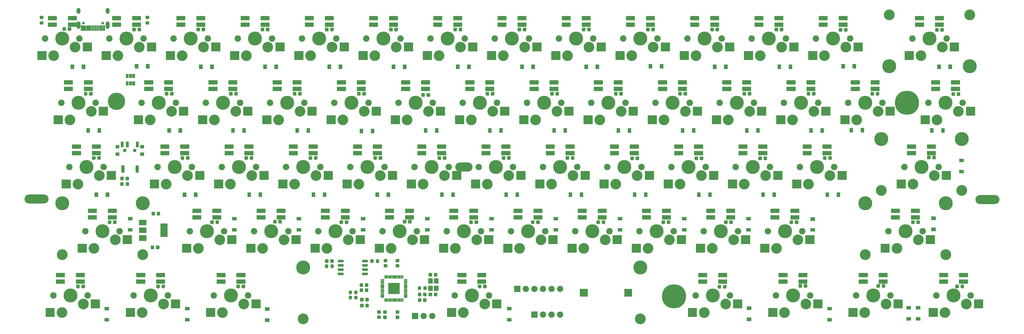
<source format=gbs>
%TF.GenerationSoftware,KiCad,Pcbnew,(5.1.10)-1*%
%TF.CreationDate,2021-09-29T22:37:26-06:00*%
%TF.ProjectId,PyKey60,50794b65-7936-4302-9e6b-696361645f70,1.1a*%
%TF.SameCoordinates,Original*%
%TF.FileFunction,Soldermask,Bot*%
%TF.FilePolarity,Negative*%
%FSLAX46Y46*%
G04 Gerber Fmt 4.6, Leading zero omitted, Abs format (unit mm)*
G04 Created by KiCad (PCBNEW (5.1.10)-1) date 2021-09-29 22:37:26*
%MOMM*%
%LPD*%
G01*
G04 APERTURE LIST*
%ADD10O,5.152400X2.652400*%
%ADD11O,7.152640X2.651760*%
%ADD12C,7.152640*%
%ADD13C,5.153660*%
%ADD14C,3.202400*%
%ADD15C,4.152400*%
%ADD16C,3.152400*%
%ADD17C,1.902400*%
%ADD18O,1.852400X1.852400*%
%ADD19O,1.152400X2.252400*%
%ADD20C,0.802400*%
%ADD21O,1.152400X1.752400*%
%ADD22C,1.052400*%
G04 APERTURE END LIST*
%TO.C,C77*%
G36*
G01*
X78872200Y-89914900D02*
X78872200Y-90491100D01*
G75*
G02*
X78609100Y-90754200I-263100J0D01*
G01*
X78082900Y-90754200D01*
G75*
G02*
X77819800Y-90491100I0J263100D01*
G01*
X77819800Y-89914900D01*
G75*
G02*
X78082900Y-89651800I263100J0D01*
G01*
X78609100Y-89651800D01*
G75*
G02*
X78872200Y-89914900I0J-263100D01*
G01*
G37*
G36*
G01*
X80422200Y-89914900D02*
X80422200Y-90491100D01*
G75*
G02*
X80159100Y-90754200I-263100J0D01*
G01*
X79632900Y-90754200D01*
G75*
G02*
X79369800Y-90491100I0J263100D01*
G01*
X79369800Y-89914900D01*
G75*
G02*
X79632900Y-89651800I263100J0D01*
G01*
X80159100Y-89651800D01*
G75*
G02*
X80422200Y-89914900I0J-263100D01*
G01*
G37*
%TD*%
%TO.C,C76*%
G36*
G01*
X236111200Y-89914900D02*
X236111200Y-90491100D01*
G75*
G02*
X235848100Y-90754200I-263100J0D01*
G01*
X235321900Y-90754200D01*
G75*
G02*
X235058800Y-90491100I0J263100D01*
G01*
X235058800Y-89914900D01*
G75*
G02*
X235321900Y-89651800I263100J0D01*
G01*
X235848100Y-89651800D01*
G75*
G02*
X236111200Y-89914900I0J-263100D01*
G01*
G37*
G36*
G01*
X237661200Y-89914900D02*
X237661200Y-90491100D01*
G75*
G02*
X237398100Y-90754200I-263100J0D01*
G01*
X236871900Y-90754200D01*
G75*
G02*
X236608800Y-90491100I0J263100D01*
G01*
X236608800Y-89914900D01*
G75*
G02*
X236871900Y-89651800I263100J0D01*
G01*
X237398100Y-89651800D01*
G75*
G02*
X237661200Y-89914900I0J-263100D01*
G01*
G37*
%TD*%
%TO.C,C75*%
G36*
G01*
X255161200Y-89914900D02*
X255161200Y-90491100D01*
G75*
G02*
X254898100Y-90754200I-263100J0D01*
G01*
X254371900Y-90754200D01*
G75*
G02*
X254108800Y-90491100I0J263100D01*
G01*
X254108800Y-89914900D01*
G75*
G02*
X254371900Y-89651800I263100J0D01*
G01*
X254898100Y-89651800D01*
G75*
G02*
X255161200Y-89914900I0J-263100D01*
G01*
G37*
G36*
G01*
X256711200Y-89914900D02*
X256711200Y-90491100D01*
G75*
G02*
X256448100Y-90754200I-263100J0D01*
G01*
X255921900Y-90754200D01*
G75*
G02*
X255658800Y-90491100I0J263100D01*
G01*
X255658800Y-89914900D01*
G75*
G02*
X255921900Y-89651800I263100J0D01*
G01*
X256448100Y-89651800D01*
G75*
G02*
X256711200Y-89914900I0J-263100D01*
G01*
G37*
%TD*%
%TO.C,C74*%
G36*
G01*
X264660200Y-70864900D02*
X264660200Y-71441100D01*
G75*
G02*
X264397100Y-71704200I-263100J0D01*
G01*
X263870900Y-71704200D01*
G75*
G02*
X263607800Y-71441100I0J263100D01*
G01*
X263607800Y-70864900D01*
G75*
G02*
X263870900Y-70601800I263100J0D01*
G01*
X264397100Y-70601800D01*
G75*
G02*
X264660200Y-70864900I0J-263100D01*
G01*
G37*
G36*
G01*
X266210200Y-70864900D02*
X266210200Y-71441100D01*
G75*
G02*
X265947100Y-71704200I-263100J0D01*
G01*
X265420900Y-71704200D01*
G75*
G02*
X265157800Y-71441100I0J263100D01*
G01*
X265157800Y-70864900D01*
G75*
G02*
X265420900Y-70601800I263100J0D01*
G01*
X265947100Y-70601800D01*
G75*
G02*
X266210200Y-70864900I0J-263100D01*
G01*
G37*
%TD*%
%TO.C,C73*%
G36*
G01*
X202837200Y-108964900D02*
X202837200Y-109541100D01*
G75*
G02*
X202574100Y-109804200I-263100J0D01*
G01*
X202047900Y-109804200D01*
G75*
G02*
X201784800Y-109541100I0J263100D01*
G01*
X201784800Y-108964900D01*
G75*
G02*
X202047900Y-108701800I263100J0D01*
G01*
X202574100Y-108701800D01*
G75*
G02*
X202837200Y-108964900I0J-263100D01*
G01*
G37*
G36*
G01*
X204387200Y-108964900D02*
X204387200Y-109541100D01*
G75*
G02*
X204124100Y-109804200I-263100J0D01*
G01*
X203597900Y-109804200D01*
G75*
G02*
X203334800Y-109541100I0J263100D01*
G01*
X203334800Y-108964900D01*
G75*
G02*
X203597900Y-108701800I263100J0D01*
G01*
X204124100Y-108701800D01*
G75*
G02*
X204387200Y-108964900I0J-263100D01*
G01*
G37*
%TD*%
%TO.C,C72*%
G36*
G01*
X245610200Y-70864900D02*
X245610200Y-71441100D01*
G75*
G02*
X245347100Y-71704200I-263100J0D01*
G01*
X244820900Y-71704200D01*
G75*
G02*
X244557800Y-71441100I0J263100D01*
G01*
X244557800Y-70864900D01*
G75*
G02*
X244820900Y-70601800I263100J0D01*
G01*
X245347100Y-70601800D01*
G75*
G02*
X245610200Y-70864900I0J-263100D01*
G01*
G37*
G36*
G01*
X247160200Y-70864900D02*
X247160200Y-71441100D01*
G75*
G02*
X246897100Y-71704200I-263100J0D01*
G01*
X246370900Y-71704200D01*
G75*
G02*
X246107800Y-71441100I0J263100D01*
G01*
X246107800Y-70864900D01*
G75*
G02*
X246370900Y-70601800I263100J0D01*
G01*
X246897100Y-70601800D01*
G75*
G02*
X247160200Y-70864900I0J-263100D01*
G01*
G37*
%TD*%
%TO.C,C71*%
G36*
G01*
X331335200Y-70991900D02*
X331335200Y-71568100D01*
G75*
G02*
X331072100Y-71831200I-263100J0D01*
G01*
X330545900Y-71831200D01*
G75*
G02*
X330282800Y-71568100I0J263100D01*
G01*
X330282800Y-70991900D01*
G75*
G02*
X330545900Y-70728800I263100J0D01*
G01*
X331072100Y-70728800D01*
G75*
G02*
X331335200Y-70991900I0J-263100D01*
G01*
G37*
G36*
G01*
X332885200Y-70991900D02*
X332885200Y-71568100D01*
G75*
G02*
X332622100Y-71831200I-263100J0D01*
G01*
X332095900Y-71831200D01*
G75*
G02*
X331832800Y-71568100I0J263100D01*
G01*
X331832800Y-70991900D01*
G75*
G02*
X332095900Y-70728800I263100J0D01*
G01*
X332622100Y-70728800D01*
G75*
G02*
X332885200Y-70991900I0J-263100D01*
G01*
G37*
%TD*%
%TO.C,C70*%
G36*
G01*
X217188200Y-89914900D02*
X217188200Y-90491100D01*
G75*
G02*
X216925100Y-90754200I-263100J0D01*
G01*
X216398900Y-90754200D01*
G75*
G02*
X216135800Y-90491100I0J263100D01*
G01*
X216135800Y-89914900D01*
G75*
G02*
X216398900Y-89651800I263100J0D01*
G01*
X216925100Y-89651800D01*
G75*
G02*
X217188200Y-89914900I0J-263100D01*
G01*
G37*
G36*
G01*
X218738200Y-89914900D02*
X218738200Y-90491100D01*
G75*
G02*
X218475100Y-90754200I-263100J0D01*
G01*
X217948900Y-90754200D01*
G75*
G02*
X217685800Y-90491100I0J263100D01*
G01*
X217685800Y-89914900D01*
G75*
G02*
X217948900Y-89651800I263100J0D01*
G01*
X218475100Y-89651800D01*
G75*
G02*
X218738200Y-89914900I0J-263100D01*
G01*
G37*
%TD*%
%TO.C,C69*%
G36*
G01*
X283710200Y-70864900D02*
X283710200Y-71441100D01*
G75*
G02*
X283447100Y-71704200I-263100J0D01*
G01*
X282920900Y-71704200D01*
G75*
G02*
X282657800Y-71441100I0J263100D01*
G01*
X282657800Y-70864900D01*
G75*
G02*
X282920900Y-70601800I263100J0D01*
G01*
X283447100Y-70601800D01*
G75*
G02*
X283710200Y-70864900I0J-263100D01*
G01*
G37*
G36*
G01*
X285260200Y-70864900D02*
X285260200Y-71441100D01*
G75*
G02*
X284997100Y-71704200I-263100J0D01*
G01*
X284470900Y-71704200D01*
G75*
G02*
X284207800Y-71441100I0J263100D01*
G01*
X284207800Y-70864900D01*
G75*
G02*
X284470900Y-70601800I263100J0D01*
G01*
X284997100Y-70601800D01*
G75*
G02*
X285260200Y-70864900I0J-263100D01*
G01*
G37*
%TD*%
%TO.C,C68*%
G36*
G01*
X198011200Y-89914900D02*
X198011200Y-90491100D01*
G75*
G02*
X197748100Y-90754200I-263100J0D01*
G01*
X197221900Y-90754200D01*
G75*
G02*
X196958800Y-90491100I0J263100D01*
G01*
X196958800Y-89914900D01*
G75*
G02*
X197221900Y-89651800I263100J0D01*
G01*
X197748100Y-89651800D01*
G75*
G02*
X198011200Y-89914900I0J-263100D01*
G01*
G37*
G36*
G01*
X199561200Y-89914900D02*
X199561200Y-90491100D01*
G75*
G02*
X199298100Y-90754200I-263100J0D01*
G01*
X198771900Y-90754200D01*
G75*
G02*
X198508800Y-90491100I0J263100D01*
G01*
X198508800Y-89914900D01*
G75*
G02*
X198771900Y-89651800I263100J0D01*
G01*
X199298100Y-89651800D01*
G75*
G02*
X199561200Y-89914900I0J-263100D01*
G01*
G37*
%TD*%
%TO.C,C67*%
G36*
G01*
X183787200Y-108964900D02*
X183787200Y-109541100D01*
G75*
G02*
X183524100Y-109804200I-263100J0D01*
G01*
X182997900Y-109804200D01*
G75*
G02*
X182734800Y-109541100I0J263100D01*
G01*
X182734800Y-108964900D01*
G75*
G02*
X182997900Y-108701800I263100J0D01*
G01*
X183524100Y-108701800D01*
G75*
G02*
X183787200Y-108964900I0J-263100D01*
G01*
G37*
G36*
G01*
X185337200Y-108964900D02*
X185337200Y-109541100D01*
G75*
G02*
X185074100Y-109804200I-263100J0D01*
G01*
X184547900Y-109804200D01*
G75*
G02*
X184284800Y-109541100I0J263100D01*
G01*
X184284800Y-108964900D01*
G75*
G02*
X184547900Y-108701800I263100J0D01*
G01*
X185074100Y-108701800D01*
G75*
G02*
X185337200Y-108964900I0J-263100D01*
G01*
G37*
%TD*%
%TO.C,C66*%
G36*
G01*
X221760200Y-108964900D02*
X221760200Y-109541100D01*
G75*
G02*
X221497100Y-109804200I-263100J0D01*
G01*
X220970900Y-109804200D01*
G75*
G02*
X220707800Y-109541100I0J263100D01*
G01*
X220707800Y-108964900D01*
G75*
G02*
X220970900Y-108701800I263100J0D01*
G01*
X221497100Y-108701800D01*
G75*
G02*
X221760200Y-108964900I0J-263100D01*
G01*
G37*
G36*
G01*
X223310200Y-108964900D02*
X223310200Y-109541100D01*
G75*
G02*
X223047100Y-109804200I-263100J0D01*
G01*
X222520900Y-109804200D01*
G75*
G02*
X222257800Y-109541100I0J263100D01*
G01*
X222257800Y-108964900D01*
G75*
G02*
X222520900Y-108701800I263100J0D01*
G01*
X223047100Y-108701800D01*
G75*
G02*
X223310200Y-108964900I0J-263100D01*
G01*
G37*
%TD*%
%TO.C,C65*%
G36*
G01*
X226586200Y-70864900D02*
X226586200Y-71441100D01*
G75*
G02*
X226323100Y-71704200I-263100J0D01*
G01*
X225796900Y-71704200D01*
G75*
G02*
X225533800Y-71441100I0J263100D01*
G01*
X225533800Y-70864900D01*
G75*
G02*
X225796900Y-70601800I263100J0D01*
G01*
X226323100Y-70601800D01*
G75*
G02*
X226586200Y-70864900I0J-263100D01*
G01*
G37*
G36*
G01*
X228136200Y-70864900D02*
X228136200Y-71441100D01*
G75*
G02*
X227873100Y-71704200I-263100J0D01*
G01*
X227346900Y-71704200D01*
G75*
G02*
X227083800Y-71441100I0J263100D01*
G01*
X227083800Y-70864900D01*
G75*
G02*
X227346900Y-70601800I263100J0D01*
G01*
X227873100Y-70601800D01*
G75*
G02*
X228136200Y-70864900I0J-263100D01*
G01*
G37*
%TD*%
%TO.C,C64*%
G36*
G01*
X302760200Y-70991900D02*
X302760200Y-71568100D01*
G75*
G02*
X302497100Y-71831200I-263100J0D01*
G01*
X301970900Y-71831200D01*
G75*
G02*
X301707800Y-71568100I0J263100D01*
G01*
X301707800Y-70991900D01*
G75*
G02*
X301970900Y-70728800I263100J0D01*
G01*
X302497100Y-70728800D01*
G75*
G02*
X302760200Y-70991900I0J-263100D01*
G01*
G37*
G36*
G01*
X304310200Y-70991900D02*
X304310200Y-71568100D01*
G75*
G02*
X304047100Y-71831200I-263100J0D01*
G01*
X303520900Y-71831200D01*
G75*
G02*
X303257800Y-71568100I0J263100D01*
G01*
X303257800Y-70991900D01*
G75*
G02*
X303520900Y-70728800I263100J0D01*
G01*
X304047100Y-70728800D01*
G75*
G02*
X304310200Y-70991900I0J-263100D01*
G01*
G37*
%TD*%
%TO.C,C63*%
G36*
G01*
X159911200Y-89914900D02*
X159911200Y-90491100D01*
G75*
G02*
X159648100Y-90754200I-263100J0D01*
G01*
X159121900Y-90754200D01*
G75*
G02*
X158858800Y-90491100I0J263100D01*
G01*
X158858800Y-89914900D01*
G75*
G02*
X159121900Y-89651800I263100J0D01*
G01*
X159648100Y-89651800D01*
G75*
G02*
X159911200Y-89914900I0J-263100D01*
G01*
G37*
G36*
G01*
X161461200Y-89914900D02*
X161461200Y-90491100D01*
G75*
G02*
X161198100Y-90754200I-263100J0D01*
G01*
X160671900Y-90754200D01*
G75*
G02*
X160408800Y-90491100I0J263100D01*
G01*
X160408800Y-89914900D01*
G75*
G02*
X160671900Y-89651800I263100J0D01*
G01*
X161198100Y-89651800D01*
G75*
G02*
X161461200Y-89914900I0J-263100D01*
G01*
G37*
%TD*%
%TO.C,C62*%
G36*
G01*
X112260200Y-70864900D02*
X112260200Y-71441100D01*
G75*
G02*
X111997100Y-71704200I-263100J0D01*
G01*
X111470900Y-71704200D01*
G75*
G02*
X111207800Y-71441100I0J263100D01*
G01*
X111207800Y-70864900D01*
G75*
G02*
X111470900Y-70601800I263100J0D01*
G01*
X111997100Y-70601800D01*
G75*
G02*
X112260200Y-70864900I0J-263100D01*
G01*
G37*
G36*
G01*
X113810200Y-70864900D02*
X113810200Y-71441100D01*
G75*
G02*
X113547100Y-71704200I-263100J0D01*
G01*
X113020900Y-71704200D01*
G75*
G02*
X112757800Y-71441100I0J263100D01*
G01*
X112757800Y-70864900D01*
G75*
G02*
X113020900Y-70601800I263100J0D01*
G01*
X113547100Y-70601800D01*
G75*
G02*
X113810200Y-70864900I0J-263100D01*
G01*
G37*
%TD*%
%TO.C,C61*%
G36*
G01*
X145560200Y-108964900D02*
X145560200Y-109541100D01*
G75*
G02*
X145297100Y-109804200I-263100J0D01*
G01*
X144770900Y-109804200D01*
G75*
G02*
X144507800Y-109541100I0J263100D01*
G01*
X144507800Y-108964900D01*
G75*
G02*
X144770900Y-108701800I263100J0D01*
G01*
X145297100Y-108701800D01*
G75*
G02*
X145560200Y-108964900I0J-263100D01*
G01*
G37*
G36*
G01*
X147110200Y-108964900D02*
X147110200Y-109541100D01*
G75*
G02*
X146847100Y-109804200I-263100J0D01*
G01*
X146320900Y-109804200D01*
G75*
G02*
X146057800Y-109541100I0J263100D01*
G01*
X146057800Y-108964900D01*
G75*
G02*
X146320900Y-108701800I263100J0D01*
G01*
X146847100Y-108701800D01*
G75*
G02*
X147110200Y-108964900I0J-263100D01*
G01*
G37*
%TD*%
%TO.C,C60*%
G36*
G01*
X178948200Y-90295900D02*
X178948200Y-90872100D01*
G75*
G02*
X178685100Y-91135200I-263100J0D01*
G01*
X178158900Y-91135200D01*
G75*
G02*
X177895800Y-90872100I0J263100D01*
G01*
X177895800Y-90295900D01*
G75*
G02*
X178158900Y-90032800I263100J0D01*
G01*
X178685100Y-90032800D01*
G75*
G02*
X178948200Y-90295900I0J-263100D01*
G01*
G37*
G36*
G01*
X180498200Y-90295900D02*
X180498200Y-90872100D01*
G75*
G02*
X180235100Y-91135200I-263100J0D01*
G01*
X179708900Y-91135200D01*
G75*
G02*
X179445800Y-90872100I0J263100D01*
G01*
X179445800Y-90295900D01*
G75*
G02*
X179708900Y-90032800I263100J0D01*
G01*
X180235100Y-90032800D01*
G75*
G02*
X180498200Y-90295900I0J-263100D01*
G01*
G37*
%TD*%
%TO.C,C59*%
G36*
G01*
X240937200Y-109091900D02*
X240937200Y-109668100D01*
G75*
G02*
X240674100Y-109931200I-263100J0D01*
G01*
X240147900Y-109931200D01*
G75*
G02*
X239884800Y-109668100I0J263100D01*
G01*
X239884800Y-109091900D01*
G75*
G02*
X240147900Y-108828800I263100J0D01*
G01*
X240674100Y-108828800D01*
G75*
G02*
X240937200Y-109091900I0J-263100D01*
G01*
G37*
G36*
G01*
X242487200Y-109091900D02*
X242487200Y-109668100D01*
G75*
G02*
X242224100Y-109931200I-263100J0D01*
G01*
X241697900Y-109931200D01*
G75*
G02*
X241434800Y-109668100I0J263100D01*
G01*
X241434800Y-109091900D01*
G75*
G02*
X241697900Y-108828800I263100J0D01*
G01*
X242224100Y-108828800D01*
G75*
G02*
X242487200Y-109091900I0J-263100D01*
G01*
G37*
%TD*%
%TO.C,C58*%
G36*
G01*
X259987200Y-109091900D02*
X259987200Y-109668100D01*
G75*
G02*
X259724100Y-109931200I-263100J0D01*
G01*
X259197900Y-109931200D01*
G75*
G02*
X258934800Y-109668100I0J263100D01*
G01*
X258934800Y-109091900D01*
G75*
G02*
X259197900Y-108828800I263100J0D01*
G01*
X259724100Y-108828800D01*
G75*
G02*
X259987200Y-109091900I0J-263100D01*
G01*
G37*
G36*
G01*
X261537200Y-109091900D02*
X261537200Y-109668100D01*
G75*
G02*
X261274100Y-109931200I-263100J0D01*
G01*
X260747900Y-109931200D01*
G75*
G02*
X260484800Y-109668100I0J263100D01*
G01*
X260484800Y-109091900D01*
G75*
G02*
X260747900Y-108828800I263100J0D01*
G01*
X261274100Y-108828800D01*
G75*
G02*
X261537200Y-109091900I0J-263100D01*
G01*
G37*
%TD*%
%TO.C,C57*%
G36*
G01*
X207510200Y-70864900D02*
X207510200Y-71441100D01*
G75*
G02*
X207247100Y-71704200I-263100J0D01*
G01*
X206720900Y-71704200D01*
G75*
G02*
X206457800Y-71441100I0J263100D01*
G01*
X206457800Y-70864900D01*
G75*
G02*
X206720900Y-70601800I263100J0D01*
G01*
X207247100Y-70601800D01*
G75*
G02*
X207510200Y-70864900I0J-263100D01*
G01*
G37*
G36*
G01*
X209060200Y-70864900D02*
X209060200Y-71441100D01*
G75*
G02*
X208797100Y-71704200I-263100J0D01*
G01*
X208270900Y-71704200D01*
G75*
G02*
X208007800Y-71441100I0J263100D01*
G01*
X208007800Y-70864900D01*
G75*
G02*
X208270900Y-70601800I263100J0D01*
G01*
X208797100Y-70601800D01*
G75*
G02*
X209060200Y-70864900I0J-263100D01*
G01*
G37*
%TD*%
%TO.C,C56*%
G36*
G01*
X193185200Y-128014900D02*
X193185200Y-128591100D01*
G75*
G02*
X192922100Y-128854200I-263100J0D01*
G01*
X192395900Y-128854200D01*
G75*
G02*
X192132800Y-128591100I0J263100D01*
G01*
X192132800Y-128014900D01*
G75*
G02*
X192395900Y-127751800I263100J0D01*
G01*
X192922100Y-127751800D01*
G75*
G02*
X193185200Y-128014900I0J-263100D01*
G01*
G37*
G36*
G01*
X194735200Y-128014900D02*
X194735200Y-128591100D01*
G75*
G02*
X194472100Y-128854200I-263100J0D01*
G01*
X193945900Y-128854200D01*
G75*
G02*
X193682800Y-128591100I0J263100D01*
G01*
X193682800Y-128014900D01*
G75*
G02*
X193945900Y-127751800I263100J0D01*
G01*
X194472100Y-127751800D01*
G75*
G02*
X194735200Y-128014900I0J-263100D01*
G01*
G37*
%TD*%
%TO.C,C55*%
G36*
G01*
X131310200Y-70864900D02*
X131310200Y-71441100D01*
G75*
G02*
X131047100Y-71704200I-263100J0D01*
G01*
X130520900Y-71704200D01*
G75*
G02*
X130257800Y-71441100I0J263100D01*
G01*
X130257800Y-70864900D01*
G75*
G02*
X130520900Y-70601800I263100J0D01*
G01*
X131047100Y-70601800D01*
G75*
G02*
X131310200Y-70864900I0J-263100D01*
G01*
G37*
G36*
G01*
X132860200Y-70864900D02*
X132860200Y-71441100D01*
G75*
G02*
X132597100Y-71704200I-263100J0D01*
G01*
X132070900Y-71704200D01*
G75*
G02*
X131807800Y-71441100I0J263100D01*
G01*
X131807800Y-70864900D01*
G75*
G02*
X132070900Y-70601800I263100J0D01*
G01*
X132597100Y-70601800D01*
G75*
G02*
X132860200Y-70864900I0J-263100D01*
G01*
G37*
%TD*%
%TO.C,C54*%
G36*
G01*
X140861200Y-89914900D02*
X140861200Y-90491100D01*
G75*
G02*
X140598100Y-90754200I-263100J0D01*
G01*
X140071900Y-90754200D01*
G75*
G02*
X139808800Y-90491100I0J263100D01*
G01*
X139808800Y-89914900D01*
G75*
G02*
X140071900Y-89651800I263100J0D01*
G01*
X140598100Y-89651800D01*
G75*
G02*
X140861200Y-89914900I0J-263100D01*
G01*
G37*
G36*
G01*
X142411200Y-89914900D02*
X142411200Y-90491100D01*
G75*
G02*
X142148100Y-90754200I-263100J0D01*
G01*
X141621900Y-90754200D01*
G75*
G02*
X141358800Y-90491100I0J263100D01*
G01*
X141358800Y-89914900D01*
G75*
G02*
X141621900Y-89651800I263100J0D01*
G01*
X142148100Y-89651800D01*
G75*
G02*
X142411200Y-89914900I0J-263100D01*
G01*
G37*
%TD*%
%TO.C,C53*%
G36*
G01*
X164737200Y-108964900D02*
X164737200Y-109541100D01*
G75*
G02*
X164474100Y-109804200I-263100J0D01*
G01*
X163947900Y-109804200D01*
G75*
G02*
X163684800Y-109541100I0J263100D01*
G01*
X163684800Y-108964900D01*
G75*
G02*
X163947900Y-108701800I263100J0D01*
G01*
X164474100Y-108701800D01*
G75*
G02*
X164737200Y-108964900I0J-263100D01*
G01*
G37*
G36*
G01*
X166287200Y-108964900D02*
X166287200Y-109541100D01*
G75*
G02*
X166024100Y-109804200I-263100J0D01*
G01*
X165497900Y-109804200D01*
G75*
G02*
X165234800Y-109541100I0J263100D01*
G01*
X165234800Y-108964900D01*
G75*
G02*
X165497900Y-108701800I263100J0D01*
G01*
X166024100Y-108701800D01*
G75*
G02*
X166287200Y-108964900I0J-263100D01*
G01*
G37*
%TD*%
%TO.C,C52*%
G36*
G01*
X274211200Y-89914900D02*
X274211200Y-90491100D01*
G75*
G02*
X273948100Y-90754200I-263100J0D01*
G01*
X273421900Y-90754200D01*
G75*
G02*
X273158800Y-90491100I0J263100D01*
G01*
X273158800Y-89914900D01*
G75*
G02*
X273421900Y-89651800I263100J0D01*
G01*
X273948100Y-89651800D01*
G75*
G02*
X274211200Y-89914900I0J-263100D01*
G01*
G37*
G36*
G01*
X275761200Y-89914900D02*
X275761200Y-90491100D01*
G75*
G02*
X275498100Y-90754200I-263100J0D01*
G01*
X274971900Y-90754200D01*
G75*
G02*
X274708800Y-90491100I0J263100D01*
G01*
X274708800Y-89914900D01*
G75*
G02*
X274971900Y-89651800I263100J0D01*
G01*
X275498100Y-89651800D01*
G75*
G02*
X275761200Y-89914900I0J-263100D01*
G01*
G37*
%TD*%
%TO.C,C51*%
G36*
G01*
X211460200Y-128014900D02*
X211460200Y-128591100D01*
G75*
G02*
X211197100Y-128854200I-263100J0D01*
G01*
X210670900Y-128854200D01*
G75*
G02*
X210407800Y-128591100I0J263100D01*
G01*
X210407800Y-128014900D01*
G75*
G02*
X210670900Y-127751800I263100J0D01*
G01*
X211197100Y-127751800D01*
G75*
G02*
X211460200Y-128014900I0J-263100D01*
G01*
G37*
G36*
G01*
X213010200Y-128014900D02*
X213010200Y-128591100D01*
G75*
G02*
X212747100Y-128854200I-263100J0D01*
G01*
X212220900Y-128854200D01*
G75*
G02*
X211957800Y-128591100I0J263100D01*
G01*
X211957800Y-128014900D01*
G75*
G02*
X212220900Y-127751800I263100J0D01*
G01*
X212747100Y-127751800D01*
G75*
G02*
X213010200Y-128014900I0J-263100D01*
G01*
G37*
%TD*%
%TO.C,C50*%
G36*
G01*
X230904200Y-128014900D02*
X230904200Y-128591100D01*
G75*
G02*
X230641100Y-128854200I-263100J0D01*
G01*
X230114900Y-128854200D01*
G75*
G02*
X229851800Y-128591100I0J263100D01*
G01*
X229851800Y-128014900D01*
G75*
G02*
X230114900Y-127751800I263100J0D01*
G01*
X230641100Y-127751800D01*
G75*
G02*
X230904200Y-128014900I0J-263100D01*
G01*
G37*
G36*
G01*
X232454200Y-128014900D02*
X232454200Y-128591100D01*
G75*
G02*
X232191100Y-128854200I-263100J0D01*
G01*
X231664900Y-128854200D01*
G75*
G02*
X231401800Y-128591100I0J263100D01*
G01*
X231401800Y-128014900D01*
G75*
G02*
X231664900Y-127751800I263100J0D01*
G01*
X232191100Y-127751800D01*
G75*
G02*
X232454200Y-128014900I0J-263100D01*
G01*
G37*
%TD*%
%TO.C,C49*%
G36*
G01*
X188486200Y-70864900D02*
X188486200Y-71441100D01*
G75*
G02*
X188223100Y-71704200I-263100J0D01*
G01*
X187696900Y-71704200D01*
G75*
G02*
X187433800Y-71441100I0J263100D01*
G01*
X187433800Y-70864900D01*
G75*
G02*
X187696900Y-70601800I263100J0D01*
G01*
X188223100Y-70601800D01*
G75*
G02*
X188486200Y-70864900I0J-263100D01*
G01*
G37*
G36*
G01*
X190036200Y-70864900D02*
X190036200Y-71441100D01*
G75*
G02*
X189773100Y-71704200I-263100J0D01*
G01*
X189246900Y-71704200D01*
G75*
G02*
X188983800Y-71441100I0J263100D01*
G01*
X188983800Y-70864900D01*
G75*
G02*
X189246900Y-70601800I263100J0D01*
G01*
X189773100Y-70601800D01*
G75*
G02*
X190036200Y-70864900I0J-263100D01*
G01*
G37*
%TD*%
%TO.C,C48*%
G36*
G01*
X154704200Y-128014900D02*
X154704200Y-128591100D01*
G75*
G02*
X154441100Y-128854200I-263100J0D01*
G01*
X153914900Y-128854200D01*
G75*
G02*
X153651800Y-128591100I0J263100D01*
G01*
X153651800Y-128014900D01*
G75*
G02*
X153914900Y-127751800I263100J0D01*
G01*
X154441100Y-127751800D01*
G75*
G02*
X154704200Y-128014900I0J-263100D01*
G01*
G37*
G36*
G01*
X156254200Y-128014900D02*
X156254200Y-128591100D01*
G75*
G02*
X155991100Y-128854200I-263100J0D01*
G01*
X155464900Y-128854200D01*
G75*
G02*
X155201800Y-128591100I0J263100D01*
G01*
X155201800Y-128014900D01*
G75*
G02*
X155464900Y-127751800I263100J0D01*
G01*
X155991100Y-127751800D01*
G75*
G02*
X156254200Y-128014900I0J-263100D01*
G01*
G37*
%TD*%
%TO.C,C47*%
G36*
G01*
X93223200Y-70864900D02*
X93223200Y-71441100D01*
G75*
G02*
X92960100Y-71704200I-263100J0D01*
G01*
X92433900Y-71704200D01*
G75*
G02*
X92170800Y-71441100I0J263100D01*
G01*
X92170800Y-70864900D01*
G75*
G02*
X92433900Y-70601800I263100J0D01*
G01*
X92960100Y-70601800D01*
G75*
G02*
X93223200Y-70864900I0J-263100D01*
G01*
G37*
G36*
G01*
X94773200Y-70864900D02*
X94773200Y-71441100D01*
G75*
G02*
X94510100Y-71704200I-263100J0D01*
G01*
X93983900Y-71704200D01*
G75*
G02*
X93720800Y-71441100I0J263100D01*
G01*
X93720800Y-70864900D01*
G75*
G02*
X93983900Y-70601800I263100J0D01*
G01*
X94510100Y-70601800D01*
G75*
G02*
X94773200Y-70864900I0J-263100D01*
G01*
G37*
%TD*%
%TO.C,C46*%
G36*
G01*
X121938200Y-89914900D02*
X121938200Y-90491100D01*
G75*
G02*
X121675100Y-90754200I-263100J0D01*
G01*
X121148900Y-90754200D01*
G75*
G02*
X120885800Y-90491100I0J263100D01*
G01*
X120885800Y-89914900D01*
G75*
G02*
X121148900Y-89651800I263100J0D01*
G01*
X121675100Y-89651800D01*
G75*
G02*
X121938200Y-89914900I0J-263100D01*
G01*
G37*
G36*
G01*
X123488200Y-89914900D02*
X123488200Y-90491100D01*
G75*
G02*
X123225100Y-90754200I-263100J0D01*
G01*
X122698900Y-90754200D01*
G75*
G02*
X122435800Y-90491100I0J263100D01*
G01*
X122435800Y-89914900D01*
G75*
G02*
X122698900Y-89651800I263100J0D01*
G01*
X123225100Y-89651800D01*
G75*
G02*
X123488200Y-89914900I0J-263100D01*
G01*
G37*
%TD*%
%TO.C,C45*%
G36*
G01*
X173474200Y-127887900D02*
X173474200Y-128464100D01*
G75*
G02*
X173211100Y-128727200I-263100J0D01*
G01*
X172684900Y-128727200D01*
G75*
G02*
X172421800Y-128464100I0J263100D01*
G01*
X172421800Y-127887900D01*
G75*
G02*
X172684900Y-127624800I263100J0D01*
G01*
X173211100Y-127624800D01*
G75*
G02*
X173474200Y-127887900I0J-263100D01*
G01*
G37*
G36*
G01*
X175024200Y-127887900D02*
X175024200Y-128464100D01*
G75*
G02*
X174761100Y-128727200I-263100J0D01*
G01*
X174234900Y-128727200D01*
G75*
G02*
X173971800Y-128464100I0J263100D01*
G01*
X173971800Y-127887900D01*
G75*
G02*
X174234900Y-127624800I263100J0D01*
G01*
X174761100Y-127624800D01*
G75*
G02*
X175024200Y-127887900I0J-263100D01*
G01*
G37*
%TD*%
%TO.C,C44*%
G36*
G01*
X293261200Y-89914900D02*
X293261200Y-90491100D01*
G75*
G02*
X292998100Y-90754200I-263100J0D01*
G01*
X292471900Y-90754200D01*
G75*
G02*
X292208800Y-90491100I0J263100D01*
G01*
X292208800Y-89914900D01*
G75*
G02*
X292471900Y-89651800I263100J0D01*
G01*
X292998100Y-89651800D01*
G75*
G02*
X293261200Y-89914900I0J-263100D01*
G01*
G37*
G36*
G01*
X294811200Y-89914900D02*
X294811200Y-90491100D01*
G75*
G02*
X294548100Y-90754200I-263100J0D01*
G01*
X294021900Y-90754200D01*
G75*
G02*
X293758800Y-90491100I0J263100D01*
G01*
X293758800Y-89914900D01*
G75*
G02*
X294021900Y-89651800I263100J0D01*
G01*
X294548100Y-89651800D01*
G75*
G02*
X294811200Y-89914900I0J-263100D01*
G01*
G37*
%TD*%
%TO.C,C43*%
G36*
G01*
X250208200Y-128014900D02*
X250208200Y-128591100D01*
G75*
G02*
X249945100Y-128854200I-263100J0D01*
G01*
X249418900Y-128854200D01*
G75*
G02*
X249155800Y-128591100I0J263100D01*
G01*
X249155800Y-128014900D01*
G75*
G02*
X249418900Y-127751800I263100J0D01*
G01*
X249945100Y-127751800D01*
G75*
G02*
X250208200Y-128014900I0J-263100D01*
G01*
G37*
G36*
G01*
X251758200Y-128014900D02*
X251758200Y-128591100D01*
G75*
G02*
X251495100Y-128854200I-263100J0D01*
G01*
X250968900Y-128854200D01*
G75*
G02*
X250705800Y-128591100I0J263100D01*
G01*
X250705800Y-128014900D01*
G75*
G02*
X250968900Y-127751800I263100J0D01*
G01*
X251495100Y-127751800D01*
G75*
G02*
X251758200Y-128014900I0J-263100D01*
G01*
G37*
%TD*%
%TO.C,C42*%
G36*
G01*
X195725200Y-147064900D02*
X195725200Y-147641100D01*
G75*
G02*
X195462100Y-147904200I-263100J0D01*
G01*
X194935900Y-147904200D01*
G75*
G02*
X194672800Y-147641100I0J263100D01*
G01*
X194672800Y-147064900D01*
G75*
G02*
X194935900Y-146801800I263100J0D01*
G01*
X195462100Y-146801800D01*
G75*
G02*
X195725200Y-147064900I0J-263100D01*
G01*
G37*
G36*
G01*
X197275200Y-147064900D02*
X197275200Y-147641100D01*
G75*
G02*
X197012100Y-147904200I-263100J0D01*
G01*
X196485900Y-147904200D01*
G75*
G02*
X196222800Y-147641100I0J263100D01*
G01*
X196222800Y-147064900D01*
G75*
G02*
X196485900Y-146801800I263100J0D01*
G01*
X197012100Y-146801800D01*
G75*
G02*
X197275200Y-147064900I0J-263100D01*
G01*
G37*
%TD*%
%TO.C,C41*%
G36*
G01*
X72522200Y-70737900D02*
X72522200Y-71314100D01*
G75*
G02*
X72259100Y-71577200I-263100J0D01*
G01*
X71732900Y-71577200D01*
G75*
G02*
X71469800Y-71314100I0J263100D01*
G01*
X71469800Y-70737900D01*
G75*
G02*
X71732900Y-70474800I263100J0D01*
G01*
X72259100Y-70474800D01*
G75*
G02*
X72522200Y-70737900I0J-263100D01*
G01*
G37*
G36*
G01*
X74072200Y-70737900D02*
X74072200Y-71314100D01*
G75*
G02*
X73809100Y-71577200I-263100J0D01*
G01*
X73282900Y-71577200D01*
G75*
G02*
X73019800Y-71314100I0J263100D01*
G01*
X73019800Y-70737900D01*
G75*
G02*
X73282900Y-70474800I263100J0D01*
G01*
X73809100Y-70474800D01*
G75*
G02*
X74072200Y-70737900I0J-263100D01*
G01*
G37*
%TD*%
%TO.C,C40*%
G36*
G01*
X81298200Y-108964900D02*
X81298200Y-109541100D01*
G75*
G02*
X81035100Y-109804200I-263100J0D01*
G01*
X80508900Y-109804200D01*
G75*
G02*
X80245800Y-109541100I0J263100D01*
G01*
X80245800Y-108964900D01*
G75*
G02*
X80508900Y-108701800I263100J0D01*
G01*
X81035100Y-108701800D01*
G75*
G02*
X81298200Y-108964900I0J-263100D01*
G01*
G37*
G36*
G01*
X82848200Y-108964900D02*
X82848200Y-109541100D01*
G75*
G02*
X82585100Y-109804200I-263100J0D01*
G01*
X82058900Y-109804200D01*
G75*
G02*
X81795800Y-109541100I0J263100D01*
G01*
X81795800Y-108964900D01*
G75*
G02*
X82058900Y-108701800I263100J0D01*
G01*
X82585100Y-108701800D01*
G75*
G02*
X82848200Y-108964900I0J-263100D01*
G01*
G37*
%TD*%
%TO.C,C39*%
G36*
G01*
X150373200Y-70864900D02*
X150373200Y-71441100D01*
G75*
G02*
X150110100Y-71704200I-263100J0D01*
G01*
X149583900Y-71704200D01*
G75*
G02*
X149320800Y-71441100I0J263100D01*
G01*
X149320800Y-70864900D01*
G75*
G02*
X149583900Y-70601800I263100J0D01*
G01*
X150110100Y-70601800D01*
G75*
G02*
X150373200Y-70864900I0J-263100D01*
G01*
G37*
G36*
G01*
X151923200Y-70864900D02*
X151923200Y-71441100D01*
G75*
G02*
X151660100Y-71704200I-263100J0D01*
G01*
X151133900Y-71704200D01*
G75*
G02*
X150870800Y-71441100I0J263100D01*
G01*
X150870800Y-70864900D01*
G75*
G02*
X151133900Y-70601800I263100J0D01*
G01*
X151660100Y-70601800D01*
G75*
G02*
X151923200Y-70864900I0J-263100D01*
G01*
G37*
%TD*%
%TO.C,C38*%
G36*
G01*
X312184200Y-89914900D02*
X312184200Y-90491100D01*
G75*
G02*
X311921100Y-90754200I-263100J0D01*
G01*
X311394900Y-90754200D01*
G75*
G02*
X311131800Y-90491100I0J263100D01*
G01*
X311131800Y-89914900D01*
G75*
G02*
X311394900Y-89651800I263100J0D01*
G01*
X311921100Y-89651800D01*
G75*
G02*
X312184200Y-89914900I0J-263100D01*
G01*
G37*
G36*
G01*
X313734200Y-89914900D02*
X313734200Y-90491100D01*
G75*
G02*
X313471100Y-90754200I-263100J0D01*
G01*
X312944900Y-90754200D01*
G75*
G02*
X312681800Y-90491100I0J263100D01*
G01*
X312681800Y-89914900D01*
G75*
G02*
X312944900Y-89651800I263100J0D01*
G01*
X313471100Y-89651800D01*
G75*
G02*
X313734200Y-89914900I0J-263100D01*
G01*
G37*
%TD*%
%TO.C,C37*%
G36*
G01*
X134993200Y-127887900D02*
X134993200Y-128464100D01*
G75*
G02*
X134730100Y-128727200I-263100J0D01*
G01*
X134203900Y-128727200D01*
G75*
G02*
X133940800Y-128464100I0J263100D01*
G01*
X133940800Y-127887900D01*
G75*
G02*
X134203900Y-127624800I263100J0D01*
G01*
X134730100Y-127624800D01*
G75*
G02*
X134993200Y-127887900I0J-263100D01*
G01*
G37*
G36*
G01*
X136543200Y-127887900D02*
X136543200Y-128464100D01*
G75*
G02*
X136280100Y-128727200I-263100J0D01*
G01*
X135753900Y-128727200D01*
G75*
G02*
X135490800Y-128464100I0J263100D01*
G01*
X135490800Y-127887900D01*
G75*
G02*
X135753900Y-127624800I263100J0D01*
G01*
X136280100Y-127624800D01*
G75*
G02*
X136543200Y-127887900I0J-263100D01*
G01*
G37*
%TD*%
%TO.C,C36*%
G36*
G01*
X324223200Y-128014900D02*
X324223200Y-128591100D01*
G75*
G02*
X323960100Y-128854200I-263100J0D01*
G01*
X323433900Y-128854200D01*
G75*
G02*
X323170800Y-128591100I0J263100D01*
G01*
X323170800Y-128014900D01*
G75*
G02*
X323433900Y-127751800I263100J0D01*
G01*
X323960100Y-127751800D01*
G75*
G02*
X324223200Y-128014900I0J-263100D01*
G01*
G37*
G36*
G01*
X325773200Y-128014900D02*
X325773200Y-128591100D01*
G75*
G02*
X325510100Y-128854200I-263100J0D01*
G01*
X324983900Y-128854200D01*
G75*
G02*
X324720800Y-128591100I0J263100D01*
G01*
X324720800Y-128014900D01*
G75*
G02*
X324983900Y-127751800I263100J0D01*
G01*
X325510100Y-127751800D01*
G75*
G02*
X325773200Y-128014900I0J-263100D01*
G01*
G37*
%TD*%
%TO.C,C35*%
G36*
G01*
X278910200Y-109091900D02*
X278910200Y-109668100D01*
G75*
G02*
X278647100Y-109931200I-263100J0D01*
G01*
X278120900Y-109931200D01*
G75*
G02*
X277857800Y-109668100I0J263100D01*
G01*
X277857800Y-109091900D01*
G75*
G02*
X278120900Y-108828800I263100J0D01*
G01*
X278647100Y-108828800D01*
G75*
G02*
X278910200Y-109091900I0J-263100D01*
G01*
G37*
G36*
G01*
X280460200Y-109091900D02*
X280460200Y-109668100D01*
G75*
G02*
X280197100Y-109931200I-263100J0D01*
G01*
X279670900Y-109931200D01*
G75*
G02*
X279407800Y-109668100I0J263100D01*
G01*
X279407800Y-109091900D01*
G75*
G02*
X279670900Y-108828800I263100J0D01*
G01*
X280197100Y-108828800D01*
G75*
G02*
X280460200Y-109091900I0J-263100D01*
G01*
G37*
%TD*%
%TO.C,C34*%
G36*
G01*
X268750200Y-128014900D02*
X268750200Y-128591100D01*
G75*
G02*
X268487100Y-128854200I-263100J0D01*
G01*
X267960900Y-128854200D01*
G75*
G02*
X267697800Y-128591100I0J263100D01*
G01*
X267697800Y-128014900D01*
G75*
G02*
X267960900Y-127751800I263100J0D01*
G01*
X268487100Y-127751800D01*
G75*
G02*
X268750200Y-128014900I0J-263100D01*
G01*
G37*
G36*
G01*
X270300200Y-128014900D02*
X270300200Y-128591100D01*
G75*
G02*
X270037100Y-128854200I-263100J0D01*
G01*
X269510900Y-128854200D01*
G75*
G02*
X269247800Y-128591100I0J263100D01*
G01*
X269247800Y-128014900D01*
G75*
G02*
X269510900Y-127751800I263100J0D01*
G01*
X270037100Y-127751800D01*
G75*
G02*
X270300200Y-128014900I0J-263100D01*
G01*
G37*
%TD*%
%TO.C,C33*%
G36*
G01*
X169410200Y-70864900D02*
X169410200Y-71441100D01*
G75*
G02*
X169147100Y-71704200I-263100J0D01*
G01*
X168620900Y-71704200D01*
G75*
G02*
X168357800Y-71441100I0J263100D01*
G01*
X168357800Y-70864900D01*
G75*
G02*
X168620900Y-70601800I263100J0D01*
G01*
X169147100Y-70601800D01*
G75*
G02*
X169410200Y-70864900I0J-263100D01*
G01*
G37*
G36*
G01*
X170960200Y-70864900D02*
X170960200Y-71441100D01*
G75*
G02*
X170697100Y-71704200I-263100J0D01*
G01*
X170170900Y-71704200D01*
G75*
G02*
X169907800Y-71441100I0J263100D01*
G01*
X169907800Y-70864900D01*
G75*
G02*
X170170900Y-70601800I263100J0D01*
G01*
X170697100Y-70601800D01*
G75*
G02*
X170960200Y-70864900I0J-263100D01*
G01*
G37*
%TD*%
%TO.C,C32*%
G36*
G01*
X100348200Y-147064900D02*
X100348200Y-147641100D01*
G75*
G02*
X100085100Y-147904200I-263100J0D01*
G01*
X99558900Y-147904200D01*
G75*
G02*
X99295800Y-147641100I0J263100D01*
G01*
X99295800Y-147064900D01*
G75*
G02*
X99558900Y-146801800I263100J0D01*
G01*
X100085100Y-146801800D01*
G75*
G02*
X100348200Y-147064900I0J-263100D01*
G01*
G37*
G36*
G01*
X101898200Y-147064900D02*
X101898200Y-147641100D01*
G75*
G02*
X101635100Y-147904200I-263100J0D01*
G01*
X101108900Y-147904200D01*
G75*
G02*
X100845800Y-147641100I0J263100D01*
G01*
X100845800Y-147064900D01*
G75*
G02*
X101108900Y-146801800I263100J0D01*
G01*
X101635100Y-146801800D01*
G75*
G02*
X101898200Y-147064900I0J-263100D01*
G01*
G37*
%TD*%
%TO.C,C31*%
G36*
G01*
X337330200Y-147064900D02*
X337330200Y-147641100D01*
G75*
G02*
X337067100Y-147904200I-263100J0D01*
G01*
X336540900Y-147904200D01*
G75*
G02*
X336277800Y-147641100I0J263100D01*
G01*
X336277800Y-147064900D01*
G75*
G02*
X336540900Y-146801800I263100J0D01*
G01*
X337067100Y-146801800D01*
G75*
G02*
X337330200Y-147064900I0J-263100D01*
G01*
G37*
G36*
G01*
X338880200Y-147064900D02*
X338880200Y-147641100D01*
G75*
G02*
X338617100Y-147904200I-263100J0D01*
G01*
X338090900Y-147904200D01*
G75*
G02*
X337827800Y-147641100I0J263100D01*
G01*
X337827800Y-147064900D01*
G75*
G02*
X338090900Y-146801800I263100J0D01*
G01*
X338617100Y-146801800D01*
G75*
G02*
X338880200Y-147064900I0J-263100D01*
G01*
G37*
%TD*%
%TO.C,C30*%
G36*
G01*
X116350200Y-128014900D02*
X116350200Y-128591100D01*
G75*
G02*
X116087100Y-128854200I-263100J0D01*
G01*
X115560900Y-128854200D01*
G75*
G02*
X115297800Y-128591100I0J263100D01*
G01*
X115297800Y-128014900D01*
G75*
G02*
X115560900Y-127751800I263100J0D01*
G01*
X116087100Y-127751800D01*
G75*
G02*
X116350200Y-128014900I0J-263100D01*
G01*
G37*
G36*
G01*
X117900200Y-128014900D02*
X117900200Y-128591100D01*
G75*
G02*
X117637100Y-128854200I-263100J0D01*
G01*
X117110900Y-128854200D01*
G75*
G02*
X116847800Y-128591100I0J263100D01*
G01*
X116847800Y-128014900D01*
G75*
G02*
X117110900Y-127751800I263100J0D01*
G01*
X117637100Y-127751800D01*
G75*
G02*
X117900200Y-128014900I0J-263100D01*
G01*
G37*
%TD*%
%TO.C,C29*%
G36*
G01*
X328948200Y-108837900D02*
X328948200Y-109414100D01*
G75*
G02*
X328685100Y-109677200I-263100J0D01*
G01*
X328158900Y-109677200D01*
G75*
G02*
X327895800Y-109414100I0J263100D01*
G01*
X327895800Y-108837900D01*
G75*
G02*
X328158900Y-108574800I263100J0D01*
G01*
X328685100Y-108574800D01*
G75*
G02*
X328948200Y-108837900I0J-263100D01*
G01*
G37*
G36*
G01*
X330498200Y-108837900D02*
X330498200Y-109414100D01*
G75*
G02*
X330235100Y-109677200I-263100J0D01*
G01*
X329708900Y-109677200D01*
G75*
G02*
X329445800Y-109414100I0J263100D01*
G01*
X329445800Y-108837900D01*
G75*
G02*
X329708900Y-108574800I263100J0D01*
G01*
X330235100Y-108574800D01*
G75*
G02*
X330498200Y-108837900I0J-263100D01*
G01*
G37*
%TD*%
%TO.C,C28*%
G36*
G01*
X266845200Y-147191900D02*
X266845200Y-147768100D01*
G75*
G02*
X266582100Y-148031200I-263100J0D01*
G01*
X266055900Y-148031200D01*
G75*
G02*
X265792800Y-147768100I0J263100D01*
G01*
X265792800Y-147191900D01*
G75*
G02*
X266055900Y-146928800I263100J0D01*
G01*
X266582100Y-146928800D01*
G75*
G02*
X266845200Y-147191900I0J-263100D01*
G01*
G37*
G36*
G01*
X268395200Y-147191900D02*
X268395200Y-147768100D01*
G75*
G02*
X268132100Y-148031200I-263100J0D01*
G01*
X267605900Y-148031200D01*
G75*
G02*
X267342800Y-147768100I0J263100D01*
G01*
X267342800Y-147191900D01*
G75*
G02*
X267605900Y-146928800I263100J0D01*
G01*
X268132100Y-146928800D01*
G75*
G02*
X268395200Y-147191900I0J-263100D01*
G01*
G37*
%TD*%
%TO.C,C27*%
G36*
G01*
X290822200Y-146937900D02*
X290822200Y-147514100D01*
G75*
G02*
X290559100Y-147777200I-263100J0D01*
G01*
X290032900Y-147777200D01*
G75*
G02*
X289769800Y-147514100I0J263100D01*
G01*
X289769800Y-146937900D01*
G75*
G02*
X290032900Y-146674800I263100J0D01*
G01*
X290559100Y-146674800D01*
G75*
G02*
X290822200Y-146937900I0J-263100D01*
G01*
G37*
G36*
G01*
X292372200Y-146937900D02*
X292372200Y-147514100D01*
G75*
G02*
X292109100Y-147777200I-263100J0D01*
G01*
X291582900Y-147777200D01*
G75*
G02*
X291319800Y-147514100I0J263100D01*
G01*
X291319800Y-146937900D01*
G75*
G02*
X291582900Y-146674800I263100J0D01*
G01*
X292109100Y-146674800D01*
G75*
G02*
X292372200Y-146937900I0J-263100D01*
G01*
G37*
%TD*%
%TO.C,C26*%
G36*
G01*
X102875200Y-89914900D02*
X102875200Y-90491100D01*
G75*
G02*
X102612100Y-90754200I-263100J0D01*
G01*
X102085900Y-90754200D01*
G75*
G02*
X101822800Y-90491100I0J263100D01*
G01*
X101822800Y-89914900D01*
G75*
G02*
X102085900Y-89651800I263100J0D01*
G01*
X102612100Y-89651800D01*
G75*
G02*
X102875200Y-89914900I0J-263100D01*
G01*
G37*
G36*
G01*
X104425200Y-89914900D02*
X104425200Y-90491100D01*
G75*
G02*
X104162100Y-90754200I-263100J0D01*
G01*
X103635900Y-90754200D01*
G75*
G02*
X103372800Y-90491100I0J263100D01*
G01*
X103372800Y-89914900D01*
G75*
G02*
X103635900Y-89651800I263100J0D01*
G01*
X104162100Y-89651800D01*
G75*
G02*
X104425200Y-89914900I0J-263100D01*
G01*
G37*
%TD*%
%TO.C,C25*%
G36*
G01*
X336187200Y-90041900D02*
X336187200Y-90618100D01*
G75*
G02*
X335924100Y-90881200I-263100J0D01*
G01*
X335397900Y-90881200D01*
G75*
G02*
X335134800Y-90618100I0J263100D01*
G01*
X335134800Y-90041900D01*
G75*
G02*
X335397900Y-89778800I263100J0D01*
G01*
X335924100Y-89778800D01*
G75*
G02*
X336187200Y-90041900I0J-263100D01*
G01*
G37*
G36*
G01*
X337737200Y-90041900D02*
X337737200Y-90618100D01*
G75*
G02*
X337474100Y-90881200I-263100J0D01*
G01*
X336947900Y-90881200D01*
G75*
G02*
X336684800Y-90618100I0J263100D01*
G01*
X336684800Y-90041900D01*
G75*
G02*
X336947900Y-89778800I263100J0D01*
G01*
X337474100Y-89778800D01*
G75*
G02*
X337737200Y-90041900I0J-263100D01*
G01*
G37*
%TD*%
%TO.C,C24*%
G36*
G01*
X86468800Y-128591100D02*
X86468800Y-128014900D01*
G75*
G02*
X86731900Y-127751800I263100J0D01*
G01*
X87258100Y-127751800D01*
G75*
G02*
X87521200Y-128014900I0J-263100D01*
G01*
X87521200Y-128591100D01*
G75*
G02*
X87258100Y-128854200I-263100J0D01*
G01*
X86731900Y-128854200D01*
G75*
G02*
X86468800Y-128591100I0J263100D01*
G01*
G37*
G36*
G01*
X84918800Y-128591100D02*
X84918800Y-128014900D01*
G75*
G02*
X85181900Y-127751800I263100J0D01*
G01*
X85708100Y-127751800D01*
G75*
G02*
X85971200Y-128014900I0J-263100D01*
G01*
X85971200Y-128591100D01*
G75*
G02*
X85708100Y-128854200I-263100J0D01*
G01*
X85181900Y-128854200D01*
G75*
G02*
X84918800Y-128591100I0J263100D01*
G01*
G37*
%TD*%
%TO.C,C23*%
G36*
G01*
X313949200Y-146937900D02*
X313949200Y-147514100D01*
G75*
G02*
X313686100Y-147777200I-263100J0D01*
G01*
X313159900Y-147777200D01*
G75*
G02*
X312896800Y-147514100I0J263100D01*
G01*
X312896800Y-146937900D01*
G75*
G02*
X313159900Y-146674800I263100J0D01*
G01*
X313686100Y-146674800D01*
G75*
G02*
X313949200Y-146937900I0J-263100D01*
G01*
G37*
G36*
G01*
X315499200Y-146937900D02*
X315499200Y-147514100D01*
G75*
G02*
X315236100Y-147777200I-263100J0D01*
G01*
X314709900Y-147777200D01*
G75*
G02*
X314446800Y-147514100I0J263100D01*
G01*
X314446800Y-146937900D01*
G75*
G02*
X314709900Y-146674800I263100J0D01*
G01*
X315236100Y-146674800D01*
G75*
G02*
X315499200Y-146937900I0J-263100D01*
G01*
G37*
%TD*%
%TO.C,C22*%
G36*
G01*
X288168200Y-128014900D02*
X288168200Y-128591100D01*
G75*
G02*
X287905100Y-128854200I-263100J0D01*
G01*
X287378900Y-128854200D01*
G75*
G02*
X287115800Y-128591100I0J263100D01*
G01*
X287115800Y-128014900D01*
G75*
G02*
X287378900Y-127751800I263100J0D01*
G01*
X287905100Y-127751800D01*
G75*
G02*
X288168200Y-128014900I0J-263100D01*
G01*
G37*
G36*
G01*
X289718200Y-128014900D02*
X289718200Y-128591100D01*
G75*
G02*
X289455100Y-128854200I-263100J0D01*
G01*
X288928900Y-128854200D01*
G75*
G02*
X288665800Y-128591100I0J263100D01*
G01*
X288665800Y-128014900D01*
G75*
G02*
X288928900Y-127751800I263100J0D01*
G01*
X289455100Y-127751800D01*
G75*
G02*
X289718200Y-128014900I0J-263100D01*
G01*
G37*
%TD*%
%TO.C,C21*%
G36*
G01*
X107587200Y-108964900D02*
X107587200Y-109541100D01*
G75*
G02*
X107324100Y-109804200I-263100J0D01*
G01*
X106797900Y-109804200D01*
G75*
G02*
X106534800Y-109541100I0J263100D01*
G01*
X106534800Y-108964900D01*
G75*
G02*
X106797900Y-108701800I263100J0D01*
G01*
X107324100Y-108701800D01*
G75*
G02*
X107587200Y-108964900I0J-263100D01*
G01*
G37*
G36*
G01*
X109137200Y-108964900D02*
X109137200Y-109541100D01*
G75*
G02*
X108874100Y-109804200I-263100J0D01*
G01*
X108347900Y-109804200D01*
G75*
G02*
X108084800Y-109541100I0J263100D01*
G01*
X108084800Y-108964900D01*
G75*
G02*
X108347900Y-108701800I263100J0D01*
G01*
X108874100Y-108701800D01*
G75*
G02*
X109137200Y-108964900I0J-263100D01*
G01*
G37*
%TD*%
%TO.C,C20*%
G36*
G01*
X76599200Y-147064900D02*
X76599200Y-147641100D01*
G75*
G02*
X76336100Y-147904200I-263100J0D01*
G01*
X75809900Y-147904200D01*
G75*
G02*
X75546800Y-147641100I0J263100D01*
G01*
X75546800Y-147064900D01*
G75*
G02*
X75809900Y-146801800I263100J0D01*
G01*
X76336100Y-146801800D01*
G75*
G02*
X76599200Y-147064900I0J-263100D01*
G01*
G37*
G36*
G01*
X78149200Y-147064900D02*
X78149200Y-147641100D01*
G75*
G02*
X77886100Y-147904200I-263100J0D01*
G01*
X77359900Y-147904200D01*
G75*
G02*
X77096800Y-147641100I0J263100D01*
G01*
X77096800Y-147064900D01*
G75*
G02*
X77359900Y-146801800I263100J0D01*
G01*
X77886100Y-146801800D01*
G75*
G02*
X78149200Y-147064900I0J-263100D01*
G01*
G37*
%TD*%
%TO.C,C19*%
G36*
G01*
X298087200Y-108964900D02*
X298087200Y-109541100D01*
G75*
G02*
X297824100Y-109804200I-263100J0D01*
G01*
X297297900Y-109804200D01*
G75*
G02*
X297034800Y-109541100I0J263100D01*
G01*
X297034800Y-108964900D01*
G75*
G02*
X297297900Y-108701800I263100J0D01*
G01*
X297824100Y-108701800D01*
G75*
G02*
X298087200Y-108964900I0J-263100D01*
G01*
G37*
G36*
G01*
X299637200Y-108964900D02*
X299637200Y-109541100D01*
G75*
G02*
X299374100Y-109804200I-263100J0D01*
G01*
X298847900Y-109804200D01*
G75*
G02*
X298584800Y-109541100I0J263100D01*
G01*
X298584800Y-108964900D01*
G75*
G02*
X298847900Y-108701800I263100J0D01*
G01*
X299374100Y-108701800D01*
G75*
G02*
X299637200Y-108964900I0J-263100D01*
G01*
G37*
%TD*%
%TO.C,C18*%
G36*
G01*
X126510200Y-108964900D02*
X126510200Y-109541100D01*
G75*
G02*
X126247100Y-109804200I-263100J0D01*
G01*
X125720900Y-109804200D01*
G75*
G02*
X125457800Y-109541100I0J263100D01*
G01*
X125457800Y-108964900D01*
G75*
G02*
X125720900Y-108701800I263100J0D01*
G01*
X126247100Y-108701800D01*
G75*
G02*
X126510200Y-108964900I0J-263100D01*
G01*
G37*
G36*
G01*
X128060200Y-108964900D02*
X128060200Y-109541100D01*
G75*
G02*
X127797100Y-109804200I-263100J0D01*
G01*
X127270900Y-109804200D01*
G75*
G02*
X127007800Y-109541100I0J263100D01*
G01*
X127007800Y-108964900D01*
G75*
G02*
X127270900Y-108701800I263100J0D01*
G01*
X127797100Y-108701800D01*
G75*
G02*
X128060200Y-108964900I0J-263100D01*
G01*
G37*
%TD*%
%TO.C,C17*%
G36*
G01*
X124097200Y-147064900D02*
X124097200Y-147641100D01*
G75*
G02*
X123834100Y-147904200I-263100J0D01*
G01*
X123307900Y-147904200D01*
G75*
G02*
X123044800Y-147641100I0J263100D01*
G01*
X123044800Y-147064900D01*
G75*
G02*
X123307900Y-146801800I263100J0D01*
G01*
X123834100Y-146801800D01*
G75*
G02*
X124097200Y-147064900I0J-263100D01*
G01*
G37*
G36*
G01*
X125647200Y-147064900D02*
X125647200Y-147641100D01*
G75*
G02*
X125384100Y-147904200I-263100J0D01*
G01*
X124857900Y-147904200D01*
G75*
G02*
X124594800Y-147641100I0J263100D01*
G01*
X124594800Y-147064900D01*
G75*
G02*
X124857900Y-146801800I263100J0D01*
G01*
X125384100Y-146801800D01*
G75*
G02*
X125647200Y-147064900I0J-263100D01*
G01*
G37*
%TD*%
D10*
%TO.C,H6*%
X190504000Y-111920000D03*
%TD*%
D11*
%TO.C,H3*%
X63754000Y-121445000D03*
%TD*%
%TO.C,H5*%
X345821000Y-121572000D03*
%TD*%
D12*
%TO.C,H4*%
X252825000Y-150274000D03*
%TD*%
%TO.C,H2*%
X321945000Y-92870000D03*
%TD*%
D13*
%TO.C,H1*%
X87489300Y-92520800D03*
%TD*%
%TO.C,U57*%
G36*
G01*
X191257200Y-143470000D02*
X191257200Y-144570000D01*
G75*
G02*
X191181000Y-144646200I-76200J0D01*
G01*
X188681000Y-144646200D01*
G75*
G02*
X188604800Y-144570000I0J76200D01*
G01*
X188604800Y-143470000D01*
G75*
G02*
X188681000Y-143393800I76200J0D01*
G01*
X191181000Y-143393800D01*
G75*
G02*
X191257200Y-143470000I0J-76200D01*
G01*
G37*
G36*
G01*
X191257200Y-145370000D02*
X191257200Y-146470000D01*
G75*
G02*
X191181000Y-146546200I-76200J0D01*
G01*
X188681000Y-146546200D01*
G75*
G02*
X188604800Y-146470000I0J76200D01*
G01*
X188604800Y-145370000D01*
G75*
G02*
X188681000Y-145293800I76200J0D01*
G01*
X191181000Y-145293800D01*
G75*
G02*
X191257200Y-145370000I0J-76200D01*
G01*
G37*
G36*
G01*
X197157200Y-143470000D02*
X197157200Y-144570000D01*
G75*
G02*
X197081000Y-144646200I-76200J0D01*
G01*
X194581000Y-144646200D01*
G75*
G02*
X194504800Y-144570000I0J76200D01*
G01*
X194504800Y-143470000D01*
G75*
G02*
X194581000Y-143393800I76200J0D01*
G01*
X197081000Y-143393800D01*
G75*
G02*
X197157200Y-143470000I0J-76200D01*
G01*
G37*
G36*
G01*
X197157200Y-145370000D02*
X197157200Y-146470000D01*
G75*
G02*
X197081000Y-146546200I-76200J0D01*
G01*
X194581000Y-146546200D01*
G75*
G02*
X194504800Y-146470000I0J76200D01*
G01*
X194504800Y-145370000D01*
G75*
G02*
X194581000Y-145293800I76200J0D01*
G01*
X197081000Y-145293800D01*
G75*
G02*
X197157200Y-145370000I0J-76200D01*
G01*
G37*
D14*
X142881000Y-157020000D03*
D15*
X142881000Y-141780000D03*
X242881000Y-141780000D03*
D14*
X242881000Y-157020000D03*
G36*
G01*
X188217200Y-153850000D02*
X188217200Y-156350000D01*
G75*
G02*
X188141000Y-156426200I-76200J0D01*
G01*
X185591000Y-156426200D01*
G75*
G02*
X185514800Y-156350000I0J76200D01*
G01*
X185514800Y-153850000D01*
G75*
G02*
X185591000Y-153773800I76200J0D01*
G01*
X188141000Y-153773800D01*
G75*
G02*
X188217200Y-153850000I0J-76200D01*
G01*
G37*
G36*
G01*
X201642200Y-151310000D02*
X201642200Y-153810000D01*
G75*
G02*
X201566000Y-153886200I-76200J0D01*
G01*
X199016000Y-153886200D01*
G75*
G02*
X198939800Y-153810000I0J76200D01*
G01*
X198939800Y-151310000D01*
G75*
G02*
X199016000Y-151233800I76200J0D01*
G01*
X201566000Y-151233800D01*
G75*
G02*
X201642200Y-151310000I0J-76200D01*
G01*
G37*
D16*
X190341000Y-155100000D03*
X196691000Y-152560000D03*
D17*
X187801000Y-150020000D03*
X197961000Y-150020000D03*
D15*
X192881000Y-150020000D03*
%TD*%
%TO.C,U53*%
G36*
G01*
X319845200Y-124420000D02*
X319845200Y-125520000D01*
G75*
G02*
X319769000Y-125596200I-76200J0D01*
G01*
X317269000Y-125596200D01*
G75*
G02*
X317192800Y-125520000I0J76200D01*
G01*
X317192800Y-124420000D01*
G75*
G02*
X317269000Y-124343800I76200J0D01*
G01*
X319769000Y-124343800D01*
G75*
G02*
X319845200Y-124420000I0J-76200D01*
G01*
G37*
G36*
G01*
X319845200Y-126320000D02*
X319845200Y-127420000D01*
G75*
G02*
X319769000Y-127496200I-76200J0D01*
G01*
X317269000Y-127496200D01*
G75*
G02*
X317192800Y-127420000I0J76200D01*
G01*
X317192800Y-126320000D01*
G75*
G02*
X317269000Y-126243800I76200J0D01*
G01*
X319769000Y-126243800D01*
G75*
G02*
X319845200Y-126320000I0J-76200D01*
G01*
G37*
G36*
G01*
X325745200Y-124420000D02*
X325745200Y-125520000D01*
G75*
G02*
X325669000Y-125596200I-76200J0D01*
G01*
X323169000Y-125596200D01*
G75*
G02*
X323092800Y-125520000I0J76200D01*
G01*
X323092800Y-124420000D01*
G75*
G02*
X323169000Y-124343800I76200J0D01*
G01*
X325669000Y-124343800D01*
G75*
G02*
X325745200Y-124420000I0J-76200D01*
G01*
G37*
G36*
G01*
X325745200Y-126320000D02*
X325745200Y-127420000D01*
G75*
G02*
X325669000Y-127496200I-76200J0D01*
G01*
X323169000Y-127496200D01*
G75*
G02*
X323092800Y-127420000I0J76200D01*
G01*
X323092800Y-126320000D01*
G75*
G02*
X323169000Y-126243800I76200J0D01*
G01*
X325669000Y-126243800D01*
G75*
G02*
X325745200Y-126320000I0J-76200D01*
G01*
G37*
D14*
X309531000Y-137970000D03*
D15*
X309531000Y-122730000D03*
X333407000Y-122730000D03*
D14*
X333407000Y-137970000D03*
G36*
G01*
X316805200Y-134800000D02*
X316805200Y-137300000D01*
G75*
G02*
X316729000Y-137376200I-76200J0D01*
G01*
X314179000Y-137376200D01*
G75*
G02*
X314102800Y-137300000I0J76200D01*
G01*
X314102800Y-134800000D01*
G75*
G02*
X314179000Y-134723800I76200J0D01*
G01*
X316729000Y-134723800D01*
G75*
G02*
X316805200Y-134800000I0J-76200D01*
G01*
G37*
G36*
G01*
X330230200Y-132260000D02*
X330230200Y-134760000D01*
G75*
G02*
X330154000Y-134836200I-76200J0D01*
G01*
X327604000Y-134836200D01*
G75*
G02*
X327527800Y-134760000I0J76200D01*
G01*
X327527800Y-132260000D01*
G75*
G02*
X327604000Y-132183800I76200J0D01*
G01*
X330154000Y-132183800D01*
G75*
G02*
X330230200Y-132260000I0J-76200D01*
G01*
G37*
D16*
X318929000Y-136050000D03*
X325279000Y-133510000D03*
D17*
X316389000Y-130970000D03*
X326549000Y-130970000D03*
D15*
X321469000Y-130970000D03*
%TD*%
%TO.C,U42*%
G36*
G01*
X81688200Y-124420000D02*
X81688200Y-125520000D01*
G75*
G02*
X81612000Y-125596200I-76200J0D01*
G01*
X79112000Y-125596200D01*
G75*
G02*
X79035800Y-125520000I0J76200D01*
G01*
X79035800Y-124420000D01*
G75*
G02*
X79112000Y-124343800I76200J0D01*
G01*
X81612000Y-124343800D01*
G75*
G02*
X81688200Y-124420000I0J-76200D01*
G01*
G37*
G36*
G01*
X81688200Y-126320000D02*
X81688200Y-127420000D01*
G75*
G02*
X81612000Y-127496200I-76200J0D01*
G01*
X79112000Y-127496200D01*
G75*
G02*
X79035800Y-127420000I0J76200D01*
G01*
X79035800Y-126320000D01*
G75*
G02*
X79112000Y-126243800I76200J0D01*
G01*
X81612000Y-126243800D01*
G75*
G02*
X81688200Y-126320000I0J-76200D01*
G01*
G37*
G36*
G01*
X87588200Y-124420000D02*
X87588200Y-125520000D01*
G75*
G02*
X87512000Y-125596200I-76200J0D01*
G01*
X85012000Y-125596200D01*
G75*
G02*
X84935800Y-125520000I0J76200D01*
G01*
X84935800Y-124420000D01*
G75*
G02*
X85012000Y-124343800I76200J0D01*
G01*
X87512000Y-124343800D01*
G75*
G02*
X87588200Y-124420000I0J-76200D01*
G01*
G37*
G36*
G01*
X87588200Y-126320000D02*
X87588200Y-127420000D01*
G75*
G02*
X87512000Y-127496200I-76200J0D01*
G01*
X85012000Y-127496200D01*
G75*
G02*
X84935800Y-127420000I0J76200D01*
G01*
X84935800Y-126320000D01*
G75*
G02*
X85012000Y-126243800I76200J0D01*
G01*
X87512000Y-126243800D01*
G75*
G02*
X87588200Y-126320000I0J-76200D01*
G01*
G37*
D14*
X71374000Y-137970000D03*
D15*
X71374000Y-122730000D03*
X95250000Y-122730000D03*
D14*
X95250000Y-137970000D03*
G36*
G01*
X78648200Y-134800000D02*
X78648200Y-137300000D01*
G75*
G02*
X78572000Y-137376200I-76200J0D01*
G01*
X76022000Y-137376200D01*
G75*
G02*
X75945800Y-137300000I0J76200D01*
G01*
X75945800Y-134800000D01*
G75*
G02*
X76022000Y-134723800I76200J0D01*
G01*
X78572000Y-134723800D01*
G75*
G02*
X78648200Y-134800000I0J-76200D01*
G01*
G37*
G36*
G01*
X92073200Y-132260000D02*
X92073200Y-134760000D01*
G75*
G02*
X91997000Y-134836200I-76200J0D01*
G01*
X89447000Y-134836200D01*
G75*
G02*
X89370800Y-134760000I0J76200D01*
G01*
X89370800Y-132260000D01*
G75*
G02*
X89447000Y-132183800I76200J0D01*
G01*
X91997000Y-132183800D01*
G75*
G02*
X92073200Y-132260000I0J-76200D01*
G01*
G37*
D16*
X80772000Y-136050000D03*
X87122000Y-133510000D03*
D17*
X78232000Y-130970000D03*
X88392000Y-130970000D03*
D15*
X83312000Y-130970000D03*
%TD*%
%TO.C,U41*%
G36*
G01*
X324607200Y-105370000D02*
X324607200Y-106470000D01*
G75*
G02*
X324531000Y-106546200I-76200J0D01*
G01*
X322031000Y-106546200D01*
G75*
G02*
X321954800Y-106470000I0J76200D01*
G01*
X321954800Y-105370000D01*
G75*
G02*
X322031000Y-105293800I76200J0D01*
G01*
X324531000Y-105293800D01*
G75*
G02*
X324607200Y-105370000I0J-76200D01*
G01*
G37*
G36*
G01*
X324607200Y-107270000D02*
X324607200Y-108370000D01*
G75*
G02*
X324531000Y-108446200I-76200J0D01*
G01*
X322031000Y-108446200D01*
G75*
G02*
X321954800Y-108370000I0J76200D01*
G01*
X321954800Y-107270000D01*
G75*
G02*
X322031000Y-107193800I76200J0D01*
G01*
X324531000Y-107193800D01*
G75*
G02*
X324607200Y-107270000I0J-76200D01*
G01*
G37*
G36*
G01*
X330507200Y-105370000D02*
X330507200Y-106470000D01*
G75*
G02*
X330431000Y-106546200I-76200J0D01*
G01*
X327931000Y-106546200D01*
G75*
G02*
X327854800Y-106470000I0J76200D01*
G01*
X327854800Y-105370000D01*
G75*
G02*
X327931000Y-105293800I76200J0D01*
G01*
X330431000Y-105293800D01*
G75*
G02*
X330507200Y-105370000I0J-76200D01*
G01*
G37*
G36*
G01*
X330507200Y-107270000D02*
X330507200Y-108370000D01*
G75*
G02*
X330431000Y-108446200I-76200J0D01*
G01*
X327931000Y-108446200D01*
G75*
G02*
X327854800Y-108370000I0J76200D01*
G01*
X327854800Y-107270000D01*
G75*
G02*
X327931000Y-107193800I76200J0D01*
G01*
X330431000Y-107193800D01*
G75*
G02*
X330507200Y-107270000I0J-76200D01*
G01*
G37*
D14*
X314293000Y-118920000D03*
D15*
X314293000Y-103680000D03*
X338169000Y-103680000D03*
D14*
X338169000Y-118920000D03*
G36*
G01*
X321567200Y-115750000D02*
X321567200Y-118250000D01*
G75*
G02*
X321491000Y-118326200I-76200J0D01*
G01*
X318941000Y-118326200D01*
G75*
G02*
X318864800Y-118250000I0J76200D01*
G01*
X318864800Y-115750000D01*
G75*
G02*
X318941000Y-115673800I76200J0D01*
G01*
X321491000Y-115673800D01*
G75*
G02*
X321567200Y-115750000I0J-76200D01*
G01*
G37*
G36*
G01*
X334992200Y-113210000D02*
X334992200Y-115710000D01*
G75*
G02*
X334916000Y-115786200I-76200J0D01*
G01*
X332366000Y-115786200D01*
G75*
G02*
X332289800Y-115710000I0J76200D01*
G01*
X332289800Y-113210000D01*
G75*
G02*
X332366000Y-113133800I76200J0D01*
G01*
X334916000Y-113133800D01*
G75*
G02*
X334992200Y-113210000I0J-76200D01*
G01*
G37*
D16*
X323691000Y-117000000D03*
X330041000Y-114460000D03*
D17*
X321151000Y-111920000D03*
X331311000Y-111920000D03*
D15*
X326231000Y-111920000D03*
%TD*%
%TO.C,U14*%
G36*
G01*
X326989200Y-67270000D02*
X326989200Y-68370000D01*
G75*
G02*
X326913000Y-68446200I-76200J0D01*
G01*
X324413000Y-68446200D01*
G75*
G02*
X324336800Y-68370000I0J76200D01*
G01*
X324336800Y-67270000D01*
G75*
G02*
X324413000Y-67193800I76200J0D01*
G01*
X326913000Y-67193800D01*
G75*
G02*
X326989200Y-67270000I0J-76200D01*
G01*
G37*
G36*
G01*
X326989200Y-69170000D02*
X326989200Y-70270000D01*
G75*
G02*
X326913000Y-70346200I-76200J0D01*
G01*
X324413000Y-70346200D01*
G75*
G02*
X324336800Y-70270000I0J76200D01*
G01*
X324336800Y-69170000D01*
G75*
G02*
X324413000Y-69093800I76200J0D01*
G01*
X326913000Y-69093800D01*
G75*
G02*
X326989200Y-69170000I0J-76200D01*
G01*
G37*
G36*
G01*
X332889200Y-67270000D02*
X332889200Y-68370000D01*
G75*
G02*
X332813000Y-68446200I-76200J0D01*
G01*
X330313000Y-68446200D01*
G75*
G02*
X330236800Y-68370000I0J76200D01*
G01*
X330236800Y-67270000D01*
G75*
G02*
X330313000Y-67193800I76200J0D01*
G01*
X332813000Y-67193800D01*
G75*
G02*
X332889200Y-67270000I0J-76200D01*
G01*
G37*
G36*
G01*
X332889200Y-69170000D02*
X332889200Y-70270000D01*
G75*
G02*
X332813000Y-70346200I-76200J0D01*
G01*
X330313000Y-70346200D01*
G75*
G02*
X330236800Y-70270000I0J76200D01*
G01*
X330236800Y-69170000D01*
G75*
G02*
X330313000Y-69093800I76200J0D01*
G01*
X332813000Y-69093800D01*
G75*
G02*
X332889200Y-69170000I0J-76200D01*
G01*
G37*
D14*
X316675000Y-66820000D03*
D15*
X316675000Y-82060000D03*
X340551000Y-82060000D03*
D14*
X340551000Y-66820000D03*
G36*
G01*
X323949200Y-77650000D02*
X323949200Y-80150000D01*
G75*
G02*
X323873000Y-80226200I-76200J0D01*
G01*
X321323000Y-80226200D01*
G75*
G02*
X321246800Y-80150000I0J76200D01*
G01*
X321246800Y-77650000D01*
G75*
G02*
X321323000Y-77573800I76200J0D01*
G01*
X323873000Y-77573800D01*
G75*
G02*
X323949200Y-77650000I0J-76200D01*
G01*
G37*
G36*
G01*
X337374200Y-75110000D02*
X337374200Y-77610000D01*
G75*
G02*
X337298000Y-77686200I-76200J0D01*
G01*
X334748000Y-77686200D01*
G75*
G02*
X334671800Y-77610000I0J76200D01*
G01*
X334671800Y-75110000D01*
G75*
G02*
X334748000Y-75033800I76200J0D01*
G01*
X337298000Y-75033800D01*
G75*
G02*
X337374200Y-75110000I0J-76200D01*
G01*
G37*
D16*
X326073000Y-78900000D03*
X332423000Y-76360000D03*
D17*
X323533000Y-73820000D03*
X333693000Y-73820000D03*
D15*
X328613000Y-73820000D03*
%TD*%
%TO.C,U29*%
G36*
G01*
X76958700Y-105370000D02*
X76958700Y-106470000D01*
G75*
G02*
X76882500Y-106546200I-76200J0D01*
G01*
X74382500Y-106546200D01*
G75*
G02*
X74306300Y-106470000I0J76200D01*
G01*
X74306300Y-105370000D01*
G75*
G02*
X74382500Y-105293800I76200J0D01*
G01*
X76882500Y-105293800D01*
G75*
G02*
X76958700Y-105370000I0J-76200D01*
G01*
G37*
G36*
G01*
X76958700Y-107270000D02*
X76958700Y-108370000D01*
G75*
G02*
X76882500Y-108446200I-76200J0D01*
G01*
X74382500Y-108446200D01*
G75*
G02*
X74306300Y-108370000I0J76200D01*
G01*
X74306300Y-107270000D01*
G75*
G02*
X74382500Y-107193800I76200J0D01*
G01*
X76882500Y-107193800D01*
G75*
G02*
X76958700Y-107270000I0J-76200D01*
G01*
G37*
G36*
G01*
X82858700Y-105370000D02*
X82858700Y-106470000D01*
G75*
G02*
X82782500Y-106546200I-76200J0D01*
G01*
X80282500Y-106546200D01*
G75*
G02*
X80206300Y-106470000I0J76200D01*
G01*
X80206300Y-105370000D01*
G75*
G02*
X80282500Y-105293800I76200J0D01*
G01*
X82782500Y-105293800D01*
G75*
G02*
X82858700Y-105370000I0J-76200D01*
G01*
G37*
G36*
G01*
X82858700Y-107270000D02*
X82858700Y-108370000D01*
G75*
G02*
X82782500Y-108446200I-76200J0D01*
G01*
X80282500Y-108446200D01*
G75*
G02*
X80206300Y-108370000I0J76200D01*
G01*
X80206300Y-107270000D01*
G75*
G02*
X80282500Y-107193800I76200J0D01*
G01*
X82782500Y-107193800D01*
G75*
G02*
X82858700Y-107270000I0J-76200D01*
G01*
G37*
G36*
G01*
X73918700Y-115750000D02*
X73918700Y-118250000D01*
G75*
G02*
X73842500Y-118326200I-76200J0D01*
G01*
X71292500Y-118326200D01*
G75*
G02*
X71216300Y-118250000I0J76200D01*
G01*
X71216300Y-115750000D01*
G75*
G02*
X71292500Y-115673800I76200J0D01*
G01*
X73842500Y-115673800D01*
G75*
G02*
X73918700Y-115750000I0J-76200D01*
G01*
G37*
G36*
G01*
X87343700Y-113210000D02*
X87343700Y-115710000D01*
G75*
G02*
X87267500Y-115786200I-76200J0D01*
G01*
X84717500Y-115786200D01*
G75*
G02*
X84641300Y-115710000I0J76200D01*
G01*
X84641300Y-113210000D01*
G75*
G02*
X84717500Y-113133800I76200J0D01*
G01*
X87267500Y-113133800D01*
G75*
G02*
X87343700Y-113210000I0J-76200D01*
G01*
G37*
D16*
X76042500Y-117000000D03*
X82392500Y-114460000D03*
D17*
X73502500Y-111920000D03*
X83662500Y-111920000D03*
D15*
X78582500Y-111920000D03*
%TD*%
%TO.C,U28*%
G36*
G01*
X331751200Y-86320000D02*
X331751200Y-87420000D01*
G75*
G02*
X331675000Y-87496200I-76200J0D01*
G01*
X329175000Y-87496200D01*
G75*
G02*
X329098800Y-87420000I0J76200D01*
G01*
X329098800Y-86320000D01*
G75*
G02*
X329175000Y-86243800I76200J0D01*
G01*
X331675000Y-86243800D01*
G75*
G02*
X331751200Y-86320000I0J-76200D01*
G01*
G37*
G36*
G01*
X331751200Y-88220000D02*
X331751200Y-89320000D01*
G75*
G02*
X331675000Y-89396200I-76200J0D01*
G01*
X329175000Y-89396200D01*
G75*
G02*
X329098800Y-89320000I0J76200D01*
G01*
X329098800Y-88220000D01*
G75*
G02*
X329175000Y-88143800I76200J0D01*
G01*
X331675000Y-88143800D01*
G75*
G02*
X331751200Y-88220000I0J-76200D01*
G01*
G37*
G36*
G01*
X337651200Y-86320000D02*
X337651200Y-87420000D01*
G75*
G02*
X337575000Y-87496200I-76200J0D01*
G01*
X335075000Y-87496200D01*
G75*
G02*
X334998800Y-87420000I0J76200D01*
G01*
X334998800Y-86320000D01*
G75*
G02*
X335075000Y-86243800I76200J0D01*
G01*
X337575000Y-86243800D01*
G75*
G02*
X337651200Y-86320000I0J-76200D01*
G01*
G37*
G36*
G01*
X337651200Y-88220000D02*
X337651200Y-89320000D01*
G75*
G02*
X337575000Y-89396200I-76200J0D01*
G01*
X335075000Y-89396200D01*
G75*
G02*
X334998800Y-89320000I0J76200D01*
G01*
X334998800Y-88220000D01*
G75*
G02*
X335075000Y-88143800I76200J0D01*
G01*
X337575000Y-88143800D01*
G75*
G02*
X337651200Y-88220000I0J-76200D01*
G01*
G37*
G36*
G01*
X328711200Y-96700000D02*
X328711200Y-99200000D01*
G75*
G02*
X328635000Y-99276200I-76200J0D01*
G01*
X326085000Y-99276200D01*
G75*
G02*
X326008800Y-99200000I0J76200D01*
G01*
X326008800Y-96700000D01*
G75*
G02*
X326085000Y-96623800I76200J0D01*
G01*
X328635000Y-96623800D01*
G75*
G02*
X328711200Y-96700000I0J-76200D01*
G01*
G37*
G36*
G01*
X342136200Y-94160000D02*
X342136200Y-96660000D01*
G75*
G02*
X342060000Y-96736200I-76200J0D01*
G01*
X339510000Y-96736200D01*
G75*
G02*
X339433800Y-96660000I0J76200D01*
G01*
X339433800Y-94160000D01*
G75*
G02*
X339510000Y-94083800I76200J0D01*
G01*
X342060000Y-94083800D01*
G75*
G02*
X342136200Y-94160000I0J-76200D01*
G01*
G37*
D16*
X330835000Y-97950000D03*
X337185000Y-95410000D03*
D17*
X328295000Y-92870000D03*
X338455000Y-92870000D03*
D15*
X333375000Y-92870000D03*
%TD*%
%TO.C,U15*%
G36*
G01*
X74576200Y-86320000D02*
X74576200Y-87420000D01*
G75*
G02*
X74500000Y-87496200I-76200J0D01*
G01*
X72000000Y-87496200D01*
G75*
G02*
X71923800Y-87420000I0J76200D01*
G01*
X71923800Y-86320000D01*
G75*
G02*
X72000000Y-86243800I76200J0D01*
G01*
X74500000Y-86243800D01*
G75*
G02*
X74576200Y-86320000I0J-76200D01*
G01*
G37*
G36*
G01*
X74576200Y-88220000D02*
X74576200Y-89320000D01*
G75*
G02*
X74500000Y-89396200I-76200J0D01*
G01*
X72000000Y-89396200D01*
G75*
G02*
X71923800Y-89320000I0J76200D01*
G01*
X71923800Y-88220000D01*
G75*
G02*
X72000000Y-88143800I76200J0D01*
G01*
X74500000Y-88143800D01*
G75*
G02*
X74576200Y-88220000I0J-76200D01*
G01*
G37*
G36*
G01*
X80476200Y-86320000D02*
X80476200Y-87420000D01*
G75*
G02*
X80400000Y-87496200I-76200J0D01*
G01*
X77900000Y-87496200D01*
G75*
G02*
X77823800Y-87420000I0J76200D01*
G01*
X77823800Y-86320000D01*
G75*
G02*
X77900000Y-86243800I76200J0D01*
G01*
X80400000Y-86243800D01*
G75*
G02*
X80476200Y-86320000I0J-76200D01*
G01*
G37*
G36*
G01*
X80476200Y-88220000D02*
X80476200Y-89320000D01*
G75*
G02*
X80400000Y-89396200I-76200J0D01*
G01*
X77900000Y-89396200D01*
G75*
G02*
X77823800Y-89320000I0J76200D01*
G01*
X77823800Y-88220000D01*
G75*
G02*
X77900000Y-88143800I76200J0D01*
G01*
X80400000Y-88143800D01*
G75*
G02*
X80476200Y-88220000I0J-76200D01*
G01*
G37*
G36*
G01*
X71536200Y-96700000D02*
X71536200Y-99200000D01*
G75*
G02*
X71460000Y-99276200I-76200J0D01*
G01*
X68910000Y-99276200D01*
G75*
G02*
X68833800Y-99200000I0J76200D01*
G01*
X68833800Y-96700000D01*
G75*
G02*
X68910000Y-96623800I76200J0D01*
G01*
X71460000Y-96623800D01*
G75*
G02*
X71536200Y-96700000I0J-76200D01*
G01*
G37*
G36*
G01*
X84961200Y-94160000D02*
X84961200Y-96660000D01*
G75*
G02*
X84885000Y-96736200I-76200J0D01*
G01*
X82335000Y-96736200D01*
G75*
G02*
X82258800Y-96660000I0J76200D01*
G01*
X82258800Y-94160000D01*
G75*
G02*
X82335000Y-94083800I76200J0D01*
G01*
X84885000Y-94083800D01*
G75*
G02*
X84961200Y-94160000I0J-76200D01*
G01*
G37*
D16*
X73660000Y-97950000D03*
X80010000Y-95410000D03*
D17*
X71120000Y-92870000D03*
X81280000Y-92870000D03*
D15*
X76200000Y-92870000D03*
%TD*%
%TO.C,LS1*%
G36*
G01*
X224887800Y-150358000D02*
X224887800Y-148158000D01*
G75*
G02*
X224964000Y-148081800I76200J0D01*
G01*
X227164000Y-148081800D01*
G75*
G02*
X227240200Y-148158000I0J-76200D01*
G01*
X227240200Y-150358000D01*
G75*
G02*
X227164000Y-150434200I-76200J0D01*
G01*
X224964000Y-150434200D01*
G75*
G02*
X224887800Y-150358000I0J76200D01*
G01*
G37*
G36*
G01*
X238087800Y-150358000D02*
X238087800Y-148158000D01*
G75*
G02*
X238164000Y-148081800I76200J0D01*
G01*
X240364000Y-148081800D01*
G75*
G02*
X240440200Y-148158000I0J-76200D01*
G01*
X240440200Y-150358000D01*
G75*
G02*
X240364000Y-150434200I-76200J0D01*
G01*
X238164000Y-150434200D01*
G75*
G02*
X238087800Y-150358000I0J76200D01*
G01*
G37*
%TD*%
D18*
%TO.C,J4*%
X219075000Y-148115000D03*
X216535000Y-148115000D03*
X213995000Y-148115000D03*
X211455000Y-148115000D03*
X208915000Y-148115000D03*
G36*
G01*
X205525000Y-147188800D02*
X207225000Y-147188800D01*
G75*
G02*
X207301200Y-147265000I0J-76200D01*
G01*
X207301200Y-148965000D01*
G75*
G02*
X207225000Y-149041200I-76200J0D01*
G01*
X205525000Y-149041200D01*
G75*
G02*
X205448800Y-148965000I0J76200D01*
G01*
X205448800Y-147265000D01*
G75*
G02*
X205525000Y-147188800I76200J0D01*
G01*
G37*
%TD*%
%TO.C,J3*%
X219075000Y-155735000D03*
X216535000Y-155735000D03*
X213995000Y-155735000D03*
G36*
G01*
X210605000Y-154808800D02*
X212305000Y-154808800D01*
G75*
G02*
X212381200Y-154885000I0J-76200D01*
G01*
X212381200Y-156585000D01*
G75*
G02*
X212305000Y-156661200I-76200J0D01*
G01*
X210605000Y-156661200D01*
G75*
G02*
X210528800Y-156585000I0J76200D01*
G01*
X210528800Y-154885000D01*
G75*
G02*
X210605000Y-154808800I76200J0D01*
G01*
G37*
%TD*%
%TO.C,R8*%
G36*
G01*
X90264800Y-117313100D02*
X90264800Y-116686900D01*
G75*
G02*
X90502900Y-116448800I238100J0D01*
G01*
X90979100Y-116448800D01*
G75*
G02*
X91217200Y-116686900I0J-238100D01*
G01*
X91217200Y-117313100D01*
G75*
G02*
X90979100Y-117551200I-238100J0D01*
G01*
X90502900Y-117551200D01*
G75*
G02*
X90264800Y-117313100I0J238100D01*
G01*
G37*
G36*
G01*
X88614800Y-117313100D02*
X88614800Y-116686900D01*
G75*
G02*
X88852900Y-116448800I238100J0D01*
G01*
X89329100Y-116448800D01*
G75*
G02*
X89567200Y-116686900I0J-238100D01*
G01*
X89567200Y-117313100D01*
G75*
G02*
X89329100Y-117551200I-238100J0D01*
G01*
X88852900Y-117551200D01*
G75*
G02*
X88614800Y-117313100I0J238100D01*
G01*
G37*
%TD*%
%TO.C,D62*%
G36*
G01*
X89642200Y-115054650D02*
X89642200Y-115643350D01*
G75*
G02*
X89385350Y-115900200I-256850J0D01*
G01*
X88871650Y-115900200D01*
G75*
G02*
X88614800Y-115643350I0J256850D01*
G01*
X88614800Y-115054650D01*
G75*
G02*
X88871650Y-114797800I256850J0D01*
G01*
X89385350Y-114797800D01*
G75*
G02*
X89642200Y-115054650I0J-256850D01*
G01*
G37*
G36*
G01*
X91217200Y-115054650D02*
X91217200Y-115643350D01*
G75*
G02*
X90960350Y-115900200I-256850J0D01*
G01*
X90446650Y-115900200D01*
G75*
G02*
X90189800Y-115643350I0J256850D01*
G01*
X90189800Y-115054650D01*
G75*
G02*
X90446650Y-114797800I256850J0D01*
G01*
X90960350Y-114797800D01*
G75*
G02*
X91217200Y-115054650I0J-256850D01*
G01*
G37*
%TD*%
%TO.C,J2*%
X181102000Y-156116000D03*
X178562000Y-156116000D03*
G36*
G01*
X175172000Y-155189800D02*
X176872000Y-155189800D01*
G75*
G02*
X176948200Y-155266000I0J-76200D01*
G01*
X176948200Y-156966000D01*
G75*
G02*
X176872000Y-157042200I-76200J0D01*
G01*
X175172000Y-157042200D01*
G75*
G02*
X175095800Y-156966000I0J76200D01*
G01*
X175095800Y-155266000D01*
G75*
G02*
X175172000Y-155189800I76200J0D01*
G01*
G37*
%TD*%
%TO.C,SW1*%
G36*
G01*
X88922800Y-113393100D02*
X88922800Y-111716900D01*
G75*
G02*
X89160900Y-111478800I238100J0D01*
G01*
X89637100Y-111478800D01*
G75*
G02*
X89875200Y-111716900I0J-238100D01*
G01*
X89875200Y-113393100D01*
G75*
G02*
X89637100Y-113631200I-238100J0D01*
G01*
X89160900Y-113631200D01*
G75*
G02*
X88922800Y-113393100I0J238100D01*
G01*
G37*
G36*
G01*
X93122800Y-113393100D02*
X93122800Y-111716900D01*
G75*
G02*
X93360900Y-111478800I238100J0D01*
G01*
X93837100Y-111478800D01*
G75*
G02*
X94075200Y-111716900I0J-238100D01*
G01*
X94075200Y-113393100D01*
G75*
G02*
X93837100Y-113631200I-238100J0D01*
G01*
X93360900Y-113631200D01*
G75*
G02*
X93122800Y-113393100I0J238100D01*
G01*
G37*
%TD*%
%TO.C,U61*%
G36*
G01*
X334120200Y-143470000D02*
X334120200Y-144570000D01*
G75*
G02*
X334044000Y-144646200I-76200J0D01*
G01*
X331544000Y-144646200D01*
G75*
G02*
X331467800Y-144570000I0J76200D01*
G01*
X331467800Y-143470000D01*
G75*
G02*
X331544000Y-143393800I76200J0D01*
G01*
X334044000Y-143393800D01*
G75*
G02*
X334120200Y-143470000I0J-76200D01*
G01*
G37*
G36*
G01*
X334120200Y-145370000D02*
X334120200Y-146470000D01*
G75*
G02*
X334044000Y-146546200I-76200J0D01*
G01*
X331544000Y-146546200D01*
G75*
G02*
X331467800Y-146470000I0J76200D01*
G01*
X331467800Y-145370000D01*
G75*
G02*
X331544000Y-145293800I76200J0D01*
G01*
X334044000Y-145293800D01*
G75*
G02*
X334120200Y-145370000I0J-76200D01*
G01*
G37*
G36*
G01*
X340020200Y-143470000D02*
X340020200Y-144570000D01*
G75*
G02*
X339944000Y-144646200I-76200J0D01*
G01*
X337444000Y-144646200D01*
G75*
G02*
X337367800Y-144570000I0J76200D01*
G01*
X337367800Y-143470000D01*
G75*
G02*
X337444000Y-143393800I76200J0D01*
G01*
X339944000Y-143393800D01*
G75*
G02*
X340020200Y-143470000I0J-76200D01*
G01*
G37*
G36*
G01*
X340020200Y-145370000D02*
X340020200Y-146470000D01*
G75*
G02*
X339944000Y-146546200I-76200J0D01*
G01*
X337444000Y-146546200D01*
G75*
G02*
X337367800Y-146470000I0J76200D01*
G01*
X337367800Y-145370000D01*
G75*
G02*
X337444000Y-145293800I76200J0D01*
G01*
X339944000Y-145293800D01*
G75*
G02*
X340020200Y-145370000I0J-76200D01*
G01*
G37*
G36*
G01*
X331080200Y-153850000D02*
X331080200Y-156350000D01*
G75*
G02*
X331004000Y-156426200I-76200J0D01*
G01*
X328454000Y-156426200D01*
G75*
G02*
X328377800Y-156350000I0J76200D01*
G01*
X328377800Y-153850000D01*
G75*
G02*
X328454000Y-153773800I76200J0D01*
G01*
X331004000Y-153773800D01*
G75*
G02*
X331080200Y-153850000I0J-76200D01*
G01*
G37*
G36*
G01*
X344505200Y-151310000D02*
X344505200Y-153810000D01*
G75*
G02*
X344429000Y-153886200I-76200J0D01*
G01*
X341879000Y-153886200D01*
G75*
G02*
X341802800Y-153810000I0J76200D01*
G01*
X341802800Y-151310000D01*
G75*
G02*
X341879000Y-151233800I76200J0D01*
G01*
X344429000Y-151233800D01*
G75*
G02*
X344505200Y-151310000I0J-76200D01*
G01*
G37*
D16*
X333204000Y-155100000D03*
X339554000Y-152560000D03*
D17*
X330664000Y-150020000D03*
X340824000Y-150020000D03*
D15*
X335744000Y-150020000D03*
%TD*%
%TO.C,U60*%
G36*
G01*
X310307200Y-143470000D02*
X310307200Y-144570000D01*
G75*
G02*
X310231000Y-144646200I-76200J0D01*
G01*
X307731000Y-144646200D01*
G75*
G02*
X307654800Y-144570000I0J76200D01*
G01*
X307654800Y-143470000D01*
G75*
G02*
X307731000Y-143393800I76200J0D01*
G01*
X310231000Y-143393800D01*
G75*
G02*
X310307200Y-143470000I0J-76200D01*
G01*
G37*
G36*
G01*
X310307200Y-145370000D02*
X310307200Y-146470000D01*
G75*
G02*
X310231000Y-146546200I-76200J0D01*
G01*
X307731000Y-146546200D01*
G75*
G02*
X307654800Y-146470000I0J76200D01*
G01*
X307654800Y-145370000D01*
G75*
G02*
X307731000Y-145293800I76200J0D01*
G01*
X310231000Y-145293800D01*
G75*
G02*
X310307200Y-145370000I0J-76200D01*
G01*
G37*
G36*
G01*
X316207200Y-143470000D02*
X316207200Y-144570000D01*
G75*
G02*
X316131000Y-144646200I-76200J0D01*
G01*
X313631000Y-144646200D01*
G75*
G02*
X313554800Y-144570000I0J76200D01*
G01*
X313554800Y-143470000D01*
G75*
G02*
X313631000Y-143393800I76200J0D01*
G01*
X316131000Y-143393800D01*
G75*
G02*
X316207200Y-143470000I0J-76200D01*
G01*
G37*
G36*
G01*
X316207200Y-145370000D02*
X316207200Y-146470000D01*
G75*
G02*
X316131000Y-146546200I-76200J0D01*
G01*
X313631000Y-146546200D01*
G75*
G02*
X313554800Y-146470000I0J76200D01*
G01*
X313554800Y-145370000D01*
G75*
G02*
X313631000Y-145293800I76200J0D01*
G01*
X316131000Y-145293800D01*
G75*
G02*
X316207200Y-145370000I0J-76200D01*
G01*
G37*
G36*
G01*
X307267200Y-153850000D02*
X307267200Y-156350000D01*
G75*
G02*
X307191000Y-156426200I-76200J0D01*
G01*
X304641000Y-156426200D01*
G75*
G02*
X304564800Y-156350000I0J76200D01*
G01*
X304564800Y-153850000D01*
G75*
G02*
X304641000Y-153773800I76200J0D01*
G01*
X307191000Y-153773800D01*
G75*
G02*
X307267200Y-153850000I0J-76200D01*
G01*
G37*
G36*
G01*
X320692200Y-151310000D02*
X320692200Y-153810000D01*
G75*
G02*
X320616000Y-153886200I-76200J0D01*
G01*
X318066000Y-153886200D01*
G75*
G02*
X317989800Y-153810000I0J76200D01*
G01*
X317989800Y-151310000D01*
G75*
G02*
X318066000Y-151233800I76200J0D01*
G01*
X320616000Y-151233800D01*
G75*
G02*
X320692200Y-151310000I0J-76200D01*
G01*
G37*
D16*
X309391000Y-155100000D03*
X315741000Y-152560000D03*
D17*
X306851000Y-150020000D03*
X317011000Y-150020000D03*
D15*
X311931000Y-150020000D03*
%TD*%
%TO.C,U59*%
G36*
G01*
X286507200Y-143470000D02*
X286507200Y-144570000D01*
G75*
G02*
X286431000Y-144646200I-76200J0D01*
G01*
X283931000Y-144646200D01*
G75*
G02*
X283854800Y-144570000I0J76200D01*
G01*
X283854800Y-143470000D01*
G75*
G02*
X283931000Y-143393800I76200J0D01*
G01*
X286431000Y-143393800D01*
G75*
G02*
X286507200Y-143470000I0J-76200D01*
G01*
G37*
G36*
G01*
X286507200Y-145370000D02*
X286507200Y-146470000D01*
G75*
G02*
X286431000Y-146546200I-76200J0D01*
G01*
X283931000Y-146546200D01*
G75*
G02*
X283854800Y-146470000I0J76200D01*
G01*
X283854800Y-145370000D01*
G75*
G02*
X283931000Y-145293800I76200J0D01*
G01*
X286431000Y-145293800D01*
G75*
G02*
X286507200Y-145370000I0J-76200D01*
G01*
G37*
G36*
G01*
X292407200Y-143470000D02*
X292407200Y-144570000D01*
G75*
G02*
X292331000Y-144646200I-76200J0D01*
G01*
X289831000Y-144646200D01*
G75*
G02*
X289754800Y-144570000I0J76200D01*
G01*
X289754800Y-143470000D01*
G75*
G02*
X289831000Y-143393800I76200J0D01*
G01*
X292331000Y-143393800D01*
G75*
G02*
X292407200Y-143470000I0J-76200D01*
G01*
G37*
G36*
G01*
X292407200Y-145370000D02*
X292407200Y-146470000D01*
G75*
G02*
X292331000Y-146546200I-76200J0D01*
G01*
X289831000Y-146546200D01*
G75*
G02*
X289754800Y-146470000I0J76200D01*
G01*
X289754800Y-145370000D01*
G75*
G02*
X289831000Y-145293800I76200J0D01*
G01*
X292331000Y-145293800D01*
G75*
G02*
X292407200Y-145370000I0J-76200D01*
G01*
G37*
G36*
G01*
X283467200Y-153850000D02*
X283467200Y-156350000D01*
G75*
G02*
X283391000Y-156426200I-76200J0D01*
G01*
X280841000Y-156426200D01*
G75*
G02*
X280764800Y-156350000I0J76200D01*
G01*
X280764800Y-153850000D01*
G75*
G02*
X280841000Y-153773800I76200J0D01*
G01*
X283391000Y-153773800D01*
G75*
G02*
X283467200Y-153850000I0J-76200D01*
G01*
G37*
G36*
G01*
X296892200Y-151310000D02*
X296892200Y-153810000D01*
G75*
G02*
X296816000Y-153886200I-76200J0D01*
G01*
X294266000Y-153886200D01*
G75*
G02*
X294189800Y-153810000I0J76200D01*
G01*
X294189800Y-151310000D01*
G75*
G02*
X294266000Y-151233800I76200J0D01*
G01*
X296816000Y-151233800D01*
G75*
G02*
X296892200Y-151310000I0J-76200D01*
G01*
G37*
D16*
X285591000Y-155100000D03*
X291941000Y-152560000D03*
D17*
X283051000Y-150020000D03*
X293211000Y-150020000D03*
D15*
X288131000Y-150020000D03*
%TD*%
%TO.C,U58*%
G36*
G01*
X262695200Y-143470000D02*
X262695200Y-144570000D01*
G75*
G02*
X262619000Y-144646200I-76200J0D01*
G01*
X260119000Y-144646200D01*
G75*
G02*
X260042800Y-144570000I0J76200D01*
G01*
X260042800Y-143470000D01*
G75*
G02*
X260119000Y-143393800I76200J0D01*
G01*
X262619000Y-143393800D01*
G75*
G02*
X262695200Y-143470000I0J-76200D01*
G01*
G37*
G36*
G01*
X262695200Y-145370000D02*
X262695200Y-146470000D01*
G75*
G02*
X262619000Y-146546200I-76200J0D01*
G01*
X260119000Y-146546200D01*
G75*
G02*
X260042800Y-146470000I0J76200D01*
G01*
X260042800Y-145370000D01*
G75*
G02*
X260119000Y-145293800I76200J0D01*
G01*
X262619000Y-145293800D01*
G75*
G02*
X262695200Y-145370000I0J-76200D01*
G01*
G37*
G36*
G01*
X268595200Y-143470000D02*
X268595200Y-144570000D01*
G75*
G02*
X268519000Y-144646200I-76200J0D01*
G01*
X266019000Y-144646200D01*
G75*
G02*
X265942800Y-144570000I0J76200D01*
G01*
X265942800Y-143470000D01*
G75*
G02*
X266019000Y-143393800I76200J0D01*
G01*
X268519000Y-143393800D01*
G75*
G02*
X268595200Y-143470000I0J-76200D01*
G01*
G37*
G36*
G01*
X268595200Y-145370000D02*
X268595200Y-146470000D01*
G75*
G02*
X268519000Y-146546200I-76200J0D01*
G01*
X266019000Y-146546200D01*
G75*
G02*
X265942800Y-146470000I0J76200D01*
G01*
X265942800Y-145370000D01*
G75*
G02*
X266019000Y-145293800I76200J0D01*
G01*
X268519000Y-145293800D01*
G75*
G02*
X268595200Y-145370000I0J-76200D01*
G01*
G37*
G36*
G01*
X259655200Y-153850000D02*
X259655200Y-156350000D01*
G75*
G02*
X259579000Y-156426200I-76200J0D01*
G01*
X257029000Y-156426200D01*
G75*
G02*
X256952800Y-156350000I0J76200D01*
G01*
X256952800Y-153850000D01*
G75*
G02*
X257029000Y-153773800I76200J0D01*
G01*
X259579000Y-153773800D01*
G75*
G02*
X259655200Y-153850000I0J-76200D01*
G01*
G37*
G36*
G01*
X273080200Y-151310000D02*
X273080200Y-153810000D01*
G75*
G02*
X273004000Y-153886200I-76200J0D01*
G01*
X270454000Y-153886200D01*
G75*
G02*
X270377800Y-153810000I0J76200D01*
G01*
X270377800Y-151310000D01*
G75*
G02*
X270454000Y-151233800I76200J0D01*
G01*
X273004000Y-151233800D01*
G75*
G02*
X273080200Y-151310000I0J-76200D01*
G01*
G37*
D16*
X261779000Y-155100000D03*
X268129000Y-152560000D03*
D17*
X259239000Y-150020000D03*
X269399000Y-150020000D03*
D15*
X264319000Y-150020000D03*
%TD*%
%TO.C,U56*%
G36*
G01*
X119820200Y-143470000D02*
X119820200Y-144570000D01*
G75*
G02*
X119744000Y-144646200I-76200J0D01*
G01*
X117244000Y-144646200D01*
G75*
G02*
X117167800Y-144570000I0J76200D01*
G01*
X117167800Y-143470000D01*
G75*
G02*
X117244000Y-143393800I76200J0D01*
G01*
X119744000Y-143393800D01*
G75*
G02*
X119820200Y-143470000I0J-76200D01*
G01*
G37*
G36*
G01*
X119820200Y-145370000D02*
X119820200Y-146470000D01*
G75*
G02*
X119744000Y-146546200I-76200J0D01*
G01*
X117244000Y-146546200D01*
G75*
G02*
X117167800Y-146470000I0J76200D01*
G01*
X117167800Y-145370000D01*
G75*
G02*
X117244000Y-145293800I76200J0D01*
G01*
X119744000Y-145293800D01*
G75*
G02*
X119820200Y-145370000I0J-76200D01*
G01*
G37*
G36*
G01*
X125720200Y-143470000D02*
X125720200Y-144570000D01*
G75*
G02*
X125644000Y-144646200I-76200J0D01*
G01*
X123144000Y-144646200D01*
G75*
G02*
X123067800Y-144570000I0J76200D01*
G01*
X123067800Y-143470000D01*
G75*
G02*
X123144000Y-143393800I76200J0D01*
G01*
X125644000Y-143393800D01*
G75*
G02*
X125720200Y-143470000I0J-76200D01*
G01*
G37*
G36*
G01*
X125720200Y-145370000D02*
X125720200Y-146470000D01*
G75*
G02*
X125644000Y-146546200I-76200J0D01*
G01*
X123144000Y-146546200D01*
G75*
G02*
X123067800Y-146470000I0J76200D01*
G01*
X123067800Y-145370000D01*
G75*
G02*
X123144000Y-145293800I76200J0D01*
G01*
X125644000Y-145293800D01*
G75*
G02*
X125720200Y-145370000I0J-76200D01*
G01*
G37*
G36*
G01*
X116780200Y-153850000D02*
X116780200Y-156350000D01*
G75*
G02*
X116704000Y-156426200I-76200J0D01*
G01*
X114154000Y-156426200D01*
G75*
G02*
X114077800Y-156350000I0J76200D01*
G01*
X114077800Y-153850000D01*
G75*
G02*
X114154000Y-153773800I76200J0D01*
G01*
X116704000Y-153773800D01*
G75*
G02*
X116780200Y-153850000I0J-76200D01*
G01*
G37*
G36*
G01*
X130205200Y-151310000D02*
X130205200Y-153810000D01*
G75*
G02*
X130129000Y-153886200I-76200J0D01*
G01*
X127579000Y-153886200D01*
G75*
G02*
X127502800Y-153810000I0J76200D01*
G01*
X127502800Y-151310000D01*
G75*
G02*
X127579000Y-151233800I76200J0D01*
G01*
X130129000Y-151233800D01*
G75*
G02*
X130205200Y-151310000I0J-76200D01*
G01*
G37*
D16*
X118904000Y-155100000D03*
X125254000Y-152560000D03*
D17*
X116364000Y-150020000D03*
X126524000Y-150020000D03*
D15*
X121444000Y-150020000D03*
%TD*%
%TO.C,U55*%
G36*
G01*
X96007400Y-143470000D02*
X96007400Y-144570000D01*
G75*
G02*
X95931200Y-144646200I-76200J0D01*
G01*
X93431200Y-144646200D01*
G75*
G02*
X93355000Y-144570000I0J76200D01*
G01*
X93355000Y-143470000D01*
G75*
G02*
X93431200Y-143393800I76200J0D01*
G01*
X95931200Y-143393800D01*
G75*
G02*
X96007400Y-143470000I0J-76200D01*
G01*
G37*
G36*
G01*
X96007400Y-145370000D02*
X96007400Y-146470000D01*
G75*
G02*
X95931200Y-146546200I-76200J0D01*
G01*
X93431200Y-146546200D01*
G75*
G02*
X93355000Y-146470000I0J76200D01*
G01*
X93355000Y-145370000D01*
G75*
G02*
X93431200Y-145293800I76200J0D01*
G01*
X95931200Y-145293800D01*
G75*
G02*
X96007400Y-145370000I0J-76200D01*
G01*
G37*
G36*
G01*
X101907400Y-143470000D02*
X101907400Y-144570000D01*
G75*
G02*
X101831200Y-144646200I-76200J0D01*
G01*
X99331200Y-144646200D01*
G75*
G02*
X99255000Y-144570000I0J76200D01*
G01*
X99255000Y-143470000D01*
G75*
G02*
X99331200Y-143393800I76200J0D01*
G01*
X101831200Y-143393800D01*
G75*
G02*
X101907400Y-143470000I0J-76200D01*
G01*
G37*
G36*
G01*
X101907400Y-145370000D02*
X101907400Y-146470000D01*
G75*
G02*
X101831200Y-146546200I-76200J0D01*
G01*
X99331200Y-146546200D01*
G75*
G02*
X99255000Y-146470000I0J76200D01*
G01*
X99255000Y-145370000D01*
G75*
G02*
X99331200Y-145293800I76200J0D01*
G01*
X101831200Y-145293800D01*
G75*
G02*
X101907400Y-145370000I0J-76200D01*
G01*
G37*
G36*
G01*
X92967400Y-153850000D02*
X92967400Y-156350000D01*
G75*
G02*
X92891200Y-156426200I-76200J0D01*
G01*
X90341200Y-156426200D01*
G75*
G02*
X90265000Y-156350000I0J76200D01*
G01*
X90265000Y-153850000D01*
G75*
G02*
X90341200Y-153773800I76200J0D01*
G01*
X92891200Y-153773800D01*
G75*
G02*
X92967400Y-153850000I0J-76200D01*
G01*
G37*
G36*
G01*
X106392400Y-151310000D02*
X106392400Y-153810000D01*
G75*
G02*
X106316200Y-153886200I-76200J0D01*
G01*
X103766200Y-153886200D01*
G75*
G02*
X103690000Y-153810000I0J76200D01*
G01*
X103690000Y-151310000D01*
G75*
G02*
X103766200Y-151233800I76200J0D01*
G01*
X106316200Y-151233800D01*
G75*
G02*
X106392400Y-151310000I0J-76200D01*
G01*
G37*
D16*
X95091200Y-155100000D03*
X101441200Y-152560000D03*
D17*
X92551200Y-150020000D03*
X102711200Y-150020000D03*
D15*
X97631200Y-150020000D03*
%TD*%
%TO.C,U54*%
G36*
G01*
X72195000Y-143470000D02*
X72195000Y-144570000D01*
G75*
G02*
X72118800Y-144646200I-76200J0D01*
G01*
X69618800Y-144646200D01*
G75*
G02*
X69542600Y-144570000I0J76200D01*
G01*
X69542600Y-143470000D01*
G75*
G02*
X69618800Y-143393800I76200J0D01*
G01*
X72118800Y-143393800D01*
G75*
G02*
X72195000Y-143470000I0J-76200D01*
G01*
G37*
G36*
G01*
X72195000Y-145370000D02*
X72195000Y-146470000D01*
G75*
G02*
X72118800Y-146546200I-76200J0D01*
G01*
X69618800Y-146546200D01*
G75*
G02*
X69542600Y-146470000I0J76200D01*
G01*
X69542600Y-145370000D01*
G75*
G02*
X69618800Y-145293800I76200J0D01*
G01*
X72118800Y-145293800D01*
G75*
G02*
X72195000Y-145370000I0J-76200D01*
G01*
G37*
G36*
G01*
X78095000Y-143470000D02*
X78095000Y-144570000D01*
G75*
G02*
X78018800Y-144646200I-76200J0D01*
G01*
X75518800Y-144646200D01*
G75*
G02*
X75442600Y-144570000I0J76200D01*
G01*
X75442600Y-143470000D01*
G75*
G02*
X75518800Y-143393800I76200J0D01*
G01*
X78018800Y-143393800D01*
G75*
G02*
X78095000Y-143470000I0J-76200D01*
G01*
G37*
G36*
G01*
X78095000Y-145370000D02*
X78095000Y-146470000D01*
G75*
G02*
X78018800Y-146546200I-76200J0D01*
G01*
X75518800Y-146546200D01*
G75*
G02*
X75442600Y-146470000I0J76200D01*
G01*
X75442600Y-145370000D01*
G75*
G02*
X75518800Y-145293800I76200J0D01*
G01*
X78018800Y-145293800D01*
G75*
G02*
X78095000Y-145370000I0J-76200D01*
G01*
G37*
G36*
G01*
X69155000Y-153850000D02*
X69155000Y-156350000D01*
G75*
G02*
X69078800Y-156426200I-76200J0D01*
G01*
X66528800Y-156426200D01*
G75*
G02*
X66452600Y-156350000I0J76200D01*
G01*
X66452600Y-153850000D01*
G75*
G02*
X66528800Y-153773800I76200J0D01*
G01*
X69078800Y-153773800D01*
G75*
G02*
X69155000Y-153850000I0J-76200D01*
G01*
G37*
G36*
G01*
X82580000Y-151310000D02*
X82580000Y-153810000D01*
G75*
G02*
X82503800Y-153886200I-76200J0D01*
G01*
X79953800Y-153886200D01*
G75*
G02*
X79877600Y-153810000I0J76200D01*
G01*
X79877600Y-151310000D01*
G75*
G02*
X79953800Y-151233800I76200J0D01*
G01*
X82503800Y-151233800D01*
G75*
G02*
X82580000Y-151310000I0J-76200D01*
G01*
G37*
D16*
X71278800Y-155100000D03*
X77628800Y-152560000D03*
D17*
X68738800Y-150020000D03*
X78898800Y-150020000D03*
D15*
X73818800Y-150020000D03*
%TD*%
%TO.C,U52*%
G36*
G01*
X284126200Y-124420000D02*
X284126200Y-125520000D01*
G75*
G02*
X284050000Y-125596200I-76200J0D01*
G01*
X281550000Y-125596200D01*
G75*
G02*
X281473800Y-125520000I0J76200D01*
G01*
X281473800Y-124420000D01*
G75*
G02*
X281550000Y-124343800I76200J0D01*
G01*
X284050000Y-124343800D01*
G75*
G02*
X284126200Y-124420000I0J-76200D01*
G01*
G37*
G36*
G01*
X284126200Y-126320000D02*
X284126200Y-127420000D01*
G75*
G02*
X284050000Y-127496200I-76200J0D01*
G01*
X281550000Y-127496200D01*
G75*
G02*
X281473800Y-127420000I0J76200D01*
G01*
X281473800Y-126320000D01*
G75*
G02*
X281550000Y-126243800I76200J0D01*
G01*
X284050000Y-126243800D01*
G75*
G02*
X284126200Y-126320000I0J-76200D01*
G01*
G37*
G36*
G01*
X290026200Y-124420000D02*
X290026200Y-125520000D01*
G75*
G02*
X289950000Y-125596200I-76200J0D01*
G01*
X287450000Y-125596200D01*
G75*
G02*
X287373800Y-125520000I0J76200D01*
G01*
X287373800Y-124420000D01*
G75*
G02*
X287450000Y-124343800I76200J0D01*
G01*
X289950000Y-124343800D01*
G75*
G02*
X290026200Y-124420000I0J-76200D01*
G01*
G37*
G36*
G01*
X290026200Y-126320000D02*
X290026200Y-127420000D01*
G75*
G02*
X289950000Y-127496200I-76200J0D01*
G01*
X287450000Y-127496200D01*
G75*
G02*
X287373800Y-127420000I0J76200D01*
G01*
X287373800Y-126320000D01*
G75*
G02*
X287450000Y-126243800I76200J0D01*
G01*
X289950000Y-126243800D01*
G75*
G02*
X290026200Y-126320000I0J-76200D01*
G01*
G37*
G36*
G01*
X281086200Y-134800000D02*
X281086200Y-137300000D01*
G75*
G02*
X281010000Y-137376200I-76200J0D01*
G01*
X278460000Y-137376200D01*
G75*
G02*
X278383800Y-137300000I0J76200D01*
G01*
X278383800Y-134800000D01*
G75*
G02*
X278460000Y-134723800I76200J0D01*
G01*
X281010000Y-134723800D01*
G75*
G02*
X281086200Y-134800000I0J-76200D01*
G01*
G37*
G36*
G01*
X294511200Y-132260000D02*
X294511200Y-134760000D01*
G75*
G02*
X294435000Y-134836200I-76200J0D01*
G01*
X291885000Y-134836200D01*
G75*
G02*
X291808800Y-134760000I0J76200D01*
G01*
X291808800Y-132260000D01*
G75*
G02*
X291885000Y-132183800I76200J0D01*
G01*
X294435000Y-132183800D01*
G75*
G02*
X294511200Y-132260000I0J-76200D01*
G01*
G37*
D16*
X283210000Y-136050000D03*
X289560000Y-133510000D03*
D17*
X280670000Y-130970000D03*
X290830000Y-130970000D03*
D15*
X285750000Y-130970000D03*
%TD*%
%TO.C,U51*%
G36*
G01*
X265076200Y-124420000D02*
X265076200Y-125520000D01*
G75*
G02*
X265000000Y-125596200I-76200J0D01*
G01*
X262500000Y-125596200D01*
G75*
G02*
X262423800Y-125520000I0J76200D01*
G01*
X262423800Y-124420000D01*
G75*
G02*
X262500000Y-124343800I76200J0D01*
G01*
X265000000Y-124343800D01*
G75*
G02*
X265076200Y-124420000I0J-76200D01*
G01*
G37*
G36*
G01*
X265076200Y-126320000D02*
X265076200Y-127420000D01*
G75*
G02*
X265000000Y-127496200I-76200J0D01*
G01*
X262500000Y-127496200D01*
G75*
G02*
X262423800Y-127420000I0J76200D01*
G01*
X262423800Y-126320000D01*
G75*
G02*
X262500000Y-126243800I76200J0D01*
G01*
X265000000Y-126243800D01*
G75*
G02*
X265076200Y-126320000I0J-76200D01*
G01*
G37*
G36*
G01*
X270976200Y-124420000D02*
X270976200Y-125520000D01*
G75*
G02*
X270900000Y-125596200I-76200J0D01*
G01*
X268400000Y-125596200D01*
G75*
G02*
X268323800Y-125520000I0J76200D01*
G01*
X268323800Y-124420000D01*
G75*
G02*
X268400000Y-124343800I76200J0D01*
G01*
X270900000Y-124343800D01*
G75*
G02*
X270976200Y-124420000I0J-76200D01*
G01*
G37*
G36*
G01*
X270976200Y-126320000D02*
X270976200Y-127420000D01*
G75*
G02*
X270900000Y-127496200I-76200J0D01*
G01*
X268400000Y-127496200D01*
G75*
G02*
X268323800Y-127420000I0J76200D01*
G01*
X268323800Y-126320000D01*
G75*
G02*
X268400000Y-126243800I76200J0D01*
G01*
X270900000Y-126243800D01*
G75*
G02*
X270976200Y-126320000I0J-76200D01*
G01*
G37*
G36*
G01*
X262036200Y-134800000D02*
X262036200Y-137300000D01*
G75*
G02*
X261960000Y-137376200I-76200J0D01*
G01*
X259410000Y-137376200D01*
G75*
G02*
X259333800Y-137300000I0J76200D01*
G01*
X259333800Y-134800000D01*
G75*
G02*
X259410000Y-134723800I76200J0D01*
G01*
X261960000Y-134723800D01*
G75*
G02*
X262036200Y-134800000I0J-76200D01*
G01*
G37*
G36*
G01*
X275461200Y-132260000D02*
X275461200Y-134760000D01*
G75*
G02*
X275385000Y-134836200I-76200J0D01*
G01*
X272835000Y-134836200D01*
G75*
G02*
X272758800Y-134760000I0J76200D01*
G01*
X272758800Y-132260000D01*
G75*
G02*
X272835000Y-132183800I76200J0D01*
G01*
X275385000Y-132183800D01*
G75*
G02*
X275461200Y-132260000I0J-76200D01*
G01*
G37*
D16*
X264160000Y-136050000D03*
X270510000Y-133510000D03*
D17*
X261620000Y-130970000D03*
X271780000Y-130970000D03*
D15*
X266700000Y-130970000D03*
%TD*%
%TO.C,U50*%
G36*
G01*
X246026200Y-124420000D02*
X246026200Y-125520000D01*
G75*
G02*
X245950000Y-125596200I-76200J0D01*
G01*
X243450000Y-125596200D01*
G75*
G02*
X243373800Y-125520000I0J76200D01*
G01*
X243373800Y-124420000D01*
G75*
G02*
X243450000Y-124343800I76200J0D01*
G01*
X245950000Y-124343800D01*
G75*
G02*
X246026200Y-124420000I0J-76200D01*
G01*
G37*
G36*
G01*
X246026200Y-126320000D02*
X246026200Y-127420000D01*
G75*
G02*
X245950000Y-127496200I-76200J0D01*
G01*
X243450000Y-127496200D01*
G75*
G02*
X243373800Y-127420000I0J76200D01*
G01*
X243373800Y-126320000D01*
G75*
G02*
X243450000Y-126243800I76200J0D01*
G01*
X245950000Y-126243800D01*
G75*
G02*
X246026200Y-126320000I0J-76200D01*
G01*
G37*
G36*
G01*
X251926200Y-124420000D02*
X251926200Y-125520000D01*
G75*
G02*
X251850000Y-125596200I-76200J0D01*
G01*
X249350000Y-125596200D01*
G75*
G02*
X249273800Y-125520000I0J76200D01*
G01*
X249273800Y-124420000D01*
G75*
G02*
X249350000Y-124343800I76200J0D01*
G01*
X251850000Y-124343800D01*
G75*
G02*
X251926200Y-124420000I0J-76200D01*
G01*
G37*
G36*
G01*
X251926200Y-126320000D02*
X251926200Y-127420000D01*
G75*
G02*
X251850000Y-127496200I-76200J0D01*
G01*
X249350000Y-127496200D01*
G75*
G02*
X249273800Y-127420000I0J76200D01*
G01*
X249273800Y-126320000D01*
G75*
G02*
X249350000Y-126243800I76200J0D01*
G01*
X251850000Y-126243800D01*
G75*
G02*
X251926200Y-126320000I0J-76200D01*
G01*
G37*
G36*
G01*
X242986200Y-134800000D02*
X242986200Y-137300000D01*
G75*
G02*
X242910000Y-137376200I-76200J0D01*
G01*
X240360000Y-137376200D01*
G75*
G02*
X240283800Y-137300000I0J76200D01*
G01*
X240283800Y-134800000D01*
G75*
G02*
X240360000Y-134723800I76200J0D01*
G01*
X242910000Y-134723800D01*
G75*
G02*
X242986200Y-134800000I0J-76200D01*
G01*
G37*
G36*
G01*
X256411200Y-132260000D02*
X256411200Y-134760000D01*
G75*
G02*
X256335000Y-134836200I-76200J0D01*
G01*
X253785000Y-134836200D01*
G75*
G02*
X253708800Y-134760000I0J76200D01*
G01*
X253708800Y-132260000D01*
G75*
G02*
X253785000Y-132183800I76200J0D01*
G01*
X256335000Y-132183800D01*
G75*
G02*
X256411200Y-132260000I0J-76200D01*
G01*
G37*
D16*
X245110000Y-136050000D03*
X251460000Y-133510000D03*
D17*
X242570000Y-130970000D03*
X252730000Y-130970000D03*
D15*
X247650000Y-130970000D03*
%TD*%
%TO.C,U49*%
G36*
G01*
X226976200Y-124420000D02*
X226976200Y-125520000D01*
G75*
G02*
X226900000Y-125596200I-76200J0D01*
G01*
X224400000Y-125596200D01*
G75*
G02*
X224323800Y-125520000I0J76200D01*
G01*
X224323800Y-124420000D01*
G75*
G02*
X224400000Y-124343800I76200J0D01*
G01*
X226900000Y-124343800D01*
G75*
G02*
X226976200Y-124420000I0J-76200D01*
G01*
G37*
G36*
G01*
X226976200Y-126320000D02*
X226976200Y-127420000D01*
G75*
G02*
X226900000Y-127496200I-76200J0D01*
G01*
X224400000Y-127496200D01*
G75*
G02*
X224323800Y-127420000I0J76200D01*
G01*
X224323800Y-126320000D01*
G75*
G02*
X224400000Y-126243800I76200J0D01*
G01*
X226900000Y-126243800D01*
G75*
G02*
X226976200Y-126320000I0J-76200D01*
G01*
G37*
G36*
G01*
X232876200Y-124420000D02*
X232876200Y-125520000D01*
G75*
G02*
X232800000Y-125596200I-76200J0D01*
G01*
X230300000Y-125596200D01*
G75*
G02*
X230223800Y-125520000I0J76200D01*
G01*
X230223800Y-124420000D01*
G75*
G02*
X230300000Y-124343800I76200J0D01*
G01*
X232800000Y-124343800D01*
G75*
G02*
X232876200Y-124420000I0J-76200D01*
G01*
G37*
G36*
G01*
X232876200Y-126320000D02*
X232876200Y-127420000D01*
G75*
G02*
X232800000Y-127496200I-76200J0D01*
G01*
X230300000Y-127496200D01*
G75*
G02*
X230223800Y-127420000I0J76200D01*
G01*
X230223800Y-126320000D01*
G75*
G02*
X230300000Y-126243800I76200J0D01*
G01*
X232800000Y-126243800D01*
G75*
G02*
X232876200Y-126320000I0J-76200D01*
G01*
G37*
G36*
G01*
X223936200Y-134800000D02*
X223936200Y-137300000D01*
G75*
G02*
X223860000Y-137376200I-76200J0D01*
G01*
X221310000Y-137376200D01*
G75*
G02*
X221233800Y-137300000I0J76200D01*
G01*
X221233800Y-134800000D01*
G75*
G02*
X221310000Y-134723800I76200J0D01*
G01*
X223860000Y-134723800D01*
G75*
G02*
X223936200Y-134800000I0J-76200D01*
G01*
G37*
G36*
G01*
X237361200Y-132260000D02*
X237361200Y-134760000D01*
G75*
G02*
X237285000Y-134836200I-76200J0D01*
G01*
X234735000Y-134836200D01*
G75*
G02*
X234658800Y-134760000I0J76200D01*
G01*
X234658800Y-132260000D01*
G75*
G02*
X234735000Y-132183800I76200J0D01*
G01*
X237285000Y-132183800D01*
G75*
G02*
X237361200Y-132260000I0J-76200D01*
G01*
G37*
D16*
X226060000Y-136050000D03*
X232410000Y-133510000D03*
D17*
X223520000Y-130970000D03*
X233680000Y-130970000D03*
D15*
X228600000Y-130970000D03*
%TD*%
%TO.C,U48*%
G36*
G01*
X207926200Y-124420000D02*
X207926200Y-125520000D01*
G75*
G02*
X207850000Y-125596200I-76200J0D01*
G01*
X205350000Y-125596200D01*
G75*
G02*
X205273800Y-125520000I0J76200D01*
G01*
X205273800Y-124420000D01*
G75*
G02*
X205350000Y-124343800I76200J0D01*
G01*
X207850000Y-124343800D01*
G75*
G02*
X207926200Y-124420000I0J-76200D01*
G01*
G37*
G36*
G01*
X207926200Y-126320000D02*
X207926200Y-127420000D01*
G75*
G02*
X207850000Y-127496200I-76200J0D01*
G01*
X205350000Y-127496200D01*
G75*
G02*
X205273800Y-127420000I0J76200D01*
G01*
X205273800Y-126320000D01*
G75*
G02*
X205350000Y-126243800I76200J0D01*
G01*
X207850000Y-126243800D01*
G75*
G02*
X207926200Y-126320000I0J-76200D01*
G01*
G37*
G36*
G01*
X213826200Y-124420000D02*
X213826200Y-125520000D01*
G75*
G02*
X213750000Y-125596200I-76200J0D01*
G01*
X211250000Y-125596200D01*
G75*
G02*
X211173800Y-125520000I0J76200D01*
G01*
X211173800Y-124420000D01*
G75*
G02*
X211250000Y-124343800I76200J0D01*
G01*
X213750000Y-124343800D01*
G75*
G02*
X213826200Y-124420000I0J-76200D01*
G01*
G37*
G36*
G01*
X213826200Y-126320000D02*
X213826200Y-127420000D01*
G75*
G02*
X213750000Y-127496200I-76200J0D01*
G01*
X211250000Y-127496200D01*
G75*
G02*
X211173800Y-127420000I0J76200D01*
G01*
X211173800Y-126320000D01*
G75*
G02*
X211250000Y-126243800I76200J0D01*
G01*
X213750000Y-126243800D01*
G75*
G02*
X213826200Y-126320000I0J-76200D01*
G01*
G37*
G36*
G01*
X204886200Y-134800000D02*
X204886200Y-137300000D01*
G75*
G02*
X204810000Y-137376200I-76200J0D01*
G01*
X202260000Y-137376200D01*
G75*
G02*
X202183800Y-137300000I0J76200D01*
G01*
X202183800Y-134800000D01*
G75*
G02*
X202260000Y-134723800I76200J0D01*
G01*
X204810000Y-134723800D01*
G75*
G02*
X204886200Y-134800000I0J-76200D01*
G01*
G37*
G36*
G01*
X218311200Y-132260000D02*
X218311200Y-134760000D01*
G75*
G02*
X218235000Y-134836200I-76200J0D01*
G01*
X215685000Y-134836200D01*
G75*
G02*
X215608800Y-134760000I0J76200D01*
G01*
X215608800Y-132260000D01*
G75*
G02*
X215685000Y-132183800I76200J0D01*
G01*
X218235000Y-132183800D01*
G75*
G02*
X218311200Y-132260000I0J-76200D01*
G01*
G37*
D16*
X207010000Y-136050000D03*
X213360000Y-133510000D03*
D17*
X204470000Y-130970000D03*
X214630000Y-130970000D03*
D15*
X209550000Y-130970000D03*
%TD*%
%TO.C,U47*%
G36*
G01*
X188876200Y-124420000D02*
X188876200Y-125520000D01*
G75*
G02*
X188800000Y-125596200I-76200J0D01*
G01*
X186300000Y-125596200D01*
G75*
G02*
X186223800Y-125520000I0J76200D01*
G01*
X186223800Y-124420000D01*
G75*
G02*
X186300000Y-124343800I76200J0D01*
G01*
X188800000Y-124343800D01*
G75*
G02*
X188876200Y-124420000I0J-76200D01*
G01*
G37*
G36*
G01*
X188876200Y-126320000D02*
X188876200Y-127420000D01*
G75*
G02*
X188800000Y-127496200I-76200J0D01*
G01*
X186300000Y-127496200D01*
G75*
G02*
X186223800Y-127420000I0J76200D01*
G01*
X186223800Y-126320000D01*
G75*
G02*
X186300000Y-126243800I76200J0D01*
G01*
X188800000Y-126243800D01*
G75*
G02*
X188876200Y-126320000I0J-76200D01*
G01*
G37*
G36*
G01*
X194776200Y-124420000D02*
X194776200Y-125520000D01*
G75*
G02*
X194700000Y-125596200I-76200J0D01*
G01*
X192200000Y-125596200D01*
G75*
G02*
X192123800Y-125520000I0J76200D01*
G01*
X192123800Y-124420000D01*
G75*
G02*
X192200000Y-124343800I76200J0D01*
G01*
X194700000Y-124343800D01*
G75*
G02*
X194776200Y-124420000I0J-76200D01*
G01*
G37*
G36*
G01*
X194776200Y-126320000D02*
X194776200Y-127420000D01*
G75*
G02*
X194700000Y-127496200I-76200J0D01*
G01*
X192200000Y-127496200D01*
G75*
G02*
X192123800Y-127420000I0J76200D01*
G01*
X192123800Y-126320000D01*
G75*
G02*
X192200000Y-126243800I76200J0D01*
G01*
X194700000Y-126243800D01*
G75*
G02*
X194776200Y-126320000I0J-76200D01*
G01*
G37*
G36*
G01*
X185836200Y-134800000D02*
X185836200Y-137300000D01*
G75*
G02*
X185760000Y-137376200I-76200J0D01*
G01*
X183210000Y-137376200D01*
G75*
G02*
X183133800Y-137300000I0J76200D01*
G01*
X183133800Y-134800000D01*
G75*
G02*
X183210000Y-134723800I76200J0D01*
G01*
X185760000Y-134723800D01*
G75*
G02*
X185836200Y-134800000I0J-76200D01*
G01*
G37*
G36*
G01*
X199261200Y-132260000D02*
X199261200Y-134760000D01*
G75*
G02*
X199185000Y-134836200I-76200J0D01*
G01*
X196635000Y-134836200D01*
G75*
G02*
X196558800Y-134760000I0J76200D01*
G01*
X196558800Y-132260000D01*
G75*
G02*
X196635000Y-132183800I76200J0D01*
G01*
X199185000Y-132183800D01*
G75*
G02*
X199261200Y-132260000I0J-76200D01*
G01*
G37*
D16*
X187960000Y-136050000D03*
X194310000Y-133510000D03*
D17*
X185420000Y-130970000D03*
X195580000Y-130970000D03*
D15*
X190500000Y-130970000D03*
%TD*%
%TO.C,U46*%
G36*
G01*
X169826200Y-124420000D02*
X169826200Y-125520000D01*
G75*
G02*
X169750000Y-125596200I-76200J0D01*
G01*
X167250000Y-125596200D01*
G75*
G02*
X167173800Y-125520000I0J76200D01*
G01*
X167173800Y-124420000D01*
G75*
G02*
X167250000Y-124343800I76200J0D01*
G01*
X169750000Y-124343800D01*
G75*
G02*
X169826200Y-124420000I0J-76200D01*
G01*
G37*
G36*
G01*
X169826200Y-126320000D02*
X169826200Y-127420000D01*
G75*
G02*
X169750000Y-127496200I-76200J0D01*
G01*
X167250000Y-127496200D01*
G75*
G02*
X167173800Y-127420000I0J76200D01*
G01*
X167173800Y-126320000D01*
G75*
G02*
X167250000Y-126243800I76200J0D01*
G01*
X169750000Y-126243800D01*
G75*
G02*
X169826200Y-126320000I0J-76200D01*
G01*
G37*
G36*
G01*
X175726200Y-124420000D02*
X175726200Y-125520000D01*
G75*
G02*
X175650000Y-125596200I-76200J0D01*
G01*
X173150000Y-125596200D01*
G75*
G02*
X173073800Y-125520000I0J76200D01*
G01*
X173073800Y-124420000D01*
G75*
G02*
X173150000Y-124343800I76200J0D01*
G01*
X175650000Y-124343800D01*
G75*
G02*
X175726200Y-124420000I0J-76200D01*
G01*
G37*
G36*
G01*
X175726200Y-126320000D02*
X175726200Y-127420000D01*
G75*
G02*
X175650000Y-127496200I-76200J0D01*
G01*
X173150000Y-127496200D01*
G75*
G02*
X173073800Y-127420000I0J76200D01*
G01*
X173073800Y-126320000D01*
G75*
G02*
X173150000Y-126243800I76200J0D01*
G01*
X175650000Y-126243800D01*
G75*
G02*
X175726200Y-126320000I0J-76200D01*
G01*
G37*
G36*
G01*
X166786200Y-134800000D02*
X166786200Y-137300000D01*
G75*
G02*
X166710000Y-137376200I-76200J0D01*
G01*
X164160000Y-137376200D01*
G75*
G02*
X164083800Y-137300000I0J76200D01*
G01*
X164083800Y-134800000D01*
G75*
G02*
X164160000Y-134723800I76200J0D01*
G01*
X166710000Y-134723800D01*
G75*
G02*
X166786200Y-134800000I0J-76200D01*
G01*
G37*
G36*
G01*
X180211200Y-132260000D02*
X180211200Y-134760000D01*
G75*
G02*
X180135000Y-134836200I-76200J0D01*
G01*
X177585000Y-134836200D01*
G75*
G02*
X177508800Y-134760000I0J76200D01*
G01*
X177508800Y-132260000D01*
G75*
G02*
X177585000Y-132183800I76200J0D01*
G01*
X180135000Y-132183800D01*
G75*
G02*
X180211200Y-132260000I0J-76200D01*
G01*
G37*
D16*
X168910000Y-136050000D03*
X175260000Y-133510000D03*
D17*
X166370000Y-130970000D03*
X176530000Y-130970000D03*
D15*
X171450000Y-130970000D03*
%TD*%
%TO.C,U45*%
G36*
G01*
X150776200Y-124420000D02*
X150776200Y-125520000D01*
G75*
G02*
X150700000Y-125596200I-76200J0D01*
G01*
X148200000Y-125596200D01*
G75*
G02*
X148123800Y-125520000I0J76200D01*
G01*
X148123800Y-124420000D01*
G75*
G02*
X148200000Y-124343800I76200J0D01*
G01*
X150700000Y-124343800D01*
G75*
G02*
X150776200Y-124420000I0J-76200D01*
G01*
G37*
G36*
G01*
X150776200Y-126320000D02*
X150776200Y-127420000D01*
G75*
G02*
X150700000Y-127496200I-76200J0D01*
G01*
X148200000Y-127496200D01*
G75*
G02*
X148123800Y-127420000I0J76200D01*
G01*
X148123800Y-126320000D01*
G75*
G02*
X148200000Y-126243800I76200J0D01*
G01*
X150700000Y-126243800D01*
G75*
G02*
X150776200Y-126320000I0J-76200D01*
G01*
G37*
G36*
G01*
X156676200Y-124420000D02*
X156676200Y-125520000D01*
G75*
G02*
X156600000Y-125596200I-76200J0D01*
G01*
X154100000Y-125596200D01*
G75*
G02*
X154023800Y-125520000I0J76200D01*
G01*
X154023800Y-124420000D01*
G75*
G02*
X154100000Y-124343800I76200J0D01*
G01*
X156600000Y-124343800D01*
G75*
G02*
X156676200Y-124420000I0J-76200D01*
G01*
G37*
G36*
G01*
X156676200Y-126320000D02*
X156676200Y-127420000D01*
G75*
G02*
X156600000Y-127496200I-76200J0D01*
G01*
X154100000Y-127496200D01*
G75*
G02*
X154023800Y-127420000I0J76200D01*
G01*
X154023800Y-126320000D01*
G75*
G02*
X154100000Y-126243800I76200J0D01*
G01*
X156600000Y-126243800D01*
G75*
G02*
X156676200Y-126320000I0J-76200D01*
G01*
G37*
G36*
G01*
X147736200Y-134800000D02*
X147736200Y-137300000D01*
G75*
G02*
X147660000Y-137376200I-76200J0D01*
G01*
X145110000Y-137376200D01*
G75*
G02*
X145033800Y-137300000I0J76200D01*
G01*
X145033800Y-134800000D01*
G75*
G02*
X145110000Y-134723800I76200J0D01*
G01*
X147660000Y-134723800D01*
G75*
G02*
X147736200Y-134800000I0J-76200D01*
G01*
G37*
G36*
G01*
X161161200Y-132260000D02*
X161161200Y-134760000D01*
G75*
G02*
X161085000Y-134836200I-76200J0D01*
G01*
X158535000Y-134836200D01*
G75*
G02*
X158458800Y-134760000I0J76200D01*
G01*
X158458800Y-132260000D01*
G75*
G02*
X158535000Y-132183800I76200J0D01*
G01*
X161085000Y-132183800D01*
G75*
G02*
X161161200Y-132260000I0J-76200D01*
G01*
G37*
D16*
X149860000Y-136050000D03*
X156210000Y-133510000D03*
D17*
X147320000Y-130970000D03*
X157480000Y-130970000D03*
D15*
X152400000Y-130970000D03*
%TD*%
%TO.C,U44*%
G36*
G01*
X131726200Y-124420000D02*
X131726200Y-125520000D01*
G75*
G02*
X131650000Y-125596200I-76200J0D01*
G01*
X129150000Y-125596200D01*
G75*
G02*
X129073800Y-125520000I0J76200D01*
G01*
X129073800Y-124420000D01*
G75*
G02*
X129150000Y-124343800I76200J0D01*
G01*
X131650000Y-124343800D01*
G75*
G02*
X131726200Y-124420000I0J-76200D01*
G01*
G37*
G36*
G01*
X131726200Y-126320000D02*
X131726200Y-127420000D01*
G75*
G02*
X131650000Y-127496200I-76200J0D01*
G01*
X129150000Y-127496200D01*
G75*
G02*
X129073800Y-127420000I0J76200D01*
G01*
X129073800Y-126320000D01*
G75*
G02*
X129150000Y-126243800I76200J0D01*
G01*
X131650000Y-126243800D01*
G75*
G02*
X131726200Y-126320000I0J-76200D01*
G01*
G37*
G36*
G01*
X137626200Y-124420000D02*
X137626200Y-125520000D01*
G75*
G02*
X137550000Y-125596200I-76200J0D01*
G01*
X135050000Y-125596200D01*
G75*
G02*
X134973800Y-125520000I0J76200D01*
G01*
X134973800Y-124420000D01*
G75*
G02*
X135050000Y-124343800I76200J0D01*
G01*
X137550000Y-124343800D01*
G75*
G02*
X137626200Y-124420000I0J-76200D01*
G01*
G37*
G36*
G01*
X137626200Y-126320000D02*
X137626200Y-127420000D01*
G75*
G02*
X137550000Y-127496200I-76200J0D01*
G01*
X135050000Y-127496200D01*
G75*
G02*
X134973800Y-127420000I0J76200D01*
G01*
X134973800Y-126320000D01*
G75*
G02*
X135050000Y-126243800I76200J0D01*
G01*
X137550000Y-126243800D01*
G75*
G02*
X137626200Y-126320000I0J-76200D01*
G01*
G37*
G36*
G01*
X128686200Y-134800000D02*
X128686200Y-137300000D01*
G75*
G02*
X128610000Y-137376200I-76200J0D01*
G01*
X126060000Y-137376200D01*
G75*
G02*
X125983800Y-137300000I0J76200D01*
G01*
X125983800Y-134800000D01*
G75*
G02*
X126060000Y-134723800I76200J0D01*
G01*
X128610000Y-134723800D01*
G75*
G02*
X128686200Y-134800000I0J-76200D01*
G01*
G37*
G36*
G01*
X142111200Y-132260000D02*
X142111200Y-134760000D01*
G75*
G02*
X142035000Y-134836200I-76200J0D01*
G01*
X139485000Y-134836200D01*
G75*
G02*
X139408800Y-134760000I0J76200D01*
G01*
X139408800Y-132260000D01*
G75*
G02*
X139485000Y-132183800I76200J0D01*
G01*
X142035000Y-132183800D01*
G75*
G02*
X142111200Y-132260000I0J-76200D01*
G01*
G37*
D16*
X130810000Y-136050000D03*
X137160000Y-133510000D03*
D17*
X128270000Y-130970000D03*
X138430000Y-130970000D03*
D15*
X133350000Y-130970000D03*
%TD*%
%TO.C,U43*%
G36*
G01*
X112676200Y-124420000D02*
X112676200Y-125520000D01*
G75*
G02*
X112600000Y-125596200I-76200J0D01*
G01*
X110100000Y-125596200D01*
G75*
G02*
X110023800Y-125520000I0J76200D01*
G01*
X110023800Y-124420000D01*
G75*
G02*
X110100000Y-124343800I76200J0D01*
G01*
X112600000Y-124343800D01*
G75*
G02*
X112676200Y-124420000I0J-76200D01*
G01*
G37*
G36*
G01*
X112676200Y-126320000D02*
X112676200Y-127420000D01*
G75*
G02*
X112600000Y-127496200I-76200J0D01*
G01*
X110100000Y-127496200D01*
G75*
G02*
X110023800Y-127420000I0J76200D01*
G01*
X110023800Y-126320000D01*
G75*
G02*
X110100000Y-126243800I76200J0D01*
G01*
X112600000Y-126243800D01*
G75*
G02*
X112676200Y-126320000I0J-76200D01*
G01*
G37*
G36*
G01*
X118576200Y-124420000D02*
X118576200Y-125520000D01*
G75*
G02*
X118500000Y-125596200I-76200J0D01*
G01*
X116000000Y-125596200D01*
G75*
G02*
X115923800Y-125520000I0J76200D01*
G01*
X115923800Y-124420000D01*
G75*
G02*
X116000000Y-124343800I76200J0D01*
G01*
X118500000Y-124343800D01*
G75*
G02*
X118576200Y-124420000I0J-76200D01*
G01*
G37*
G36*
G01*
X118576200Y-126320000D02*
X118576200Y-127420000D01*
G75*
G02*
X118500000Y-127496200I-76200J0D01*
G01*
X116000000Y-127496200D01*
G75*
G02*
X115923800Y-127420000I0J76200D01*
G01*
X115923800Y-126320000D01*
G75*
G02*
X116000000Y-126243800I76200J0D01*
G01*
X118500000Y-126243800D01*
G75*
G02*
X118576200Y-126320000I0J-76200D01*
G01*
G37*
G36*
G01*
X109636200Y-134800000D02*
X109636200Y-137300000D01*
G75*
G02*
X109560000Y-137376200I-76200J0D01*
G01*
X107010000Y-137376200D01*
G75*
G02*
X106933800Y-137300000I0J76200D01*
G01*
X106933800Y-134800000D01*
G75*
G02*
X107010000Y-134723800I76200J0D01*
G01*
X109560000Y-134723800D01*
G75*
G02*
X109636200Y-134800000I0J-76200D01*
G01*
G37*
G36*
G01*
X123061200Y-132260000D02*
X123061200Y-134760000D01*
G75*
G02*
X122985000Y-134836200I-76200J0D01*
G01*
X120435000Y-134836200D01*
G75*
G02*
X120358800Y-134760000I0J76200D01*
G01*
X120358800Y-132260000D01*
G75*
G02*
X120435000Y-132183800I76200J0D01*
G01*
X122985000Y-132183800D01*
G75*
G02*
X123061200Y-132260000I0J-76200D01*
G01*
G37*
D16*
X111760000Y-136050000D03*
X118110000Y-133510000D03*
D17*
X109220000Y-130970000D03*
X119380000Y-130970000D03*
D15*
X114300000Y-130970000D03*
%TD*%
%TO.C,U40*%
G36*
G01*
X293651200Y-105370000D02*
X293651200Y-106470000D01*
G75*
G02*
X293575000Y-106546200I-76200J0D01*
G01*
X291075000Y-106546200D01*
G75*
G02*
X290998800Y-106470000I0J76200D01*
G01*
X290998800Y-105370000D01*
G75*
G02*
X291075000Y-105293800I76200J0D01*
G01*
X293575000Y-105293800D01*
G75*
G02*
X293651200Y-105370000I0J-76200D01*
G01*
G37*
G36*
G01*
X293651200Y-107270000D02*
X293651200Y-108370000D01*
G75*
G02*
X293575000Y-108446200I-76200J0D01*
G01*
X291075000Y-108446200D01*
G75*
G02*
X290998800Y-108370000I0J76200D01*
G01*
X290998800Y-107270000D01*
G75*
G02*
X291075000Y-107193800I76200J0D01*
G01*
X293575000Y-107193800D01*
G75*
G02*
X293651200Y-107270000I0J-76200D01*
G01*
G37*
G36*
G01*
X299551200Y-105370000D02*
X299551200Y-106470000D01*
G75*
G02*
X299475000Y-106546200I-76200J0D01*
G01*
X296975000Y-106546200D01*
G75*
G02*
X296898800Y-106470000I0J76200D01*
G01*
X296898800Y-105370000D01*
G75*
G02*
X296975000Y-105293800I76200J0D01*
G01*
X299475000Y-105293800D01*
G75*
G02*
X299551200Y-105370000I0J-76200D01*
G01*
G37*
G36*
G01*
X299551200Y-107270000D02*
X299551200Y-108370000D01*
G75*
G02*
X299475000Y-108446200I-76200J0D01*
G01*
X296975000Y-108446200D01*
G75*
G02*
X296898800Y-108370000I0J76200D01*
G01*
X296898800Y-107270000D01*
G75*
G02*
X296975000Y-107193800I76200J0D01*
G01*
X299475000Y-107193800D01*
G75*
G02*
X299551200Y-107270000I0J-76200D01*
G01*
G37*
G36*
G01*
X290611200Y-115750000D02*
X290611200Y-118250000D01*
G75*
G02*
X290535000Y-118326200I-76200J0D01*
G01*
X287985000Y-118326200D01*
G75*
G02*
X287908800Y-118250000I0J76200D01*
G01*
X287908800Y-115750000D01*
G75*
G02*
X287985000Y-115673800I76200J0D01*
G01*
X290535000Y-115673800D01*
G75*
G02*
X290611200Y-115750000I0J-76200D01*
G01*
G37*
G36*
G01*
X304036200Y-113210000D02*
X304036200Y-115710000D01*
G75*
G02*
X303960000Y-115786200I-76200J0D01*
G01*
X301410000Y-115786200D01*
G75*
G02*
X301333800Y-115710000I0J76200D01*
G01*
X301333800Y-113210000D01*
G75*
G02*
X301410000Y-113133800I76200J0D01*
G01*
X303960000Y-113133800D01*
G75*
G02*
X304036200Y-113210000I0J-76200D01*
G01*
G37*
D16*
X292735000Y-117000000D03*
X299085000Y-114460000D03*
D17*
X290195000Y-111920000D03*
X300355000Y-111920000D03*
D15*
X295275000Y-111920000D03*
%TD*%
%TO.C,U39*%
G36*
G01*
X274601200Y-105370000D02*
X274601200Y-106470000D01*
G75*
G02*
X274525000Y-106546200I-76200J0D01*
G01*
X272025000Y-106546200D01*
G75*
G02*
X271948800Y-106470000I0J76200D01*
G01*
X271948800Y-105370000D01*
G75*
G02*
X272025000Y-105293800I76200J0D01*
G01*
X274525000Y-105293800D01*
G75*
G02*
X274601200Y-105370000I0J-76200D01*
G01*
G37*
G36*
G01*
X274601200Y-107270000D02*
X274601200Y-108370000D01*
G75*
G02*
X274525000Y-108446200I-76200J0D01*
G01*
X272025000Y-108446200D01*
G75*
G02*
X271948800Y-108370000I0J76200D01*
G01*
X271948800Y-107270000D01*
G75*
G02*
X272025000Y-107193800I76200J0D01*
G01*
X274525000Y-107193800D01*
G75*
G02*
X274601200Y-107270000I0J-76200D01*
G01*
G37*
G36*
G01*
X280501200Y-105370000D02*
X280501200Y-106470000D01*
G75*
G02*
X280425000Y-106546200I-76200J0D01*
G01*
X277925000Y-106546200D01*
G75*
G02*
X277848800Y-106470000I0J76200D01*
G01*
X277848800Y-105370000D01*
G75*
G02*
X277925000Y-105293800I76200J0D01*
G01*
X280425000Y-105293800D01*
G75*
G02*
X280501200Y-105370000I0J-76200D01*
G01*
G37*
G36*
G01*
X280501200Y-107270000D02*
X280501200Y-108370000D01*
G75*
G02*
X280425000Y-108446200I-76200J0D01*
G01*
X277925000Y-108446200D01*
G75*
G02*
X277848800Y-108370000I0J76200D01*
G01*
X277848800Y-107270000D01*
G75*
G02*
X277925000Y-107193800I76200J0D01*
G01*
X280425000Y-107193800D01*
G75*
G02*
X280501200Y-107270000I0J-76200D01*
G01*
G37*
G36*
G01*
X271561200Y-115750000D02*
X271561200Y-118250000D01*
G75*
G02*
X271485000Y-118326200I-76200J0D01*
G01*
X268935000Y-118326200D01*
G75*
G02*
X268858800Y-118250000I0J76200D01*
G01*
X268858800Y-115750000D01*
G75*
G02*
X268935000Y-115673800I76200J0D01*
G01*
X271485000Y-115673800D01*
G75*
G02*
X271561200Y-115750000I0J-76200D01*
G01*
G37*
G36*
G01*
X284986200Y-113210000D02*
X284986200Y-115710000D01*
G75*
G02*
X284910000Y-115786200I-76200J0D01*
G01*
X282360000Y-115786200D01*
G75*
G02*
X282283800Y-115710000I0J76200D01*
G01*
X282283800Y-113210000D01*
G75*
G02*
X282360000Y-113133800I76200J0D01*
G01*
X284910000Y-113133800D01*
G75*
G02*
X284986200Y-113210000I0J-76200D01*
G01*
G37*
D16*
X273685000Y-117000000D03*
X280035000Y-114460000D03*
D17*
X271145000Y-111920000D03*
X281305000Y-111920000D03*
D15*
X276225000Y-111920000D03*
%TD*%
%TO.C,U38*%
G36*
G01*
X255551200Y-105370000D02*
X255551200Y-106470000D01*
G75*
G02*
X255475000Y-106546200I-76200J0D01*
G01*
X252975000Y-106546200D01*
G75*
G02*
X252898800Y-106470000I0J76200D01*
G01*
X252898800Y-105370000D01*
G75*
G02*
X252975000Y-105293800I76200J0D01*
G01*
X255475000Y-105293800D01*
G75*
G02*
X255551200Y-105370000I0J-76200D01*
G01*
G37*
G36*
G01*
X255551200Y-107270000D02*
X255551200Y-108370000D01*
G75*
G02*
X255475000Y-108446200I-76200J0D01*
G01*
X252975000Y-108446200D01*
G75*
G02*
X252898800Y-108370000I0J76200D01*
G01*
X252898800Y-107270000D01*
G75*
G02*
X252975000Y-107193800I76200J0D01*
G01*
X255475000Y-107193800D01*
G75*
G02*
X255551200Y-107270000I0J-76200D01*
G01*
G37*
G36*
G01*
X261451200Y-105370000D02*
X261451200Y-106470000D01*
G75*
G02*
X261375000Y-106546200I-76200J0D01*
G01*
X258875000Y-106546200D01*
G75*
G02*
X258798800Y-106470000I0J76200D01*
G01*
X258798800Y-105370000D01*
G75*
G02*
X258875000Y-105293800I76200J0D01*
G01*
X261375000Y-105293800D01*
G75*
G02*
X261451200Y-105370000I0J-76200D01*
G01*
G37*
G36*
G01*
X261451200Y-107270000D02*
X261451200Y-108370000D01*
G75*
G02*
X261375000Y-108446200I-76200J0D01*
G01*
X258875000Y-108446200D01*
G75*
G02*
X258798800Y-108370000I0J76200D01*
G01*
X258798800Y-107270000D01*
G75*
G02*
X258875000Y-107193800I76200J0D01*
G01*
X261375000Y-107193800D01*
G75*
G02*
X261451200Y-107270000I0J-76200D01*
G01*
G37*
G36*
G01*
X252511200Y-115750000D02*
X252511200Y-118250000D01*
G75*
G02*
X252435000Y-118326200I-76200J0D01*
G01*
X249885000Y-118326200D01*
G75*
G02*
X249808800Y-118250000I0J76200D01*
G01*
X249808800Y-115750000D01*
G75*
G02*
X249885000Y-115673800I76200J0D01*
G01*
X252435000Y-115673800D01*
G75*
G02*
X252511200Y-115750000I0J-76200D01*
G01*
G37*
G36*
G01*
X265936200Y-113210000D02*
X265936200Y-115710000D01*
G75*
G02*
X265860000Y-115786200I-76200J0D01*
G01*
X263310000Y-115786200D01*
G75*
G02*
X263233800Y-115710000I0J76200D01*
G01*
X263233800Y-113210000D01*
G75*
G02*
X263310000Y-113133800I76200J0D01*
G01*
X265860000Y-113133800D01*
G75*
G02*
X265936200Y-113210000I0J-76200D01*
G01*
G37*
D16*
X254635000Y-117000000D03*
X260985000Y-114460000D03*
D17*
X252095000Y-111920000D03*
X262255000Y-111920000D03*
D15*
X257175000Y-111920000D03*
%TD*%
%TO.C,U37*%
G36*
G01*
X236501200Y-105370000D02*
X236501200Y-106470000D01*
G75*
G02*
X236425000Y-106546200I-76200J0D01*
G01*
X233925000Y-106546200D01*
G75*
G02*
X233848800Y-106470000I0J76200D01*
G01*
X233848800Y-105370000D01*
G75*
G02*
X233925000Y-105293800I76200J0D01*
G01*
X236425000Y-105293800D01*
G75*
G02*
X236501200Y-105370000I0J-76200D01*
G01*
G37*
G36*
G01*
X236501200Y-107270000D02*
X236501200Y-108370000D01*
G75*
G02*
X236425000Y-108446200I-76200J0D01*
G01*
X233925000Y-108446200D01*
G75*
G02*
X233848800Y-108370000I0J76200D01*
G01*
X233848800Y-107270000D01*
G75*
G02*
X233925000Y-107193800I76200J0D01*
G01*
X236425000Y-107193800D01*
G75*
G02*
X236501200Y-107270000I0J-76200D01*
G01*
G37*
G36*
G01*
X242401200Y-105370000D02*
X242401200Y-106470000D01*
G75*
G02*
X242325000Y-106546200I-76200J0D01*
G01*
X239825000Y-106546200D01*
G75*
G02*
X239748800Y-106470000I0J76200D01*
G01*
X239748800Y-105370000D01*
G75*
G02*
X239825000Y-105293800I76200J0D01*
G01*
X242325000Y-105293800D01*
G75*
G02*
X242401200Y-105370000I0J-76200D01*
G01*
G37*
G36*
G01*
X242401200Y-107270000D02*
X242401200Y-108370000D01*
G75*
G02*
X242325000Y-108446200I-76200J0D01*
G01*
X239825000Y-108446200D01*
G75*
G02*
X239748800Y-108370000I0J76200D01*
G01*
X239748800Y-107270000D01*
G75*
G02*
X239825000Y-107193800I76200J0D01*
G01*
X242325000Y-107193800D01*
G75*
G02*
X242401200Y-107270000I0J-76200D01*
G01*
G37*
G36*
G01*
X233461200Y-115750000D02*
X233461200Y-118250000D01*
G75*
G02*
X233385000Y-118326200I-76200J0D01*
G01*
X230835000Y-118326200D01*
G75*
G02*
X230758800Y-118250000I0J76200D01*
G01*
X230758800Y-115750000D01*
G75*
G02*
X230835000Y-115673800I76200J0D01*
G01*
X233385000Y-115673800D01*
G75*
G02*
X233461200Y-115750000I0J-76200D01*
G01*
G37*
G36*
G01*
X246886200Y-113210000D02*
X246886200Y-115710000D01*
G75*
G02*
X246810000Y-115786200I-76200J0D01*
G01*
X244260000Y-115786200D01*
G75*
G02*
X244183800Y-115710000I0J76200D01*
G01*
X244183800Y-113210000D01*
G75*
G02*
X244260000Y-113133800I76200J0D01*
G01*
X246810000Y-113133800D01*
G75*
G02*
X246886200Y-113210000I0J-76200D01*
G01*
G37*
D16*
X235585000Y-117000000D03*
X241935000Y-114460000D03*
D17*
X233045000Y-111920000D03*
X243205000Y-111920000D03*
D15*
X238125000Y-111920000D03*
%TD*%
%TO.C,U36*%
G36*
G01*
X217451200Y-105370000D02*
X217451200Y-106470000D01*
G75*
G02*
X217375000Y-106546200I-76200J0D01*
G01*
X214875000Y-106546200D01*
G75*
G02*
X214798800Y-106470000I0J76200D01*
G01*
X214798800Y-105370000D01*
G75*
G02*
X214875000Y-105293800I76200J0D01*
G01*
X217375000Y-105293800D01*
G75*
G02*
X217451200Y-105370000I0J-76200D01*
G01*
G37*
G36*
G01*
X217451200Y-107270000D02*
X217451200Y-108370000D01*
G75*
G02*
X217375000Y-108446200I-76200J0D01*
G01*
X214875000Y-108446200D01*
G75*
G02*
X214798800Y-108370000I0J76200D01*
G01*
X214798800Y-107270000D01*
G75*
G02*
X214875000Y-107193800I76200J0D01*
G01*
X217375000Y-107193800D01*
G75*
G02*
X217451200Y-107270000I0J-76200D01*
G01*
G37*
G36*
G01*
X223351200Y-105370000D02*
X223351200Y-106470000D01*
G75*
G02*
X223275000Y-106546200I-76200J0D01*
G01*
X220775000Y-106546200D01*
G75*
G02*
X220698800Y-106470000I0J76200D01*
G01*
X220698800Y-105370000D01*
G75*
G02*
X220775000Y-105293800I76200J0D01*
G01*
X223275000Y-105293800D01*
G75*
G02*
X223351200Y-105370000I0J-76200D01*
G01*
G37*
G36*
G01*
X223351200Y-107270000D02*
X223351200Y-108370000D01*
G75*
G02*
X223275000Y-108446200I-76200J0D01*
G01*
X220775000Y-108446200D01*
G75*
G02*
X220698800Y-108370000I0J76200D01*
G01*
X220698800Y-107270000D01*
G75*
G02*
X220775000Y-107193800I76200J0D01*
G01*
X223275000Y-107193800D01*
G75*
G02*
X223351200Y-107270000I0J-76200D01*
G01*
G37*
G36*
G01*
X214411200Y-115750000D02*
X214411200Y-118250000D01*
G75*
G02*
X214335000Y-118326200I-76200J0D01*
G01*
X211785000Y-118326200D01*
G75*
G02*
X211708800Y-118250000I0J76200D01*
G01*
X211708800Y-115750000D01*
G75*
G02*
X211785000Y-115673800I76200J0D01*
G01*
X214335000Y-115673800D01*
G75*
G02*
X214411200Y-115750000I0J-76200D01*
G01*
G37*
G36*
G01*
X227836200Y-113210000D02*
X227836200Y-115710000D01*
G75*
G02*
X227760000Y-115786200I-76200J0D01*
G01*
X225210000Y-115786200D01*
G75*
G02*
X225133800Y-115710000I0J76200D01*
G01*
X225133800Y-113210000D01*
G75*
G02*
X225210000Y-113133800I76200J0D01*
G01*
X227760000Y-113133800D01*
G75*
G02*
X227836200Y-113210000I0J-76200D01*
G01*
G37*
D16*
X216535000Y-117000000D03*
X222885000Y-114460000D03*
D17*
X213995000Y-111920000D03*
X224155000Y-111920000D03*
D15*
X219075000Y-111920000D03*
%TD*%
%TO.C,U35*%
G36*
G01*
X198401200Y-105370000D02*
X198401200Y-106470000D01*
G75*
G02*
X198325000Y-106546200I-76200J0D01*
G01*
X195825000Y-106546200D01*
G75*
G02*
X195748800Y-106470000I0J76200D01*
G01*
X195748800Y-105370000D01*
G75*
G02*
X195825000Y-105293800I76200J0D01*
G01*
X198325000Y-105293800D01*
G75*
G02*
X198401200Y-105370000I0J-76200D01*
G01*
G37*
G36*
G01*
X198401200Y-107270000D02*
X198401200Y-108370000D01*
G75*
G02*
X198325000Y-108446200I-76200J0D01*
G01*
X195825000Y-108446200D01*
G75*
G02*
X195748800Y-108370000I0J76200D01*
G01*
X195748800Y-107270000D01*
G75*
G02*
X195825000Y-107193800I76200J0D01*
G01*
X198325000Y-107193800D01*
G75*
G02*
X198401200Y-107270000I0J-76200D01*
G01*
G37*
G36*
G01*
X204301200Y-105370000D02*
X204301200Y-106470000D01*
G75*
G02*
X204225000Y-106546200I-76200J0D01*
G01*
X201725000Y-106546200D01*
G75*
G02*
X201648800Y-106470000I0J76200D01*
G01*
X201648800Y-105370000D01*
G75*
G02*
X201725000Y-105293800I76200J0D01*
G01*
X204225000Y-105293800D01*
G75*
G02*
X204301200Y-105370000I0J-76200D01*
G01*
G37*
G36*
G01*
X204301200Y-107270000D02*
X204301200Y-108370000D01*
G75*
G02*
X204225000Y-108446200I-76200J0D01*
G01*
X201725000Y-108446200D01*
G75*
G02*
X201648800Y-108370000I0J76200D01*
G01*
X201648800Y-107270000D01*
G75*
G02*
X201725000Y-107193800I76200J0D01*
G01*
X204225000Y-107193800D01*
G75*
G02*
X204301200Y-107270000I0J-76200D01*
G01*
G37*
G36*
G01*
X195361200Y-115750000D02*
X195361200Y-118250000D01*
G75*
G02*
X195285000Y-118326200I-76200J0D01*
G01*
X192735000Y-118326200D01*
G75*
G02*
X192658800Y-118250000I0J76200D01*
G01*
X192658800Y-115750000D01*
G75*
G02*
X192735000Y-115673800I76200J0D01*
G01*
X195285000Y-115673800D01*
G75*
G02*
X195361200Y-115750000I0J-76200D01*
G01*
G37*
G36*
G01*
X208786200Y-113210000D02*
X208786200Y-115710000D01*
G75*
G02*
X208710000Y-115786200I-76200J0D01*
G01*
X206160000Y-115786200D01*
G75*
G02*
X206083800Y-115710000I0J76200D01*
G01*
X206083800Y-113210000D01*
G75*
G02*
X206160000Y-113133800I76200J0D01*
G01*
X208710000Y-113133800D01*
G75*
G02*
X208786200Y-113210000I0J-76200D01*
G01*
G37*
D16*
X197485000Y-117000000D03*
X203835000Y-114460000D03*
D17*
X194945000Y-111920000D03*
X205105000Y-111920000D03*
D15*
X200025000Y-111920000D03*
%TD*%
%TO.C,U34*%
G36*
G01*
X179351200Y-105370000D02*
X179351200Y-106470000D01*
G75*
G02*
X179275000Y-106546200I-76200J0D01*
G01*
X176775000Y-106546200D01*
G75*
G02*
X176698800Y-106470000I0J76200D01*
G01*
X176698800Y-105370000D01*
G75*
G02*
X176775000Y-105293800I76200J0D01*
G01*
X179275000Y-105293800D01*
G75*
G02*
X179351200Y-105370000I0J-76200D01*
G01*
G37*
G36*
G01*
X179351200Y-107270000D02*
X179351200Y-108370000D01*
G75*
G02*
X179275000Y-108446200I-76200J0D01*
G01*
X176775000Y-108446200D01*
G75*
G02*
X176698800Y-108370000I0J76200D01*
G01*
X176698800Y-107270000D01*
G75*
G02*
X176775000Y-107193800I76200J0D01*
G01*
X179275000Y-107193800D01*
G75*
G02*
X179351200Y-107270000I0J-76200D01*
G01*
G37*
G36*
G01*
X185251200Y-105370000D02*
X185251200Y-106470000D01*
G75*
G02*
X185175000Y-106546200I-76200J0D01*
G01*
X182675000Y-106546200D01*
G75*
G02*
X182598800Y-106470000I0J76200D01*
G01*
X182598800Y-105370000D01*
G75*
G02*
X182675000Y-105293800I76200J0D01*
G01*
X185175000Y-105293800D01*
G75*
G02*
X185251200Y-105370000I0J-76200D01*
G01*
G37*
G36*
G01*
X185251200Y-107270000D02*
X185251200Y-108370000D01*
G75*
G02*
X185175000Y-108446200I-76200J0D01*
G01*
X182675000Y-108446200D01*
G75*
G02*
X182598800Y-108370000I0J76200D01*
G01*
X182598800Y-107270000D01*
G75*
G02*
X182675000Y-107193800I76200J0D01*
G01*
X185175000Y-107193800D01*
G75*
G02*
X185251200Y-107270000I0J-76200D01*
G01*
G37*
G36*
G01*
X176311200Y-115750000D02*
X176311200Y-118250000D01*
G75*
G02*
X176235000Y-118326200I-76200J0D01*
G01*
X173685000Y-118326200D01*
G75*
G02*
X173608800Y-118250000I0J76200D01*
G01*
X173608800Y-115750000D01*
G75*
G02*
X173685000Y-115673800I76200J0D01*
G01*
X176235000Y-115673800D01*
G75*
G02*
X176311200Y-115750000I0J-76200D01*
G01*
G37*
G36*
G01*
X189736200Y-113210000D02*
X189736200Y-115710000D01*
G75*
G02*
X189660000Y-115786200I-76200J0D01*
G01*
X187110000Y-115786200D01*
G75*
G02*
X187033800Y-115710000I0J76200D01*
G01*
X187033800Y-113210000D01*
G75*
G02*
X187110000Y-113133800I76200J0D01*
G01*
X189660000Y-113133800D01*
G75*
G02*
X189736200Y-113210000I0J-76200D01*
G01*
G37*
D16*
X178435000Y-117000000D03*
X184785000Y-114460000D03*
D17*
X175895000Y-111920000D03*
X186055000Y-111920000D03*
D15*
X180975000Y-111920000D03*
%TD*%
%TO.C,U33*%
G36*
G01*
X160301200Y-105370000D02*
X160301200Y-106470000D01*
G75*
G02*
X160225000Y-106546200I-76200J0D01*
G01*
X157725000Y-106546200D01*
G75*
G02*
X157648800Y-106470000I0J76200D01*
G01*
X157648800Y-105370000D01*
G75*
G02*
X157725000Y-105293800I76200J0D01*
G01*
X160225000Y-105293800D01*
G75*
G02*
X160301200Y-105370000I0J-76200D01*
G01*
G37*
G36*
G01*
X160301200Y-107270000D02*
X160301200Y-108370000D01*
G75*
G02*
X160225000Y-108446200I-76200J0D01*
G01*
X157725000Y-108446200D01*
G75*
G02*
X157648800Y-108370000I0J76200D01*
G01*
X157648800Y-107270000D01*
G75*
G02*
X157725000Y-107193800I76200J0D01*
G01*
X160225000Y-107193800D01*
G75*
G02*
X160301200Y-107270000I0J-76200D01*
G01*
G37*
G36*
G01*
X166201200Y-105370000D02*
X166201200Y-106470000D01*
G75*
G02*
X166125000Y-106546200I-76200J0D01*
G01*
X163625000Y-106546200D01*
G75*
G02*
X163548800Y-106470000I0J76200D01*
G01*
X163548800Y-105370000D01*
G75*
G02*
X163625000Y-105293800I76200J0D01*
G01*
X166125000Y-105293800D01*
G75*
G02*
X166201200Y-105370000I0J-76200D01*
G01*
G37*
G36*
G01*
X166201200Y-107270000D02*
X166201200Y-108370000D01*
G75*
G02*
X166125000Y-108446200I-76200J0D01*
G01*
X163625000Y-108446200D01*
G75*
G02*
X163548800Y-108370000I0J76200D01*
G01*
X163548800Y-107270000D01*
G75*
G02*
X163625000Y-107193800I76200J0D01*
G01*
X166125000Y-107193800D01*
G75*
G02*
X166201200Y-107270000I0J-76200D01*
G01*
G37*
G36*
G01*
X157261200Y-115750000D02*
X157261200Y-118250000D01*
G75*
G02*
X157185000Y-118326200I-76200J0D01*
G01*
X154635000Y-118326200D01*
G75*
G02*
X154558800Y-118250000I0J76200D01*
G01*
X154558800Y-115750000D01*
G75*
G02*
X154635000Y-115673800I76200J0D01*
G01*
X157185000Y-115673800D01*
G75*
G02*
X157261200Y-115750000I0J-76200D01*
G01*
G37*
G36*
G01*
X170686200Y-113210000D02*
X170686200Y-115710000D01*
G75*
G02*
X170610000Y-115786200I-76200J0D01*
G01*
X168060000Y-115786200D01*
G75*
G02*
X167983800Y-115710000I0J76200D01*
G01*
X167983800Y-113210000D01*
G75*
G02*
X168060000Y-113133800I76200J0D01*
G01*
X170610000Y-113133800D01*
G75*
G02*
X170686200Y-113210000I0J-76200D01*
G01*
G37*
D16*
X159385000Y-117000000D03*
X165735000Y-114460000D03*
D17*
X156845000Y-111920000D03*
X167005000Y-111920000D03*
D15*
X161925000Y-111920000D03*
%TD*%
%TO.C,U32*%
G36*
G01*
X141251200Y-105370000D02*
X141251200Y-106470000D01*
G75*
G02*
X141175000Y-106546200I-76200J0D01*
G01*
X138675000Y-106546200D01*
G75*
G02*
X138598800Y-106470000I0J76200D01*
G01*
X138598800Y-105370000D01*
G75*
G02*
X138675000Y-105293800I76200J0D01*
G01*
X141175000Y-105293800D01*
G75*
G02*
X141251200Y-105370000I0J-76200D01*
G01*
G37*
G36*
G01*
X141251200Y-107270000D02*
X141251200Y-108370000D01*
G75*
G02*
X141175000Y-108446200I-76200J0D01*
G01*
X138675000Y-108446200D01*
G75*
G02*
X138598800Y-108370000I0J76200D01*
G01*
X138598800Y-107270000D01*
G75*
G02*
X138675000Y-107193800I76200J0D01*
G01*
X141175000Y-107193800D01*
G75*
G02*
X141251200Y-107270000I0J-76200D01*
G01*
G37*
G36*
G01*
X147151200Y-105370000D02*
X147151200Y-106470000D01*
G75*
G02*
X147075000Y-106546200I-76200J0D01*
G01*
X144575000Y-106546200D01*
G75*
G02*
X144498800Y-106470000I0J76200D01*
G01*
X144498800Y-105370000D01*
G75*
G02*
X144575000Y-105293800I76200J0D01*
G01*
X147075000Y-105293800D01*
G75*
G02*
X147151200Y-105370000I0J-76200D01*
G01*
G37*
G36*
G01*
X147151200Y-107270000D02*
X147151200Y-108370000D01*
G75*
G02*
X147075000Y-108446200I-76200J0D01*
G01*
X144575000Y-108446200D01*
G75*
G02*
X144498800Y-108370000I0J76200D01*
G01*
X144498800Y-107270000D01*
G75*
G02*
X144575000Y-107193800I76200J0D01*
G01*
X147075000Y-107193800D01*
G75*
G02*
X147151200Y-107270000I0J-76200D01*
G01*
G37*
G36*
G01*
X138211200Y-115750000D02*
X138211200Y-118250000D01*
G75*
G02*
X138135000Y-118326200I-76200J0D01*
G01*
X135585000Y-118326200D01*
G75*
G02*
X135508800Y-118250000I0J76200D01*
G01*
X135508800Y-115750000D01*
G75*
G02*
X135585000Y-115673800I76200J0D01*
G01*
X138135000Y-115673800D01*
G75*
G02*
X138211200Y-115750000I0J-76200D01*
G01*
G37*
G36*
G01*
X151636200Y-113210000D02*
X151636200Y-115710000D01*
G75*
G02*
X151560000Y-115786200I-76200J0D01*
G01*
X149010000Y-115786200D01*
G75*
G02*
X148933800Y-115710000I0J76200D01*
G01*
X148933800Y-113210000D01*
G75*
G02*
X149010000Y-113133800I76200J0D01*
G01*
X151560000Y-113133800D01*
G75*
G02*
X151636200Y-113210000I0J-76200D01*
G01*
G37*
D16*
X140335000Y-117000000D03*
X146685000Y-114460000D03*
D17*
X137795000Y-111920000D03*
X147955000Y-111920000D03*
D15*
X142875000Y-111920000D03*
%TD*%
%TO.C,U31*%
G36*
G01*
X122201200Y-105370000D02*
X122201200Y-106470000D01*
G75*
G02*
X122125000Y-106546200I-76200J0D01*
G01*
X119625000Y-106546200D01*
G75*
G02*
X119548800Y-106470000I0J76200D01*
G01*
X119548800Y-105370000D01*
G75*
G02*
X119625000Y-105293800I76200J0D01*
G01*
X122125000Y-105293800D01*
G75*
G02*
X122201200Y-105370000I0J-76200D01*
G01*
G37*
G36*
G01*
X122201200Y-107270000D02*
X122201200Y-108370000D01*
G75*
G02*
X122125000Y-108446200I-76200J0D01*
G01*
X119625000Y-108446200D01*
G75*
G02*
X119548800Y-108370000I0J76200D01*
G01*
X119548800Y-107270000D01*
G75*
G02*
X119625000Y-107193800I76200J0D01*
G01*
X122125000Y-107193800D01*
G75*
G02*
X122201200Y-107270000I0J-76200D01*
G01*
G37*
G36*
G01*
X128101200Y-105370000D02*
X128101200Y-106470000D01*
G75*
G02*
X128025000Y-106546200I-76200J0D01*
G01*
X125525000Y-106546200D01*
G75*
G02*
X125448800Y-106470000I0J76200D01*
G01*
X125448800Y-105370000D01*
G75*
G02*
X125525000Y-105293800I76200J0D01*
G01*
X128025000Y-105293800D01*
G75*
G02*
X128101200Y-105370000I0J-76200D01*
G01*
G37*
G36*
G01*
X128101200Y-107270000D02*
X128101200Y-108370000D01*
G75*
G02*
X128025000Y-108446200I-76200J0D01*
G01*
X125525000Y-108446200D01*
G75*
G02*
X125448800Y-108370000I0J76200D01*
G01*
X125448800Y-107270000D01*
G75*
G02*
X125525000Y-107193800I76200J0D01*
G01*
X128025000Y-107193800D01*
G75*
G02*
X128101200Y-107270000I0J-76200D01*
G01*
G37*
G36*
G01*
X119161200Y-115750000D02*
X119161200Y-118250000D01*
G75*
G02*
X119085000Y-118326200I-76200J0D01*
G01*
X116535000Y-118326200D01*
G75*
G02*
X116458800Y-118250000I0J76200D01*
G01*
X116458800Y-115750000D01*
G75*
G02*
X116535000Y-115673800I76200J0D01*
G01*
X119085000Y-115673800D01*
G75*
G02*
X119161200Y-115750000I0J-76200D01*
G01*
G37*
G36*
G01*
X132586200Y-113210000D02*
X132586200Y-115710000D01*
G75*
G02*
X132510000Y-115786200I-76200J0D01*
G01*
X129960000Y-115786200D01*
G75*
G02*
X129883800Y-115710000I0J76200D01*
G01*
X129883800Y-113210000D01*
G75*
G02*
X129960000Y-113133800I76200J0D01*
G01*
X132510000Y-113133800D01*
G75*
G02*
X132586200Y-113210000I0J-76200D01*
G01*
G37*
D16*
X121285000Y-117000000D03*
X127635000Y-114460000D03*
D17*
X118745000Y-111920000D03*
X128905000Y-111920000D03*
D15*
X123825000Y-111920000D03*
%TD*%
%TO.C,U30*%
G36*
G01*
X103151200Y-105370000D02*
X103151200Y-106470000D01*
G75*
G02*
X103075000Y-106546200I-76200J0D01*
G01*
X100575000Y-106546200D01*
G75*
G02*
X100498800Y-106470000I0J76200D01*
G01*
X100498800Y-105370000D01*
G75*
G02*
X100575000Y-105293800I76200J0D01*
G01*
X103075000Y-105293800D01*
G75*
G02*
X103151200Y-105370000I0J-76200D01*
G01*
G37*
G36*
G01*
X103151200Y-107270000D02*
X103151200Y-108370000D01*
G75*
G02*
X103075000Y-108446200I-76200J0D01*
G01*
X100575000Y-108446200D01*
G75*
G02*
X100498800Y-108370000I0J76200D01*
G01*
X100498800Y-107270000D01*
G75*
G02*
X100575000Y-107193800I76200J0D01*
G01*
X103075000Y-107193800D01*
G75*
G02*
X103151200Y-107270000I0J-76200D01*
G01*
G37*
G36*
G01*
X109051200Y-105370000D02*
X109051200Y-106470000D01*
G75*
G02*
X108975000Y-106546200I-76200J0D01*
G01*
X106475000Y-106546200D01*
G75*
G02*
X106398800Y-106470000I0J76200D01*
G01*
X106398800Y-105370000D01*
G75*
G02*
X106475000Y-105293800I76200J0D01*
G01*
X108975000Y-105293800D01*
G75*
G02*
X109051200Y-105370000I0J-76200D01*
G01*
G37*
G36*
G01*
X109051200Y-107270000D02*
X109051200Y-108370000D01*
G75*
G02*
X108975000Y-108446200I-76200J0D01*
G01*
X106475000Y-108446200D01*
G75*
G02*
X106398800Y-108370000I0J76200D01*
G01*
X106398800Y-107270000D01*
G75*
G02*
X106475000Y-107193800I76200J0D01*
G01*
X108975000Y-107193800D01*
G75*
G02*
X109051200Y-107270000I0J-76200D01*
G01*
G37*
G36*
G01*
X100111200Y-115750000D02*
X100111200Y-118250000D01*
G75*
G02*
X100035000Y-118326200I-76200J0D01*
G01*
X97485000Y-118326200D01*
G75*
G02*
X97408800Y-118250000I0J76200D01*
G01*
X97408800Y-115750000D01*
G75*
G02*
X97485000Y-115673800I76200J0D01*
G01*
X100035000Y-115673800D01*
G75*
G02*
X100111200Y-115750000I0J-76200D01*
G01*
G37*
G36*
G01*
X113536200Y-113210000D02*
X113536200Y-115710000D01*
G75*
G02*
X113460000Y-115786200I-76200J0D01*
G01*
X110910000Y-115786200D01*
G75*
G02*
X110833800Y-115710000I0J76200D01*
G01*
X110833800Y-113210000D01*
G75*
G02*
X110910000Y-113133800I76200J0D01*
G01*
X113460000Y-113133800D01*
G75*
G02*
X113536200Y-113210000I0J-76200D01*
G01*
G37*
D16*
X102235000Y-117000000D03*
X108585000Y-114460000D03*
D17*
X99695000Y-111920000D03*
X109855000Y-111920000D03*
D15*
X104775000Y-111920000D03*
%TD*%
%TO.C,U27*%
G36*
G01*
X307938200Y-86320000D02*
X307938200Y-87420000D01*
G75*
G02*
X307862000Y-87496200I-76200J0D01*
G01*
X305362000Y-87496200D01*
G75*
G02*
X305285800Y-87420000I0J76200D01*
G01*
X305285800Y-86320000D01*
G75*
G02*
X305362000Y-86243800I76200J0D01*
G01*
X307862000Y-86243800D01*
G75*
G02*
X307938200Y-86320000I0J-76200D01*
G01*
G37*
G36*
G01*
X307938200Y-88220000D02*
X307938200Y-89320000D01*
G75*
G02*
X307862000Y-89396200I-76200J0D01*
G01*
X305362000Y-89396200D01*
G75*
G02*
X305285800Y-89320000I0J76200D01*
G01*
X305285800Y-88220000D01*
G75*
G02*
X305362000Y-88143800I76200J0D01*
G01*
X307862000Y-88143800D01*
G75*
G02*
X307938200Y-88220000I0J-76200D01*
G01*
G37*
G36*
G01*
X313838200Y-86320000D02*
X313838200Y-87420000D01*
G75*
G02*
X313762000Y-87496200I-76200J0D01*
G01*
X311262000Y-87496200D01*
G75*
G02*
X311185800Y-87420000I0J76200D01*
G01*
X311185800Y-86320000D01*
G75*
G02*
X311262000Y-86243800I76200J0D01*
G01*
X313762000Y-86243800D01*
G75*
G02*
X313838200Y-86320000I0J-76200D01*
G01*
G37*
G36*
G01*
X313838200Y-88220000D02*
X313838200Y-89320000D01*
G75*
G02*
X313762000Y-89396200I-76200J0D01*
G01*
X311262000Y-89396200D01*
G75*
G02*
X311185800Y-89320000I0J76200D01*
G01*
X311185800Y-88220000D01*
G75*
G02*
X311262000Y-88143800I76200J0D01*
G01*
X313762000Y-88143800D01*
G75*
G02*
X313838200Y-88220000I0J-76200D01*
G01*
G37*
G36*
G01*
X304898200Y-96700000D02*
X304898200Y-99200000D01*
G75*
G02*
X304822000Y-99276200I-76200J0D01*
G01*
X302272000Y-99276200D01*
G75*
G02*
X302195800Y-99200000I0J76200D01*
G01*
X302195800Y-96700000D01*
G75*
G02*
X302272000Y-96623800I76200J0D01*
G01*
X304822000Y-96623800D01*
G75*
G02*
X304898200Y-96700000I0J-76200D01*
G01*
G37*
G36*
G01*
X318323200Y-94160000D02*
X318323200Y-96660000D01*
G75*
G02*
X318247000Y-96736200I-76200J0D01*
G01*
X315697000Y-96736200D01*
G75*
G02*
X315620800Y-96660000I0J76200D01*
G01*
X315620800Y-94160000D01*
G75*
G02*
X315697000Y-94083800I76200J0D01*
G01*
X318247000Y-94083800D01*
G75*
G02*
X318323200Y-94160000I0J-76200D01*
G01*
G37*
D16*
X307022000Y-97950000D03*
X313372000Y-95410000D03*
D17*
X304482000Y-92870000D03*
X314642000Y-92870000D03*
D15*
X309562000Y-92870000D03*
%TD*%
%TO.C,U26*%
G36*
G01*
X288888200Y-86320000D02*
X288888200Y-87420000D01*
G75*
G02*
X288812000Y-87496200I-76200J0D01*
G01*
X286312000Y-87496200D01*
G75*
G02*
X286235800Y-87420000I0J76200D01*
G01*
X286235800Y-86320000D01*
G75*
G02*
X286312000Y-86243800I76200J0D01*
G01*
X288812000Y-86243800D01*
G75*
G02*
X288888200Y-86320000I0J-76200D01*
G01*
G37*
G36*
G01*
X288888200Y-88220000D02*
X288888200Y-89320000D01*
G75*
G02*
X288812000Y-89396200I-76200J0D01*
G01*
X286312000Y-89396200D01*
G75*
G02*
X286235800Y-89320000I0J76200D01*
G01*
X286235800Y-88220000D01*
G75*
G02*
X286312000Y-88143800I76200J0D01*
G01*
X288812000Y-88143800D01*
G75*
G02*
X288888200Y-88220000I0J-76200D01*
G01*
G37*
G36*
G01*
X294788200Y-86320000D02*
X294788200Y-87420000D01*
G75*
G02*
X294712000Y-87496200I-76200J0D01*
G01*
X292212000Y-87496200D01*
G75*
G02*
X292135800Y-87420000I0J76200D01*
G01*
X292135800Y-86320000D01*
G75*
G02*
X292212000Y-86243800I76200J0D01*
G01*
X294712000Y-86243800D01*
G75*
G02*
X294788200Y-86320000I0J-76200D01*
G01*
G37*
G36*
G01*
X294788200Y-88220000D02*
X294788200Y-89320000D01*
G75*
G02*
X294712000Y-89396200I-76200J0D01*
G01*
X292212000Y-89396200D01*
G75*
G02*
X292135800Y-89320000I0J76200D01*
G01*
X292135800Y-88220000D01*
G75*
G02*
X292212000Y-88143800I76200J0D01*
G01*
X294712000Y-88143800D01*
G75*
G02*
X294788200Y-88220000I0J-76200D01*
G01*
G37*
G36*
G01*
X285848200Y-96700000D02*
X285848200Y-99200000D01*
G75*
G02*
X285772000Y-99276200I-76200J0D01*
G01*
X283222000Y-99276200D01*
G75*
G02*
X283145800Y-99200000I0J76200D01*
G01*
X283145800Y-96700000D01*
G75*
G02*
X283222000Y-96623800I76200J0D01*
G01*
X285772000Y-96623800D01*
G75*
G02*
X285848200Y-96700000I0J-76200D01*
G01*
G37*
G36*
G01*
X299273200Y-94160000D02*
X299273200Y-96660000D01*
G75*
G02*
X299197000Y-96736200I-76200J0D01*
G01*
X296647000Y-96736200D01*
G75*
G02*
X296570800Y-96660000I0J76200D01*
G01*
X296570800Y-94160000D01*
G75*
G02*
X296647000Y-94083800I76200J0D01*
G01*
X299197000Y-94083800D01*
G75*
G02*
X299273200Y-94160000I0J-76200D01*
G01*
G37*
D16*
X287972000Y-97950000D03*
X294322000Y-95410000D03*
D17*
X285432000Y-92870000D03*
X295592000Y-92870000D03*
D15*
X290512000Y-92870000D03*
%TD*%
%TO.C,U25*%
G36*
G01*
X269838200Y-86320000D02*
X269838200Y-87420000D01*
G75*
G02*
X269762000Y-87496200I-76200J0D01*
G01*
X267262000Y-87496200D01*
G75*
G02*
X267185800Y-87420000I0J76200D01*
G01*
X267185800Y-86320000D01*
G75*
G02*
X267262000Y-86243800I76200J0D01*
G01*
X269762000Y-86243800D01*
G75*
G02*
X269838200Y-86320000I0J-76200D01*
G01*
G37*
G36*
G01*
X269838200Y-88220000D02*
X269838200Y-89320000D01*
G75*
G02*
X269762000Y-89396200I-76200J0D01*
G01*
X267262000Y-89396200D01*
G75*
G02*
X267185800Y-89320000I0J76200D01*
G01*
X267185800Y-88220000D01*
G75*
G02*
X267262000Y-88143800I76200J0D01*
G01*
X269762000Y-88143800D01*
G75*
G02*
X269838200Y-88220000I0J-76200D01*
G01*
G37*
G36*
G01*
X275738200Y-86320000D02*
X275738200Y-87420000D01*
G75*
G02*
X275662000Y-87496200I-76200J0D01*
G01*
X273162000Y-87496200D01*
G75*
G02*
X273085800Y-87420000I0J76200D01*
G01*
X273085800Y-86320000D01*
G75*
G02*
X273162000Y-86243800I76200J0D01*
G01*
X275662000Y-86243800D01*
G75*
G02*
X275738200Y-86320000I0J-76200D01*
G01*
G37*
G36*
G01*
X275738200Y-88220000D02*
X275738200Y-89320000D01*
G75*
G02*
X275662000Y-89396200I-76200J0D01*
G01*
X273162000Y-89396200D01*
G75*
G02*
X273085800Y-89320000I0J76200D01*
G01*
X273085800Y-88220000D01*
G75*
G02*
X273162000Y-88143800I76200J0D01*
G01*
X275662000Y-88143800D01*
G75*
G02*
X275738200Y-88220000I0J-76200D01*
G01*
G37*
G36*
G01*
X266798200Y-96700000D02*
X266798200Y-99200000D01*
G75*
G02*
X266722000Y-99276200I-76200J0D01*
G01*
X264172000Y-99276200D01*
G75*
G02*
X264095800Y-99200000I0J76200D01*
G01*
X264095800Y-96700000D01*
G75*
G02*
X264172000Y-96623800I76200J0D01*
G01*
X266722000Y-96623800D01*
G75*
G02*
X266798200Y-96700000I0J-76200D01*
G01*
G37*
G36*
G01*
X280223200Y-94160000D02*
X280223200Y-96660000D01*
G75*
G02*
X280147000Y-96736200I-76200J0D01*
G01*
X277597000Y-96736200D01*
G75*
G02*
X277520800Y-96660000I0J76200D01*
G01*
X277520800Y-94160000D01*
G75*
G02*
X277597000Y-94083800I76200J0D01*
G01*
X280147000Y-94083800D01*
G75*
G02*
X280223200Y-94160000I0J-76200D01*
G01*
G37*
D16*
X268922000Y-97950000D03*
X275272000Y-95410000D03*
D17*
X266382000Y-92870000D03*
X276542000Y-92870000D03*
D15*
X271462000Y-92870000D03*
%TD*%
%TO.C,U24*%
G36*
G01*
X250788200Y-86320000D02*
X250788200Y-87420000D01*
G75*
G02*
X250712000Y-87496200I-76200J0D01*
G01*
X248212000Y-87496200D01*
G75*
G02*
X248135800Y-87420000I0J76200D01*
G01*
X248135800Y-86320000D01*
G75*
G02*
X248212000Y-86243800I76200J0D01*
G01*
X250712000Y-86243800D01*
G75*
G02*
X250788200Y-86320000I0J-76200D01*
G01*
G37*
G36*
G01*
X250788200Y-88220000D02*
X250788200Y-89320000D01*
G75*
G02*
X250712000Y-89396200I-76200J0D01*
G01*
X248212000Y-89396200D01*
G75*
G02*
X248135800Y-89320000I0J76200D01*
G01*
X248135800Y-88220000D01*
G75*
G02*
X248212000Y-88143800I76200J0D01*
G01*
X250712000Y-88143800D01*
G75*
G02*
X250788200Y-88220000I0J-76200D01*
G01*
G37*
G36*
G01*
X256688200Y-86320000D02*
X256688200Y-87420000D01*
G75*
G02*
X256612000Y-87496200I-76200J0D01*
G01*
X254112000Y-87496200D01*
G75*
G02*
X254035800Y-87420000I0J76200D01*
G01*
X254035800Y-86320000D01*
G75*
G02*
X254112000Y-86243800I76200J0D01*
G01*
X256612000Y-86243800D01*
G75*
G02*
X256688200Y-86320000I0J-76200D01*
G01*
G37*
G36*
G01*
X256688200Y-88220000D02*
X256688200Y-89320000D01*
G75*
G02*
X256612000Y-89396200I-76200J0D01*
G01*
X254112000Y-89396200D01*
G75*
G02*
X254035800Y-89320000I0J76200D01*
G01*
X254035800Y-88220000D01*
G75*
G02*
X254112000Y-88143800I76200J0D01*
G01*
X256612000Y-88143800D01*
G75*
G02*
X256688200Y-88220000I0J-76200D01*
G01*
G37*
G36*
G01*
X247748200Y-96700000D02*
X247748200Y-99200000D01*
G75*
G02*
X247672000Y-99276200I-76200J0D01*
G01*
X245122000Y-99276200D01*
G75*
G02*
X245045800Y-99200000I0J76200D01*
G01*
X245045800Y-96700000D01*
G75*
G02*
X245122000Y-96623800I76200J0D01*
G01*
X247672000Y-96623800D01*
G75*
G02*
X247748200Y-96700000I0J-76200D01*
G01*
G37*
G36*
G01*
X261173200Y-94160000D02*
X261173200Y-96660000D01*
G75*
G02*
X261097000Y-96736200I-76200J0D01*
G01*
X258547000Y-96736200D01*
G75*
G02*
X258470800Y-96660000I0J76200D01*
G01*
X258470800Y-94160000D01*
G75*
G02*
X258547000Y-94083800I76200J0D01*
G01*
X261097000Y-94083800D01*
G75*
G02*
X261173200Y-94160000I0J-76200D01*
G01*
G37*
D16*
X249872000Y-97950000D03*
X256222000Y-95410000D03*
D17*
X247332000Y-92870000D03*
X257492000Y-92870000D03*
D15*
X252412000Y-92870000D03*
%TD*%
%TO.C,U23*%
G36*
G01*
X231738200Y-86320000D02*
X231738200Y-87420000D01*
G75*
G02*
X231662000Y-87496200I-76200J0D01*
G01*
X229162000Y-87496200D01*
G75*
G02*
X229085800Y-87420000I0J76200D01*
G01*
X229085800Y-86320000D01*
G75*
G02*
X229162000Y-86243800I76200J0D01*
G01*
X231662000Y-86243800D01*
G75*
G02*
X231738200Y-86320000I0J-76200D01*
G01*
G37*
G36*
G01*
X231738200Y-88220000D02*
X231738200Y-89320000D01*
G75*
G02*
X231662000Y-89396200I-76200J0D01*
G01*
X229162000Y-89396200D01*
G75*
G02*
X229085800Y-89320000I0J76200D01*
G01*
X229085800Y-88220000D01*
G75*
G02*
X229162000Y-88143800I76200J0D01*
G01*
X231662000Y-88143800D01*
G75*
G02*
X231738200Y-88220000I0J-76200D01*
G01*
G37*
G36*
G01*
X237638200Y-86320000D02*
X237638200Y-87420000D01*
G75*
G02*
X237562000Y-87496200I-76200J0D01*
G01*
X235062000Y-87496200D01*
G75*
G02*
X234985800Y-87420000I0J76200D01*
G01*
X234985800Y-86320000D01*
G75*
G02*
X235062000Y-86243800I76200J0D01*
G01*
X237562000Y-86243800D01*
G75*
G02*
X237638200Y-86320000I0J-76200D01*
G01*
G37*
G36*
G01*
X237638200Y-88220000D02*
X237638200Y-89320000D01*
G75*
G02*
X237562000Y-89396200I-76200J0D01*
G01*
X235062000Y-89396200D01*
G75*
G02*
X234985800Y-89320000I0J76200D01*
G01*
X234985800Y-88220000D01*
G75*
G02*
X235062000Y-88143800I76200J0D01*
G01*
X237562000Y-88143800D01*
G75*
G02*
X237638200Y-88220000I0J-76200D01*
G01*
G37*
G36*
G01*
X228698200Y-96700000D02*
X228698200Y-99200000D01*
G75*
G02*
X228622000Y-99276200I-76200J0D01*
G01*
X226072000Y-99276200D01*
G75*
G02*
X225995800Y-99200000I0J76200D01*
G01*
X225995800Y-96700000D01*
G75*
G02*
X226072000Y-96623800I76200J0D01*
G01*
X228622000Y-96623800D01*
G75*
G02*
X228698200Y-96700000I0J-76200D01*
G01*
G37*
G36*
G01*
X242123200Y-94160000D02*
X242123200Y-96660000D01*
G75*
G02*
X242047000Y-96736200I-76200J0D01*
G01*
X239497000Y-96736200D01*
G75*
G02*
X239420800Y-96660000I0J76200D01*
G01*
X239420800Y-94160000D01*
G75*
G02*
X239497000Y-94083800I76200J0D01*
G01*
X242047000Y-94083800D01*
G75*
G02*
X242123200Y-94160000I0J-76200D01*
G01*
G37*
D16*
X230822000Y-97950000D03*
X237172000Y-95410000D03*
D17*
X228282000Y-92870000D03*
X238442000Y-92870000D03*
D15*
X233362000Y-92870000D03*
%TD*%
%TO.C,U22*%
G36*
G01*
X212688200Y-86320000D02*
X212688200Y-87420000D01*
G75*
G02*
X212612000Y-87496200I-76200J0D01*
G01*
X210112000Y-87496200D01*
G75*
G02*
X210035800Y-87420000I0J76200D01*
G01*
X210035800Y-86320000D01*
G75*
G02*
X210112000Y-86243800I76200J0D01*
G01*
X212612000Y-86243800D01*
G75*
G02*
X212688200Y-86320000I0J-76200D01*
G01*
G37*
G36*
G01*
X212688200Y-88220000D02*
X212688200Y-89320000D01*
G75*
G02*
X212612000Y-89396200I-76200J0D01*
G01*
X210112000Y-89396200D01*
G75*
G02*
X210035800Y-89320000I0J76200D01*
G01*
X210035800Y-88220000D01*
G75*
G02*
X210112000Y-88143800I76200J0D01*
G01*
X212612000Y-88143800D01*
G75*
G02*
X212688200Y-88220000I0J-76200D01*
G01*
G37*
G36*
G01*
X218588200Y-86320000D02*
X218588200Y-87420000D01*
G75*
G02*
X218512000Y-87496200I-76200J0D01*
G01*
X216012000Y-87496200D01*
G75*
G02*
X215935800Y-87420000I0J76200D01*
G01*
X215935800Y-86320000D01*
G75*
G02*
X216012000Y-86243800I76200J0D01*
G01*
X218512000Y-86243800D01*
G75*
G02*
X218588200Y-86320000I0J-76200D01*
G01*
G37*
G36*
G01*
X218588200Y-88220000D02*
X218588200Y-89320000D01*
G75*
G02*
X218512000Y-89396200I-76200J0D01*
G01*
X216012000Y-89396200D01*
G75*
G02*
X215935800Y-89320000I0J76200D01*
G01*
X215935800Y-88220000D01*
G75*
G02*
X216012000Y-88143800I76200J0D01*
G01*
X218512000Y-88143800D01*
G75*
G02*
X218588200Y-88220000I0J-76200D01*
G01*
G37*
G36*
G01*
X209648200Y-96700000D02*
X209648200Y-99200000D01*
G75*
G02*
X209572000Y-99276200I-76200J0D01*
G01*
X207022000Y-99276200D01*
G75*
G02*
X206945800Y-99200000I0J76200D01*
G01*
X206945800Y-96700000D01*
G75*
G02*
X207022000Y-96623800I76200J0D01*
G01*
X209572000Y-96623800D01*
G75*
G02*
X209648200Y-96700000I0J-76200D01*
G01*
G37*
G36*
G01*
X223073200Y-94160000D02*
X223073200Y-96660000D01*
G75*
G02*
X222997000Y-96736200I-76200J0D01*
G01*
X220447000Y-96736200D01*
G75*
G02*
X220370800Y-96660000I0J76200D01*
G01*
X220370800Y-94160000D01*
G75*
G02*
X220447000Y-94083800I76200J0D01*
G01*
X222997000Y-94083800D01*
G75*
G02*
X223073200Y-94160000I0J-76200D01*
G01*
G37*
D16*
X211772000Y-97950000D03*
X218122000Y-95410000D03*
D17*
X209232000Y-92870000D03*
X219392000Y-92870000D03*
D15*
X214312000Y-92870000D03*
%TD*%
%TO.C,U21*%
G36*
G01*
X193638200Y-86320000D02*
X193638200Y-87420000D01*
G75*
G02*
X193562000Y-87496200I-76200J0D01*
G01*
X191062000Y-87496200D01*
G75*
G02*
X190985800Y-87420000I0J76200D01*
G01*
X190985800Y-86320000D01*
G75*
G02*
X191062000Y-86243800I76200J0D01*
G01*
X193562000Y-86243800D01*
G75*
G02*
X193638200Y-86320000I0J-76200D01*
G01*
G37*
G36*
G01*
X193638200Y-88220000D02*
X193638200Y-89320000D01*
G75*
G02*
X193562000Y-89396200I-76200J0D01*
G01*
X191062000Y-89396200D01*
G75*
G02*
X190985800Y-89320000I0J76200D01*
G01*
X190985800Y-88220000D01*
G75*
G02*
X191062000Y-88143800I76200J0D01*
G01*
X193562000Y-88143800D01*
G75*
G02*
X193638200Y-88220000I0J-76200D01*
G01*
G37*
G36*
G01*
X199538200Y-86320000D02*
X199538200Y-87420000D01*
G75*
G02*
X199462000Y-87496200I-76200J0D01*
G01*
X196962000Y-87496200D01*
G75*
G02*
X196885800Y-87420000I0J76200D01*
G01*
X196885800Y-86320000D01*
G75*
G02*
X196962000Y-86243800I76200J0D01*
G01*
X199462000Y-86243800D01*
G75*
G02*
X199538200Y-86320000I0J-76200D01*
G01*
G37*
G36*
G01*
X199538200Y-88220000D02*
X199538200Y-89320000D01*
G75*
G02*
X199462000Y-89396200I-76200J0D01*
G01*
X196962000Y-89396200D01*
G75*
G02*
X196885800Y-89320000I0J76200D01*
G01*
X196885800Y-88220000D01*
G75*
G02*
X196962000Y-88143800I76200J0D01*
G01*
X199462000Y-88143800D01*
G75*
G02*
X199538200Y-88220000I0J-76200D01*
G01*
G37*
G36*
G01*
X190598200Y-96700000D02*
X190598200Y-99200000D01*
G75*
G02*
X190522000Y-99276200I-76200J0D01*
G01*
X187972000Y-99276200D01*
G75*
G02*
X187895800Y-99200000I0J76200D01*
G01*
X187895800Y-96700000D01*
G75*
G02*
X187972000Y-96623800I76200J0D01*
G01*
X190522000Y-96623800D01*
G75*
G02*
X190598200Y-96700000I0J-76200D01*
G01*
G37*
G36*
G01*
X204023200Y-94160000D02*
X204023200Y-96660000D01*
G75*
G02*
X203947000Y-96736200I-76200J0D01*
G01*
X201397000Y-96736200D01*
G75*
G02*
X201320800Y-96660000I0J76200D01*
G01*
X201320800Y-94160000D01*
G75*
G02*
X201397000Y-94083800I76200J0D01*
G01*
X203947000Y-94083800D01*
G75*
G02*
X204023200Y-94160000I0J-76200D01*
G01*
G37*
D16*
X192722000Y-97950000D03*
X199072000Y-95410000D03*
D17*
X190182000Y-92870000D03*
X200342000Y-92870000D03*
D15*
X195262000Y-92870000D03*
%TD*%
%TO.C,U20*%
G36*
G01*
X174588200Y-86320000D02*
X174588200Y-87420000D01*
G75*
G02*
X174512000Y-87496200I-76200J0D01*
G01*
X172012000Y-87496200D01*
G75*
G02*
X171935800Y-87420000I0J76200D01*
G01*
X171935800Y-86320000D01*
G75*
G02*
X172012000Y-86243800I76200J0D01*
G01*
X174512000Y-86243800D01*
G75*
G02*
X174588200Y-86320000I0J-76200D01*
G01*
G37*
G36*
G01*
X174588200Y-88220000D02*
X174588200Y-89320000D01*
G75*
G02*
X174512000Y-89396200I-76200J0D01*
G01*
X172012000Y-89396200D01*
G75*
G02*
X171935800Y-89320000I0J76200D01*
G01*
X171935800Y-88220000D01*
G75*
G02*
X172012000Y-88143800I76200J0D01*
G01*
X174512000Y-88143800D01*
G75*
G02*
X174588200Y-88220000I0J-76200D01*
G01*
G37*
G36*
G01*
X180488200Y-86320000D02*
X180488200Y-87420000D01*
G75*
G02*
X180412000Y-87496200I-76200J0D01*
G01*
X177912000Y-87496200D01*
G75*
G02*
X177835800Y-87420000I0J76200D01*
G01*
X177835800Y-86320000D01*
G75*
G02*
X177912000Y-86243800I76200J0D01*
G01*
X180412000Y-86243800D01*
G75*
G02*
X180488200Y-86320000I0J-76200D01*
G01*
G37*
G36*
G01*
X180488200Y-88220000D02*
X180488200Y-89320000D01*
G75*
G02*
X180412000Y-89396200I-76200J0D01*
G01*
X177912000Y-89396200D01*
G75*
G02*
X177835800Y-89320000I0J76200D01*
G01*
X177835800Y-88220000D01*
G75*
G02*
X177912000Y-88143800I76200J0D01*
G01*
X180412000Y-88143800D01*
G75*
G02*
X180488200Y-88220000I0J-76200D01*
G01*
G37*
G36*
G01*
X171548200Y-96700000D02*
X171548200Y-99200000D01*
G75*
G02*
X171472000Y-99276200I-76200J0D01*
G01*
X168922000Y-99276200D01*
G75*
G02*
X168845800Y-99200000I0J76200D01*
G01*
X168845800Y-96700000D01*
G75*
G02*
X168922000Y-96623800I76200J0D01*
G01*
X171472000Y-96623800D01*
G75*
G02*
X171548200Y-96700000I0J-76200D01*
G01*
G37*
G36*
G01*
X184973200Y-94160000D02*
X184973200Y-96660000D01*
G75*
G02*
X184897000Y-96736200I-76200J0D01*
G01*
X182347000Y-96736200D01*
G75*
G02*
X182270800Y-96660000I0J76200D01*
G01*
X182270800Y-94160000D01*
G75*
G02*
X182347000Y-94083800I76200J0D01*
G01*
X184897000Y-94083800D01*
G75*
G02*
X184973200Y-94160000I0J-76200D01*
G01*
G37*
D16*
X173672000Y-97950000D03*
X180022000Y-95410000D03*
D17*
X171132000Y-92870000D03*
X181292000Y-92870000D03*
D15*
X176212000Y-92870000D03*
%TD*%
%TO.C,U19*%
G36*
G01*
X155538200Y-86320000D02*
X155538200Y-87420000D01*
G75*
G02*
X155462000Y-87496200I-76200J0D01*
G01*
X152962000Y-87496200D01*
G75*
G02*
X152885800Y-87420000I0J76200D01*
G01*
X152885800Y-86320000D01*
G75*
G02*
X152962000Y-86243800I76200J0D01*
G01*
X155462000Y-86243800D01*
G75*
G02*
X155538200Y-86320000I0J-76200D01*
G01*
G37*
G36*
G01*
X155538200Y-88220000D02*
X155538200Y-89320000D01*
G75*
G02*
X155462000Y-89396200I-76200J0D01*
G01*
X152962000Y-89396200D01*
G75*
G02*
X152885800Y-89320000I0J76200D01*
G01*
X152885800Y-88220000D01*
G75*
G02*
X152962000Y-88143800I76200J0D01*
G01*
X155462000Y-88143800D01*
G75*
G02*
X155538200Y-88220000I0J-76200D01*
G01*
G37*
G36*
G01*
X161438200Y-86320000D02*
X161438200Y-87420000D01*
G75*
G02*
X161362000Y-87496200I-76200J0D01*
G01*
X158862000Y-87496200D01*
G75*
G02*
X158785800Y-87420000I0J76200D01*
G01*
X158785800Y-86320000D01*
G75*
G02*
X158862000Y-86243800I76200J0D01*
G01*
X161362000Y-86243800D01*
G75*
G02*
X161438200Y-86320000I0J-76200D01*
G01*
G37*
G36*
G01*
X161438200Y-88220000D02*
X161438200Y-89320000D01*
G75*
G02*
X161362000Y-89396200I-76200J0D01*
G01*
X158862000Y-89396200D01*
G75*
G02*
X158785800Y-89320000I0J76200D01*
G01*
X158785800Y-88220000D01*
G75*
G02*
X158862000Y-88143800I76200J0D01*
G01*
X161362000Y-88143800D01*
G75*
G02*
X161438200Y-88220000I0J-76200D01*
G01*
G37*
G36*
G01*
X152498200Y-96700000D02*
X152498200Y-99200000D01*
G75*
G02*
X152422000Y-99276200I-76200J0D01*
G01*
X149872000Y-99276200D01*
G75*
G02*
X149795800Y-99200000I0J76200D01*
G01*
X149795800Y-96700000D01*
G75*
G02*
X149872000Y-96623800I76200J0D01*
G01*
X152422000Y-96623800D01*
G75*
G02*
X152498200Y-96700000I0J-76200D01*
G01*
G37*
G36*
G01*
X165923200Y-94160000D02*
X165923200Y-96660000D01*
G75*
G02*
X165847000Y-96736200I-76200J0D01*
G01*
X163297000Y-96736200D01*
G75*
G02*
X163220800Y-96660000I0J76200D01*
G01*
X163220800Y-94160000D01*
G75*
G02*
X163297000Y-94083800I76200J0D01*
G01*
X165847000Y-94083800D01*
G75*
G02*
X165923200Y-94160000I0J-76200D01*
G01*
G37*
D16*
X154622000Y-97950000D03*
X160972000Y-95410000D03*
D17*
X152082000Y-92870000D03*
X162242000Y-92870000D03*
D15*
X157162000Y-92870000D03*
%TD*%
%TO.C,U18*%
G36*
G01*
X136488200Y-86320000D02*
X136488200Y-87420000D01*
G75*
G02*
X136412000Y-87496200I-76200J0D01*
G01*
X133912000Y-87496200D01*
G75*
G02*
X133835800Y-87420000I0J76200D01*
G01*
X133835800Y-86320000D01*
G75*
G02*
X133912000Y-86243800I76200J0D01*
G01*
X136412000Y-86243800D01*
G75*
G02*
X136488200Y-86320000I0J-76200D01*
G01*
G37*
G36*
G01*
X136488200Y-88220000D02*
X136488200Y-89320000D01*
G75*
G02*
X136412000Y-89396200I-76200J0D01*
G01*
X133912000Y-89396200D01*
G75*
G02*
X133835800Y-89320000I0J76200D01*
G01*
X133835800Y-88220000D01*
G75*
G02*
X133912000Y-88143800I76200J0D01*
G01*
X136412000Y-88143800D01*
G75*
G02*
X136488200Y-88220000I0J-76200D01*
G01*
G37*
G36*
G01*
X142388200Y-86320000D02*
X142388200Y-87420000D01*
G75*
G02*
X142312000Y-87496200I-76200J0D01*
G01*
X139812000Y-87496200D01*
G75*
G02*
X139735800Y-87420000I0J76200D01*
G01*
X139735800Y-86320000D01*
G75*
G02*
X139812000Y-86243800I76200J0D01*
G01*
X142312000Y-86243800D01*
G75*
G02*
X142388200Y-86320000I0J-76200D01*
G01*
G37*
G36*
G01*
X142388200Y-88220000D02*
X142388200Y-89320000D01*
G75*
G02*
X142312000Y-89396200I-76200J0D01*
G01*
X139812000Y-89396200D01*
G75*
G02*
X139735800Y-89320000I0J76200D01*
G01*
X139735800Y-88220000D01*
G75*
G02*
X139812000Y-88143800I76200J0D01*
G01*
X142312000Y-88143800D01*
G75*
G02*
X142388200Y-88220000I0J-76200D01*
G01*
G37*
G36*
G01*
X133448200Y-96700000D02*
X133448200Y-99200000D01*
G75*
G02*
X133372000Y-99276200I-76200J0D01*
G01*
X130822000Y-99276200D01*
G75*
G02*
X130745800Y-99200000I0J76200D01*
G01*
X130745800Y-96700000D01*
G75*
G02*
X130822000Y-96623800I76200J0D01*
G01*
X133372000Y-96623800D01*
G75*
G02*
X133448200Y-96700000I0J-76200D01*
G01*
G37*
G36*
G01*
X146873200Y-94160000D02*
X146873200Y-96660000D01*
G75*
G02*
X146797000Y-96736200I-76200J0D01*
G01*
X144247000Y-96736200D01*
G75*
G02*
X144170800Y-96660000I0J76200D01*
G01*
X144170800Y-94160000D01*
G75*
G02*
X144247000Y-94083800I76200J0D01*
G01*
X146797000Y-94083800D01*
G75*
G02*
X146873200Y-94160000I0J-76200D01*
G01*
G37*
D16*
X135572000Y-97950000D03*
X141922000Y-95410000D03*
D17*
X133032000Y-92870000D03*
X143192000Y-92870000D03*
D15*
X138112000Y-92870000D03*
%TD*%
%TO.C,U17*%
G36*
G01*
X117438200Y-86320000D02*
X117438200Y-87420000D01*
G75*
G02*
X117362000Y-87496200I-76200J0D01*
G01*
X114862000Y-87496200D01*
G75*
G02*
X114785800Y-87420000I0J76200D01*
G01*
X114785800Y-86320000D01*
G75*
G02*
X114862000Y-86243800I76200J0D01*
G01*
X117362000Y-86243800D01*
G75*
G02*
X117438200Y-86320000I0J-76200D01*
G01*
G37*
G36*
G01*
X117438200Y-88220000D02*
X117438200Y-89320000D01*
G75*
G02*
X117362000Y-89396200I-76200J0D01*
G01*
X114862000Y-89396200D01*
G75*
G02*
X114785800Y-89320000I0J76200D01*
G01*
X114785800Y-88220000D01*
G75*
G02*
X114862000Y-88143800I76200J0D01*
G01*
X117362000Y-88143800D01*
G75*
G02*
X117438200Y-88220000I0J-76200D01*
G01*
G37*
G36*
G01*
X123338200Y-86320000D02*
X123338200Y-87420000D01*
G75*
G02*
X123262000Y-87496200I-76200J0D01*
G01*
X120762000Y-87496200D01*
G75*
G02*
X120685800Y-87420000I0J76200D01*
G01*
X120685800Y-86320000D01*
G75*
G02*
X120762000Y-86243800I76200J0D01*
G01*
X123262000Y-86243800D01*
G75*
G02*
X123338200Y-86320000I0J-76200D01*
G01*
G37*
G36*
G01*
X123338200Y-88220000D02*
X123338200Y-89320000D01*
G75*
G02*
X123262000Y-89396200I-76200J0D01*
G01*
X120762000Y-89396200D01*
G75*
G02*
X120685800Y-89320000I0J76200D01*
G01*
X120685800Y-88220000D01*
G75*
G02*
X120762000Y-88143800I76200J0D01*
G01*
X123262000Y-88143800D01*
G75*
G02*
X123338200Y-88220000I0J-76200D01*
G01*
G37*
G36*
G01*
X114398200Y-96700000D02*
X114398200Y-99200000D01*
G75*
G02*
X114322000Y-99276200I-76200J0D01*
G01*
X111772000Y-99276200D01*
G75*
G02*
X111695800Y-99200000I0J76200D01*
G01*
X111695800Y-96700000D01*
G75*
G02*
X111772000Y-96623800I76200J0D01*
G01*
X114322000Y-96623800D01*
G75*
G02*
X114398200Y-96700000I0J-76200D01*
G01*
G37*
G36*
G01*
X127823200Y-94160000D02*
X127823200Y-96660000D01*
G75*
G02*
X127747000Y-96736200I-76200J0D01*
G01*
X125197000Y-96736200D01*
G75*
G02*
X125120800Y-96660000I0J76200D01*
G01*
X125120800Y-94160000D01*
G75*
G02*
X125197000Y-94083800I76200J0D01*
G01*
X127747000Y-94083800D01*
G75*
G02*
X127823200Y-94160000I0J-76200D01*
G01*
G37*
D16*
X116522000Y-97950000D03*
X122872000Y-95410000D03*
D17*
X113982000Y-92870000D03*
X124142000Y-92870000D03*
D15*
X119062000Y-92870000D03*
%TD*%
%TO.C,U16*%
G36*
G01*
X98388200Y-86320000D02*
X98388200Y-87420000D01*
G75*
G02*
X98312000Y-87496200I-76200J0D01*
G01*
X95812000Y-87496200D01*
G75*
G02*
X95735800Y-87420000I0J76200D01*
G01*
X95735800Y-86320000D01*
G75*
G02*
X95812000Y-86243800I76200J0D01*
G01*
X98312000Y-86243800D01*
G75*
G02*
X98388200Y-86320000I0J-76200D01*
G01*
G37*
G36*
G01*
X98388200Y-88220000D02*
X98388200Y-89320000D01*
G75*
G02*
X98312000Y-89396200I-76200J0D01*
G01*
X95812000Y-89396200D01*
G75*
G02*
X95735800Y-89320000I0J76200D01*
G01*
X95735800Y-88220000D01*
G75*
G02*
X95812000Y-88143800I76200J0D01*
G01*
X98312000Y-88143800D01*
G75*
G02*
X98388200Y-88220000I0J-76200D01*
G01*
G37*
G36*
G01*
X104288200Y-86320000D02*
X104288200Y-87420000D01*
G75*
G02*
X104212000Y-87496200I-76200J0D01*
G01*
X101712000Y-87496200D01*
G75*
G02*
X101635800Y-87420000I0J76200D01*
G01*
X101635800Y-86320000D01*
G75*
G02*
X101712000Y-86243800I76200J0D01*
G01*
X104212000Y-86243800D01*
G75*
G02*
X104288200Y-86320000I0J-76200D01*
G01*
G37*
G36*
G01*
X104288200Y-88220000D02*
X104288200Y-89320000D01*
G75*
G02*
X104212000Y-89396200I-76200J0D01*
G01*
X101712000Y-89396200D01*
G75*
G02*
X101635800Y-89320000I0J76200D01*
G01*
X101635800Y-88220000D01*
G75*
G02*
X101712000Y-88143800I76200J0D01*
G01*
X104212000Y-88143800D01*
G75*
G02*
X104288200Y-88220000I0J-76200D01*
G01*
G37*
G36*
G01*
X95348200Y-96700000D02*
X95348200Y-99200000D01*
G75*
G02*
X95272000Y-99276200I-76200J0D01*
G01*
X92722000Y-99276200D01*
G75*
G02*
X92645800Y-99200000I0J76200D01*
G01*
X92645800Y-96700000D01*
G75*
G02*
X92722000Y-96623800I76200J0D01*
G01*
X95272000Y-96623800D01*
G75*
G02*
X95348200Y-96700000I0J-76200D01*
G01*
G37*
G36*
G01*
X108773200Y-94160000D02*
X108773200Y-96660000D01*
G75*
G02*
X108697000Y-96736200I-76200J0D01*
G01*
X106147000Y-96736200D01*
G75*
G02*
X106070800Y-96660000I0J76200D01*
G01*
X106070800Y-94160000D01*
G75*
G02*
X106147000Y-94083800I76200J0D01*
G01*
X108697000Y-94083800D01*
G75*
G02*
X108773200Y-94160000I0J-76200D01*
G01*
G37*
D16*
X97472000Y-97950000D03*
X103822000Y-95410000D03*
D17*
X94932000Y-92870000D03*
X105092000Y-92870000D03*
D15*
X100012000Y-92870000D03*
%TD*%
%TO.C,U13*%
G36*
G01*
X298414200Y-67270000D02*
X298414200Y-68370000D01*
G75*
G02*
X298338000Y-68446200I-76200J0D01*
G01*
X295838000Y-68446200D01*
G75*
G02*
X295761800Y-68370000I0J76200D01*
G01*
X295761800Y-67270000D01*
G75*
G02*
X295838000Y-67193800I76200J0D01*
G01*
X298338000Y-67193800D01*
G75*
G02*
X298414200Y-67270000I0J-76200D01*
G01*
G37*
G36*
G01*
X298414200Y-69170000D02*
X298414200Y-70270000D01*
G75*
G02*
X298338000Y-70346200I-76200J0D01*
G01*
X295838000Y-70346200D01*
G75*
G02*
X295761800Y-70270000I0J76200D01*
G01*
X295761800Y-69170000D01*
G75*
G02*
X295838000Y-69093800I76200J0D01*
G01*
X298338000Y-69093800D01*
G75*
G02*
X298414200Y-69170000I0J-76200D01*
G01*
G37*
G36*
G01*
X304314200Y-67270000D02*
X304314200Y-68370000D01*
G75*
G02*
X304238000Y-68446200I-76200J0D01*
G01*
X301738000Y-68446200D01*
G75*
G02*
X301661800Y-68370000I0J76200D01*
G01*
X301661800Y-67270000D01*
G75*
G02*
X301738000Y-67193800I76200J0D01*
G01*
X304238000Y-67193800D01*
G75*
G02*
X304314200Y-67270000I0J-76200D01*
G01*
G37*
G36*
G01*
X304314200Y-69170000D02*
X304314200Y-70270000D01*
G75*
G02*
X304238000Y-70346200I-76200J0D01*
G01*
X301738000Y-70346200D01*
G75*
G02*
X301661800Y-70270000I0J76200D01*
G01*
X301661800Y-69170000D01*
G75*
G02*
X301738000Y-69093800I76200J0D01*
G01*
X304238000Y-69093800D01*
G75*
G02*
X304314200Y-69170000I0J-76200D01*
G01*
G37*
G36*
G01*
X295374200Y-77650000D02*
X295374200Y-80150000D01*
G75*
G02*
X295298000Y-80226200I-76200J0D01*
G01*
X292748000Y-80226200D01*
G75*
G02*
X292671800Y-80150000I0J76200D01*
G01*
X292671800Y-77650000D01*
G75*
G02*
X292748000Y-77573800I76200J0D01*
G01*
X295298000Y-77573800D01*
G75*
G02*
X295374200Y-77650000I0J-76200D01*
G01*
G37*
G36*
G01*
X308799200Y-75110000D02*
X308799200Y-77610000D01*
G75*
G02*
X308723000Y-77686200I-76200J0D01*
G01*
X306173000Y-77686200D01*
G75*
G02*
X306096800Y-77610000I0J76200D01*
G01*
X306096800Y-75110000D01*
G75*
G02*
X306173000Y-75033800I76200J0D01*
G01*
X308723000Y-75033800D01*
G75*
G02*
X308799200Y-75110000I0J-76200D01*
G01*
G37*
D16*
X297498000Y-78900000D03*
X303848000Y-76360000D03*
D17*
X294958000Y-73820000D03*
X305118000Y-73820000D03*
D15*
X300038000Y-73820000D03*
%TD*%
%TO.C,U12*%
G36*
G01*
X279364200Y-67270000D02*
X279364200Y-68370000D01*
G75*
G02*
X279288000Y-68446200I-76200J0D01*
G01*
X276788000Y-68446200D01*
G75*
G02*
X276711800Y-68370000I0J76200D01*
G01*
X276711800Y-67270000D01*
G75*
G02*
X276788000Y-67193800I76200J0D01*
G01*
X279288000Y-67193800D01*
G75*
G02*
X279364200Y-67270000I0J-76200D01*
G01*
G37*
G36*
G01*
X279364200Y-69170000D02*
X279364200Y-70270000D01*
G75*
G02*
X279288000Y-70346200I-76200J0D01*
G01*
X276788000Y-70346200D01*
G75*
G02*
X276711800Y-70270000I0J76200D01*
G01*
X276711800Y-69170000D01*
G75*
G02*
X276788000Y-69093800I76200J0D01*
G01*
X279288000Y-69093800D01*
G75*
G02*
X279364200Y-69170000I0J-76200D01*
G01*
G37*
G36*
G01*
X285264200Y-67270000D02*
X285264200Y-68370000D01*
G75*
G02*
X285188000Y-68446200I-76200J0D01*
G01*
X282688000Y-68446200D01*
G75*
G02*
X282611800Y-68370000I0J76200D01*
G01*
X282611800Y-67270000D01*
G75*
G02*
X282688000Y-67193800I76200J0D01*
G01*
X285188000Y-67193800D01*
G75*
G02*
X285264200Y-67270000I0J-76200D01*
G01*
G37*
G36*
G01*
X285264200Y-69170000D02*
X285264200Y-70270000D01*
G75*
G02*
X285188000Y-70346200I-76200J0D01*
G01*
X282688000Y-70346200D01*
G75*
G02*
X282611800Y-70270000I0J76200D01*
G01*
X282611800Y-69170000D01*
G75*
G02*
X282688000Y-69093800I76200J0D01*
G01*
X285188000Y-69093800D01*
G75*
G02*
X285264200Y-69170000I0J-76200D01*
G01*
G37*
G36*
G01*
X276324200Y-77650000D02*
X276324200Y-80150000D01*
G75*
G02*
X276248000Y-80226200I-76200J0D01*
G01*
X273698000Y-80226200D01*
G75*
G02*
X273621800Y-80150000I0J76200D01*
G01*
X273621800Y-77650000D01*
G75*
G02*
X273698000Y-77573800I76200J0D01*
G01*
X276248000Y-77573800D01*
G75*
G02*
X276324200Y-77650000I0J-76200D01*
G01*
G37*
G36*
G01*
X289749200Y-75110000D02*
X289749200Y-77610000D01*
G75*
G02*
X289673000Y-77686200I-76200J0D01*
G01*
X287123000Y-77686200D01*
G75*
G02*
X287046800Y-77610000I0J76200D01*
G01*
X287046800Y-75110000D01*
G75*
G02*
X287123000Y-75033800I76200J0D01*
G01*
X289673000Y-75033800D01*
G75*
G02*
X289749200Y-75110000I0J-76200D01*
G01*
G37*
D16*
X278448000Y-78900000D03*
X284798000Y-76360000D03*
D17*
X275908000Y-73820000D03*
X286068000Y-73820000D03*
D15*
X280988000Y-73820000D03*
%TD*%
%TO.C,U11*%
G36*
G01*
X260314200Y-67270000D02*
X260314200Y-68370000D01*
G75*
G02*
X260238000Y-68446200I-76200J0D01*
G01*
X257738000Y-68446200D01*
G75*
G02*
X257661800Y-68370000I0J76200D01*
G01*
X257661800Y-67270000D01*
G75*
G02*
X257738000Y-67193800I76200J0D01*
G01*
X260238000Y-67193800D01*
G75*
G02*
X260314200Y-67270000I0J-76200D01*
G01*
G37*
G36*
G01*
X260314200Y-69170000D02*
X260314200Y-70270000D01*
G75*
G02*
X260238000Y-70346200I-76200J0D01*
G01*
X257738000Y-70346200D01*
G75*
G02*
X257661800Y-70270000I0J76200D01*
G01*
X257661800Y-69170000D01*
G75*
G02*
X257738000Y-69093800I76200J0D01*
G01*
X260238000Y-69093800D01*
G75*
G02*
X260314200Y-69170000I0J-76200D01*
G01*
G37*
G36*
G01*
X266214200Y-67270000D02*
X266214200Y-68370000D01*
G75*
G02*
X266138000Y-68446200I-76200J0D01*
G01*
X263638000Y-68446200D01*
G75*
G02*
X263561800Y-68370000I0J76200D01*
G01*
X263561800Y-67270000D01*
G75*
G02*
X263638000Y-67193800I76200J0D01*
G01*
X266138000Y-67193800D01*
G75*
G02*
X266214200Y-67270000I0J-76200D01*
G01*
G37*
G36*
G01*
X266214200Y-69170000D02*
X266214200Y-70270000D01*
G75*
G02*
X266138000Y-70346200I-76200J0D01*
G01*
X263638000Y-70346200D01*
G75*
G02*
X263561800Y-70270000I0J76200D01*
G01*
X263561800Y-69170000D01*
G75*
G02*
X263638000Y-69093800I76200J0D01*
G01*
X266138000Y-69093800D01*
G75*
G02*
X266214200Y-69170000I0J-76200D01*
G01*
G37*
G36*
G01*
X257274200Y-77650000D02*
X257274200Y-80150000D01*
G75*
G02*
X257198000Y-80226200I-76200J0D01*
G01*
X254648000Y-80226200D01*
G75*
G02*
X254571800Y-80150000I0J76200D01*
G01*
X254571800Y-77650000D01*
G75*
G02*
X254648000Y-77573800I76200J0D01*
G01*
X257198000Y-77573800D01*
G75*
G02*
X257274200Y-77650000I0J-76200D01*
G01*
G37*
G36*
G01*
X270699200Y-75110000D02*
X270699200Y-77610000D01*
G75*
G02*
X270623000Y-77686200I-76200J0D01*
G01*
X268073000Y-77686200D01*
G75*
G02*
X267996800Y-77610000I0J76200D01*
G01*
X267996800Y-75110000D01*
G75*
G02*
X268073000Y-75033800I76200J0D01*
G01*
X270623000Y-75033800D01*
G75*
G02*
X270699200Y-75110000I0J-76200D01*
G01*
G37*
D16*
X259398000Y-78900000D03*
X265748000Y-76360000D03*
D17*
X256858000Y-73820000D03*
X267018000Y-73820000D03*
D15*
X261938000Y-73820000D03*
%TD*%
%TO.C,U10*%
G36*
G01*
X241264200Y-67270000D02*
X241264200Y-68370000D01*
G75*
G02*
X241188000Y-68446200I-76200J0D01*
G01*
X238688000Y-68446200D01*
G75*
G02*
X238611800Y-68370000I0J76200D01*
G01*
X238611800Y-67270000D01*
G75*
G02*
X238688000Y-67193800I76200J0D01*
G01*
X241188000Y-67193800D01*
G75*
G02*
X241264200Y-67270000I0J-76200D01*
G01*
G37*
G36*
G01*
X241264200Y-69170000D02*
X241264200Y-70270000D01*
G75*
G02*
X241188000Y-70346200I-76200J0D01*
G01*
X238688000Y-70346200D01*
G75*
G02*
X238611800Y-70270000I0J76200D01*
G01*
X238611800Y-69170000D01*
G75*
G02*
X238688000Y-69093800I76200J0D01*
G01*
X241188000Y-69093800D01*
G75*
G02*
X241264200Y-69170000I0J-76200D01*
G01*
G37*
G36*
G01*
X247164200Y-67270000D02*
X247164200Y-68370000D01*
G75*
G02*
X247088000Y-68446200I-76200J0D01*
G01*
X244588000Y-68446200D01*
G75*
G02*
X244511800Y-68370000I0J76200D01*
G01*
X244511800Y-67270000D01*
G75*
G02*
X244588000Y-67193800I76200J0D01*
G01*
X247088000Y-67193800D01*
G75*
G02*
X247164200Y-67270000I0J-76200D01*
G01*
G37*
G36*
G01*
X247164200Y-69170000D02*
X247164200Y-70270000D01*
G75*
G02*
X247088000Y-70346200I-76200J0D01*
G01*
X244588000Y-70346200D01*
G75*
G02*
X244511800Y-70270000I0J76200D01*
G01*
X244511800Y-69170000D01*
G75*
G02*
X244588000Y-69093800I76200J0D01*
G01*
X247088000Y-69093800D01*
G75*
G02*
X247164200Y-69170000I0J-76200D01*
G01*
G37*
G36*
G01*
X238224200Y-77650000D02*
X238224200Y-80150000D01*
G75*
G02*
X238148000Y-80226200I-76200J0D01*
G01*
X235598000Y-80226200D01*
G75*
G02*
X235521800Y-80150000I0J76200D01*
G01*
X235521800Y-77650000D01*
G75*
G02*
X235598000Y-77573800I76200J0D01*
G01*
X238148000Y-77573800D01*
G75*
G02*
X238224200Y-77650000I0J-76200D01*
G01*
G37*
G36*
G01*
X251649200Y-75110000D02*
X251649200Y-77610000D01*
G75*
G02*
X251573000Y-77686200I-76200J0D01*
G01*
X249023000Y-77686200D01*
G75*
G02*
X248946800Y-77610000I0J76200D01*
G01*
X248946800Y-75110000D01*
G75*
G02*
X249023000Y-75033800I76200J0D01*
G01*
X251573000Y-75033800D01*
G75*
G02*
X251649200Y-75110000I0J-76200D01*
G01*
G37*
D16*
X240348000Y-78900000D03*
X246698000Y-76360000D03*
D17*
X237808000Y-73820000D03*
X247968000Y-73820000D03*
D15*
X242888000Y-73820000D03*
%TD*%
%TO.C,U9*%
G36*
G01*
X222214200Y-67270000D02*
X222214200Y-68370000D01*
G75*
G02*
X222138000Y-68446200I-76200J0D01*
G01*
X219638000Y-68446200D01*
G75*
G02*
X219561800Y-68370000I0J76200D01*
G01*
X219561800Y-67270000D01*
G75*
G02*
X219638000Y-67193800I76200J0D01*
G01*
X222138000Y-67193800D01*
G75*
G02*
X222214200Y-67270000I0J-76200D01*
G01*
G37*
G36*
G01*
X222214200Y-69170000D02*
X222214200Y-70270000D01*
G75*
G02*
X222138000Y-70346200I-76200J0D01*
G01*
X219638000Y-70346200D01*
G75*
G02*
X219561800Y-70270000I0J76200D01*
G01*
X219561800Y-69170000D01*
G75*
G02*
X219638000Y-69093800I76200J0D01*
G01*
X222138000Y-69093800D01*
G75*
G02*
X222214200Y-69170000I0J-76200D01*
G01*
G37*
G36*
G01*
X228114200Y-67270000D02*
X228114200Y-68370000D01*
G75*
G02*
X228038000Y-68446200I-76200J0D01*
G01*
X225538000Y-68446200D01*
G75*
G02*
X225461800Y-68370000I0J76200D01*
G01*
X225461800Y-67270000D01*
G75*
G02*
X225538000Y-67193800I76200J0D01*
G01*
X228038000Y-67193800D01*
G75*
G02*
X228114200Y-67270000I0J-76200D01*
G01*
G37*
G36*
G01*
X228114200Y-69170000D02*
X228114200Y-70270000D01*
G75*
G02*
X228038000Y-70346200I-76200J0D01*
G01*
X225538000Y-70346200D01*
G75*
G02*
X225461800Y-70270000I0J76200D01*
G01*
X225461800Y-69170000D01*
G75*
G02*
X225538000Y-69093800I76200J0D01*
G01*
X228038000Y-69093800D01*
G75*
G02*
X228114200Y-69170000I0J-76200D01*
G01*
G37*
G36*
G01*
X219174200Y-77650000D02*
X219174200Y-80150000D01*
G75*
G02*
X219098000Y-80226200I-76200J0D01*
G01*
X216548000Y-80226200D01*
G75*
G02*
X216471800Y-80150000I0J76200D01*
G01*
X216471800Y-77650000D01*
G75*
G02*
X216548000Y-77573800I76200J0D01*
G01*
X219098000Y-77573800D01*
G75*
G02*
X219174200Y-77650000I0J-76200D01*
G01*
G37*
G36*
G01*
X232599200Y-75110000D02*
X232599200Y-77610000D01*
G75*
G02*
X232523000Y-77686200I-76200J0D01*
G01*
X229973000Y-77686200D01*
G75*
G02*
X229896800Y-77610000I0J76200D01*
G01*
X229896800Y-75110000D01*
G75*
G02*
X229973000Y-75033800I76200J0D01*
G01*
X232523000Y-75033800D01*
G75*
G02*
X232599200Y-75110000I0J-76200D01*
G01*
G37*
D16*
X221298000Y-78900000D03*
X227648000Y-76360000D03*
D17*
X218758000Y-73820000D03*
X228918000Y-73820000D03*
D15*
X223838000Y-73820000D03*
%TD*%
%TO.C,U8*%
G36*
G01*
X203164200Y-67270000D02*
X203164200Y-68370000D01*
G75*
G02*
X203088000Y-68446200I-76200J0D01*
G01*
X200588000Y-68446200D01*
G75*
G02*
X200511800Y-68370000I0J76200D01*
G01*
X200511800Y-67270000D01*
G75*
G02*
X200588000Y-67193800I76200J0D01*
G01*
X203088000Y-67193800D01*
G75*
G02*
X203164200Y-67270000I0J-76200D01*
G01*
G37*
G36*
G01*
X203164200Y-69170000D02*
X203164200Y-70270000D01*
G75*
G02*
X203088000Y-70346200I-76200J0D01*
G01*
X200588000Y-70346200D01*
G75*
G02*
X200511800Y-70270000I0J76200D01*
G01*
X200511800Y-69170000D01*
G75*
G02*
X200588000Y-69093800I76200J0D01*
G01*
X203088000Y-69093800D01*
G75*
G02*
X203164200Y-69170000I0J-76200D01*
G01*
G37*
G36*
G01*
X209064200Y-67270000D02*
X209064200Y-68370000D01*
G75*
G02*
X208988000Y-68446200I-76200J0D01*
G01*
X206488000Y-68446200D01*
G75*
G02*
X206411800Y-68370000I0J76200D01*
G01*
X206411800Y-67270000D01*
G75*
G02*
X206488000Y-67193800I76200J0D01*
G01*
X208988000Y-67193800D01*
G75*
G02*
X209064200Y-67270000I0J-76200D01*
G01*
G37*
G36*
G01*
X209064200Y-69170000D02*
X209064200Y-70270000D01*
G75*
G02*
X208988000Y-70346200I-76200J0D01*
G01*
X206488000Y-70346200D01*
G75*
G02*
X206411800Y-70270000I0J76200D01*
G01*
X206411800Y-69170000D01*
G75*
G02*
X206488000Y-69093800I76200J0D01*
G01*
X208988000Y-69093800D01*
G75*
G02*
X209064200Y-69170000I0J-76200D01*
G01*
G37*
G36*
G01*
X200124200Y-77650000D02*
X200124200Y-80150000D01*
G75*
G02*
X200048000Y-80226200I-76200J0D01*
G01*
X197498000Y-80226200D01*
G75*
G02*
X197421800Y-80150000I0J76200D01*
G01*
X197421800Y-77650000D01*
G75*
G02*
X197498000Y-77573800I76200J0D01*
G01*
X200048000Y-77573800D01*
G75*
G02*
X200124200Y-77650000I0J-76200D01*
G01*
G37*
G36*
G01*
X213549200Y-75110000D02*
X213549200Y-77610000D01*
G75*
G02*
X213473000Y-77686200I-76200J0D01*
G01*
X210923000Y-77686200D01*
G75*
G02*
X210846800Y-77610000I0J76200D01*
G01*
X210846800Y-75110000D01*
G75*
G02*
X210923000Y-75033800I76200J0D01*
G01*
X213473000Y-75033800D01*
G75*
G02*
X213549200Y-75110000I0J-76200D01*
G01*
G37*
D16*
X202248000Y-78900000D03*
X208598000Y-76360000D03*
D17*
X199708000Y-73820000D03*
X209868000Y-73820000D03*
D15*
X204788000Y-73820000D03*
%TD*%
%TO.C,U7*%
G36*
G01*
X184114200Y-67270000D02*
X184114200Y-68370000D01*
G75*
G02*
X184038000Y-68446200I-76200J0D01*
G01*
X181538000Y-68446200D01*
G75*
G02*
X181461800Y-68370000I0J76200D01*
G01*
X181461800Y-67270000D01*
G75*
G02*
X181538000Y-67193800I76200J0D01*
G01*
X184038000Y-67193800D01*
G75*
G02*
X184114200Y-67270000I0J-76200D01*
G01*
G37*
G36*
G01*
X184114200Y-69170000D02*
X184114200Y-70270000D01*
G75*
G02*
X184038000Y-70346200I-76200J0D01*
G01*
X181538000Y-70346200D01*
G75*
G02*
X181461800Y-70270000I0J76200D01*
G01*
X181461800Y-69170000D01*
G75*
G02*
X181538000Y-69093800I76200J0D01*
G01*
X184038000Y-69093800D01*
G75*
G02*
X184114200Y-69170000I0J-76200D01*
G01*
G37*
G36*
G01*
X190014200Y-67270000D02*
X190014200Y-68370000D01*
G75*
G02*
X189938000Y-68446200I-76200J0D01*
G01*
X187438000Y-68446200D01*
G75*
G02*
X187361800Y-68370000I0J76200D01*
G01*
X187361800Y-67270000D01*
G75*
G02*
X187438000Y-67193800I76200J0D01*
G01*
X189938000Y-67193800D01*
G75*
G02*
X190014200Y-67270000I0J-76200D01*
G01*
G37*
G36*
G01*
X190014200Y-69170000D02*
X190014200Y-70270000D01*
G75*
G02*
X189938000Y-70346200I-76200J0D01*
G01*
X187438000Y-70346200D01*
G75*
G02*
X187361800Y-70270000I0J76200D01*
G01*
X187361800Y-69170000D01*
G75*
G02*
X187438000Y-69093800I76200J0D01*
G01*
X189938000Y-69093800D01*
G75*
G02*
X190014200Y-69170000I0J-76200D01*
G01*
G37*
G36*
G01*
X181074200Y-77650000D02*
X181074200Y-80150000D01*
G75*
G02*
X180998000Y-80226200I-76200J0D01*
G01*
X178448000Y-80226200D01*
G75*
G02*
X178371800Y-80150000I0J76200D01*
G01*
X178371800Y-77650000D01*
G75*
G02*
X178448000Y-77573800I76200J0D01*
G01*
X180998000Y-77573800D01*
G75*
G02*
X181074200Y-77650000I0J-76200D01*
G01*
G37*
G36*
G01*
X194499200Y-75110000D02*
X194499200Y-77610000D01*
G75*
G02*
X194423000Y-77686200I-76200J0D01*
G01*
X191873000Y-77686200D01*
G75*
G02*
X191796800Y-77610000I0J76200D01*
G01*
X191796800Y-75110000D01*
G75*
G02*
X191873000Y-75033800I76200J0D01*
G01*
X194423000Y-75033800D01*
G75*
G02*
X194499200Y-75110000I0J-76200D01*
G01*
G37*
D16*
X183198000Y-78900000D03*
X189548000Y-76360000D03*
D17*
X180658000Y-73820000D03*
X190818000Y-73820000D03*
D15*
X185738000Y-73820000D03*
%TD*%
%TO.C,U6*%
G36*
G01*
X165064200Y-67270000D02*
X165064200Y-68370000D01*
G75*
G02*
X164988000Y-68446200I-76200J0D01*
G01*
X162488000Y-68446200D01*
G75*
G02*
X162411800Y-68370000I0J76200D01*
G01*
X162411800Y-67270000D01*
G75*
G02*
X162488000Y-67193800I76200J0D01*
G01*
X164988000Y-67193800D01*
G75*
G02*
X165064200Y-67270000I0J-76200D01*
G01*
G37*
G36*
G01*
X165064200Y-69170000D02*
X165064200Y-70270000D01*
G75*
G02*
X164988000Y-70346200I-76200J0D01*
G01*
X162488000Y-70346200D01*
G75*
G02*
X162411800Y-70270000I0J76200D01*
G01*
X162411800Y-69170000D01*
G75*
G02*
X162488000Y-69093800I76200J0D01*
G01*
X164988000Y-69093800D01*
G75*
G02*
X165064200Y-69170000I0J-76200D01*
G01*
G37*
G36*
G01*
X170964200Y-67270000D02*
X170964200Y-68370000D01*
G75*
G02*
X170888000Y-68446200I-76200J0D01*
G01*
X168388000Y-68446200D01*
G75*
G02*
X168311800Y-68370000I0J76200D01*
G01*
X168311800Y-67270000D01*
G75*
G02*
X168388000Y-67193800I76200J0D01*
G01*
X170888000Y-67193800D01*
G75*
G02*
X170964200Y-67270000I0J-76200D01*
G01*
G37*
G36*
G01*
X170964200Y-69170000D02*
X170964200Y-70270000D01*
G75*
G02*
X170888000Y-70346200I-76200J0D01*
G01*
X168388000Y-70346200D01*
G75*
G02*
X168311800Y-70270000I0J76200D01*
G01*
X168311800Y-69170000D01*
G75*
G02*
X168388000Y-69093800I76200J0D01*
G01*
X170888000Y-69093800D01*
G75*
G02*
X170964200Y-69170000I0J-76200D01*
G01*
G37*
G36*
G01*
X162024200Y-77650000D02*
X162024200Y-80150000D01*
G75*
G02*
X161948000Y-80226200I-76200J0D01*
G01*
X159398000Y-80226200D01*
G75*
G02*
X159321800Y-80150000I0J76200D01*
G01*
X159321800Y-77650000D01*
G75*
G02*
X159398000Y-77573800I76200J0D01*
G01*
X161948000Y-77573800D01*
G75*
G02*
X162024200Y-77650000I0J-76200D01*
G01*
G37*
G36*
G01*
X175449200Y-75110000D02*
X175449200Y-77610000D01*
G75*
G02*
X175373000Y-77686200I-76200J0D01*
G01*
X172823000Y-77686200D01*
G75*
G02*
X172746800Y-77610000I0J76200D01*
G01*
X172746800Y-75110000D01*
G75*
G02*
X172823000Y-75033800I76200J0D01*
G01*
X175373000Y-75033800D01*
G75*
G02*
X175449200Y-75110000I0J-76200D01*
G01*
G37*
D16*
X164148000Y-78900000D03*
X170498000Y-76360000D03*
D17*
X161608000Y-73820000D03*
X171768000Y-73820000D03*
D15*
X166688000Y-73820000D03*
%TD*%
%TO.C,U5*%
G36*
G01*
X146014200Y-67270000D02*
X146014200Y-68370000D01*
G75*
G02*
X145938000Y-68446200I-76200J0D01*
G01*
X143438000Y-68446200D01*
G75*
G02*
X143361800Y-68370000I0J76200D01*
G01*
X143361800Y-67270000D01*
G75*
G02*
X143438000Y-67193800I76200J0D01*
G01*
X145938000Y-67193800D01*
G75*
G02*
X146014200Y-67270000I0J-76200D01*
G01*
G37*
G36*
G01*
X146014200Y-69170000D02*
X146014200Y-70270000D01*
G75*
G02*
X145938000Y-70346200I-76200J0D01*
G01*
X143438000Y-70346200D01*
G75*
G02*
X143361800Y-70270000I0J76200D01*
G01*
X143361800Y-69170000D01*
G75*
G02*
X143438000Y-69093800I76200J0D01*
G01*
X145938000Y-69093800D01*
G75*
G02*
X146014200Y-69170000I0J-76200D01*
G01*
G37*
G36*
G01*
X151914200Y-67270000D02*
X151914200Y-68370000D01*
G75*
G02*
X151838000Y-68446200I-76200J0D01*
G01*
X149338000Y-68446200D01*
G75*
G02*
X149261800Y-68370000I0J76200D01*
G01*
X149261800Y-67270000D01*
G75*
G02*
X149338000Y-67193800I76200J0D01*
G01*
X151838000Y-67193800D01*
G75*
G02*
X151914200Y-67270000I0J-76200D01*
G01*
G37*
G36*
G01*
X151914200Y-69170000D02*
X151914200Y-70270000D01*
G75*
G02*
X151838000Y-70346200I-76200J0D01*
G01*
X149338000Y-70346200D01*
G75*
G02*
X149261800Y-70270000I0J76200D01*
G01*
X149261800Y-69170000D01*
G75*
G02*
X149338000Y-69093800I76200J0D01*
G01*
X151838000Y-69093800D01*
G75*
G02*
X151914200Y-69170000I0J-76200D01*
G01*
G37*
G36*
G01*
X142974200Y-77650000D02*
X142974200Y-80150000D01*
G75*
G02*
X142898000Y-80226200I-76200J0D01*
G01*
X140348000Y-80226200D01*
G75*
G02*
X140271800Y-80150000I0J76200D01*
G01*
X140271800Y-77650000D01*
G75*
G02*
X140348000Y-77573800I76200J0D01*
G01*
X142898000Y-77573800D01*
G75*
G02*
X142974200Y-77650000I0J-76200D01*
G01*
G37*
G36*
G01*
X156399200Y-75110000D02*
X156399200Y-77610000D01*
G75*
G02*
X156323000Y-77686200I-76200J0D01*
G01*
X153773000Y-77686200D01*
G75*
G02*
X153696800Y-77610000I0J76200D01*
G01*
X153696800Y-75110000D01*
G75*
G02*
X153773000Y-75033800I76200J0D01*
G01*
X156323000Y-75033800D01*
G75*
G02*
X156399200Y-75110000I0J-76200D01*
G01*
G37*
D16*
X145098000Y-78900000D03*
X151448000Y-76360000D03*
D17*
X142558000Y-73820000D03*
X152718000Y-73820000D03*
D15*
X147638000Y-73820000D03*
%TD*%
%TO.C,U4*%
G36*
G01*
X126964200Y-67270000D02*
X126964200Y-68370000D01*
G75*
G02*
X126888000Y-68446200I-76200J0D01*
G01*
X124388000Y-68446200D01*
G75*
G02*
X124311800Y-68370000I0J76200D01*
G01*
X124311800Y-67270000D01*
G75*
G02*
X124388000Y-67193800I76200J0D01*
G01*
X126888000Y-67193800D01*
G75*
G02*
X126964200Y-67270000I0J-76200D01*
G01*
G37*
G36*
G01*
X126964200Y-69170000D02*
X126964200Y-70270000D01*
G75*
G02*
X126888000Y-70346200I-76200J0D01*
G01*
X124388000Y-70346200D01*
G75*
G02*
X124311800Y-70270000I0J76200D01*
G01*
X124311800Y-69170000D01*
G75*
G02*
X124388000Y-69093800I76200J0D01*
G01*
X126888000Y-69093800D01*
G75*
G02*
X126964200Y-69170000I0J-76200D01*
G01*
G37*
G36*
G01*
X132864200Y-67270000D02*
X132864200Y-68370000D01*
G75*
G02*
X132788000Y-68446200I-76200J0D01*
G01*
X130288000Y-68446200D01*
G75*
G02*
X130211800Y-68370000I0J76200D01*
G01*
X130211800Y-67270000D01*
G75*
G02*
X130288000Y-67193800I76200J0D01*
G01*
X132788000Y-67193800D01*
G75*
G02*
X132864200Y-67270000I0J-76200D01*
G01*
G37*
G36*
G01*
X132864200Y-69170000D02*
X132864200Y-70270000D01*
G75*
G02*
X132788000Y-70346200I-76200J0D01*
G01*
X130288000Y-70346200D01*
G75*
G02*
X130211800Y-70270000I0J76200D01*
G01*
X130211800Y-69170000D01*
G75*
G02*
X130288000Y-69093800I76200J0D01*
G01*
X132788000Y-69093800D01*
G75*
G02*
X132864200Y-69170000I0J-76200D01*
G01*
G37*
G36*
G01*
X123924200Y-77650000D02*
X123924200Y-80150000D01*
G75*
G02*
X123848000Y-80226200I-76200J0D01*
G01*
X121298000Y-80226200D01*
G75*
G02*
X121221800Y-80150000I0J76200D01*
G01*
X121221800Y-77650000D01*
G75*
G02*
X121298000Y-77573800I76200J0D01*
G01*
X123848000Y-77573800D01*
G75*
G02*
X123924200Y-77650000I0J-76200D01*
G01*
G37*
G36*
G01*
X137349200Y-75110000D02*
X137349200Y-77610000D01*
G75*
G02*
X137273000Y-77686200I-76200J0D01*
G01*
X134723000Y-77686200D01*
G75*
G02*
X134646800Y-77610000I0J76200D01*
G01*
X134646800Y-75110000D01*
G75*
G02*
X134723000Y-75033800I76200J0D01*
G01*
X137273000Y-75033800D01*
G75*
G02*
X137349200Y-75110000I0J-76200D01*
G01*
G37*
D16*
X126048000Y-78900000D03*
X132398000Y-76360000D03*
D17*
X123508000Y-73820000D03*
X133668000Y-73820000D03*
D15*
X128588000Y-73820000D03*
%TD*%
%TO.C,U3*%
G36*
G01*
X107914200Y-67270000D02*
X107914200Y-68370000D01*
G75*
G02*
X107838000Y-68446200I-76200J0D01*
G01*
X105338000Y-68446200D01*
G75*
G02*
X105261800Y-68370000I0J76200D01*
G01*
X105261800Y-67270000D01*
G75*
G02*
X105338000Y-67193800I76200J0D01*
G01*
X107838000Y-67193800D01*
G75*
G02*
X107914200Y-67270000I0J-76200D01*
G01*
G37*
G36*
G01*
X107914200Y-69170000D02*
X107914200Y-70270000D01*
G75*
G02*
X107838000Y-70346200I-76200J0D01*
G01*
X105338000Y-70346200D01*
G75*
G02*
X105261800Y-70270000I0J76200D01*
G01*
X105261800Y-69170000D01*
G75*
G02*
X105338000Y-69093800I76200J0D01*
G01*
X107838000Y-69093800D01*
G75*
G02*
X107914200Y-69170000I0J-76200D01*
G01*
G37*
G36*
G01*
X113814200Y-67270000D02*
X113814200Y-68370000D01*
G75*
G02*
X113738000Y-68446200I-76200J0D01*
G01*
X111238000Y-68446200D01*
G75*
G02*
X111161800Y-68370000I0J76200D01*
G01*
X111161800Y-67270000D01*
G75*
G02*
X111238000Y-67193800I76200J0D01*
G01*
X113738000Y-67193800D01*
G75*
G02*
X113814200Y-67270000I0J-76200D01*
G01*
G37*
G36*
G01*
X113814200Y-69170000D02*
X113814200Y-70270000D01*
G75*
G02*
X113738000Y-70346200I-76200J0D01*
G01*
X111238000Y-70346200D01*
G75*
G02*
X111161800Y-70270000I0J76200D01*
G01*
X111161800Y-69170000D01*
G75*
G02*
X111238000Y-69093800I76200J0D01*
G01*
X113738000Y-69093800D01*
G75*
G02*
X113814200Y-69170000I0J-76200D01*
G01*
G37*
G36*
G01*
X104874200Y-77650000D02*
X104874200Y-80150000D01*
G75*
G02*
X104798000Y-80226200I-76200J0D01*
G01*
X102248000Y-80226200D01*
G75*
G02*
X102171800Y-80150000I0J76200D01*
G01*
X102171800Y-77650000D01*
G75*
G02*
X102248000Y-77573800I76200J0D01*
G01*
X104798000Y-77573800D01*
G75*
G02*
X104874200Y-77650000I0J-76200D01*
G01*
G37*
G36*
G01*
X118299200Y-75110000D02*
X118299200Y-77610000D01*
G75*
G02*
X118223000Y-77686200I-76200J0D01*
G01*
X115673000Y-77686200D01*
G75*
G02*
X115596800Y-77610000I0J76200D01*
G01*
X115596800Y-75110000D01*
G75*
G02*
X115673000Y-75033800I76200J0D01*
G01*
X118223000Y-75033800D01*
G75*
G02*
X118299200Y-75110000I0J-76200D01*
G01*
G37*
D16*
X106998000Y-78900000D03*
X113348000Y-76360000D03*
D17*
X104458000Y-73820000D03*
X114618000Y-73820000D03*
D15*
X109538000Y-73820000D03*
%TD*%
%TO.C,U2*%
G36*
G01*
X88863700Y-67270000D02*
X88863700Y-68370000D01*
G75*
G02*
X88787500Y-68446200I-76200J0D01*
G01*
X86287500Y-68446200D01*
G75*
G02*
X86211300Y-68370000I0J76200D01*
G01*
X86211300Y-67270000D01*
G75*
G02*
X86287500Y-67193800I76200J0D01*
G01*
X88787500Y-67193800D01*
G75*
G02*
X88863700Y-67270000I0J-76200D01*
G01*
G37*
G36*
G01*
X88863700Y-69170000D02*
X88863700Y-70270000D01*
G75*
G02*
X88787500Y-70346200I-76200J0D01*
G01*
X86287500Y-70346200D01*
G75*
G02*
X86211300Y-70270000I0J76200D01*
G01*
X86211300Y-69170000D01*
G75*
G02*
X86287500Y-69093800I76200J0D01*
G01*
X88787500Y-69093800D01*
G75*
G02*
X88863700Y-69170000I0J-76200D01*
G01*
G37*
G36*
G01*
X94763700Y-67270000D02*
X94763700Y-68370000D01*
G75*
G02*
X94687500Y-68446200I-76200J0D01*
G01*
X92187500Y-68446200D01*
G75*
G02*
X92111300Y-68370000I0J76200D01*
G01*
X92111300Y-67270000D01*
G75*
G02*
X92187500Y-67193800I76200J0D01*
G01*
X94687500Y-67193800D01*
G75*
G02*
X94763700Y-67270000I0J-76200D01*
G01*
G37*
G36*
G01*
X94763700Y-69170000D02*
X94763700Y-70270000D01*
G75*
G02*
X94687500Y-70346200I-76200J0D01*
G01*
X92187500Y-70346200D01*
G75*
G02*
X92111300Y-70270000I0J76200D01*
G01*
X92111300Y-69170000D01*
G75*
G02*
X92187500Y-69093800I76200J0D01*
G01*
X94687500Y-69093800D01*
G75*
G02*
X94763700Y-69170000I0J-76200D01*
G01*
G37*
G36*
G01*
X85823700Y-77650000D02*
X85823700Y-80150000D01*
G75*
G02*
X85747500Y-80226200I-76200J0D01*
G01*
X83197500Y-80226200D01*
G75*
G02*
X83121300Y-80150000I0J76200D01*
G01*
X83121300Y-77650000D01*
G75*
G02*
X83197500Y-77573800I76200J0D01*
G01*
X85747500Y-77573800D01*
G75*
G02*
X85823700Y-77650000I0J-76200D01*
G01*
G37*
G36*
G01*
X99248700Y-75110000D02*
X99248700Y-77610000D01*
G75*
G02*
X99172500Y-77686200I-76200J0D01*
G01*
X96622500Y-77686200D01*
G75*
G02*
X96546300Y-77610000I0J76200D01*
G01*
X96546300Y-75110000D01*
G75*
G02*
X96622500Y-75033800I76200J0D01*
G01*
X99172500Y-75033800D01*
G75*
G02*
X99248700Y-75110000I0J-76200D01*
G01*
G37*
D16*
X87947500Y-78900000D03*
X94297500Y-76360000D03*
D17*
X85407500Y-73820000D03*
X95567500Y-73820000D03*
D15*
X90487500Y-73820000D03*
%TD*%
%TO.C,U1*%
G36*
G01*
X69813700Y-67270000D02*
X69813700Y-68370000D01*
G75*
G02*
X69737500Y-68446200I-76200J0D01*
G01*
X67237500Y-68446200D01*
G75*
G02*
X67161300Y-68370000I0J76200D01*
G01*
X67161300Y-67270000D01*
G75*
G02*
X67237500Y-67193800I76200J0D01*
G01*
X69737500Y-67193800D01*
G75*
G02*
X69813700Y-67270000I0J-76200D01*
G01*
G37*
G36*
G01*
X69813700Y-69170000D02*
X69813700Y-70270000D01*
G75*
G02*
X69737500Y-70346200I-76200J0D01*
G01*
X67237500Y-70346200D01*
G75*
G02*
X67161300Y-70270000I0J76200D01*
G01*
X67161300Y-69170000D01*
G75*
G02*
X67237500Y-69093800I76200J0D01*
G01*
X69737500Y-69093800D01*
G75*
G02*
X69813700Y-69170000I0J-76200D01*
G01*
G37*
G36*
G01*
X75713700Y-67270000D02*
X75713700Y-68370000D01*
G75*
G02*
X75637500Y-68446200I-76200J0D01*
G01*
X73137500Y-68446200D01*
G75*
G02*
X73061300Y-68370000I0J76200D01*
G01*
X73061300Y-67270000D01*
G75*
G02*
X73137500Y-67193800I76200J0D01*
G01*
X75637500Y-67193800D01*
G75*
G02*
X75713700Y-67270000I0J-76200D01*
G01*
G37*
G36*
G01*
X75713700Y-69170000D02*
X75713700Y-70270000D01*
G75*
G02*
X75637500Y-70346200I-76200J0D01*
G01*
X73137500Y-70346200D01*
G75*
G02*
X73061300Y-70270000I0J76200D01*
G01*
X73061300Y-69170000D01*
G75*
G02*
X73137500Y-69093800I76200J0D01*
G01*
X75637500Y-69093800D01*
G75*
G02*
X75713700Y-69170000I0J-76200D01*
G01*
G37*
G36*
G01*
X66773700Y-77650000D02*
X66773700Y-80150000D01*
G75*
G02*
X66697500Y-80226200I-76200J0D01*
G01*
X64147500Y-80226200D01*
G75*
G02*
X64071300Y-80150000I0J76200D01*
G01*
X64071300Y-77650000D01*
G75*
G02*
X64147500Y-77573800I76200J0D01*
G01*
X66697500Y-77573800D01*
G75*
G02*
X66773700Y-77650000I0J-76200D01*
G01*
G37*
G36*
G01*
X80198700Y-75110000D02*
X80198700Y-77610000D01*
G75*
G02*
X80122500Y-77686200I-76200J0D01*
G01*
X77572500Y-77686200D01*
G75*
G02*
X77496300Y-77610000I0J76200D01*
G01*
X77496300Y-75110000D01*
G75*
G02*
X77572500Y-75033800I76200J0D01*
G01*
X80122500Y-75033800D01*
G75*
G02*
X80198700Y-75110000I0J-76200D01*
G01*
G37*
D16*
X68897500Y-78900000D03*
X75247500Y-76360000D03*
D17*
X66357500Y-73820000D03*
X76517500Y-73820000D03*
D15*
X71437500Y-73820000D03*
%TD*%
%TO.C,U65*%
G36*
G01*
X94198800Y-133766000D02*
X94198800Y-132266000D01*
G75*
G02*
X94275000Y-132189800I76200J0D01*
G01*
X96275000Y-132189800D01*
G75*
G02*
X96351200Y-132266000I0J-76200D01*
G01*
X96351200Y-133766000D01*
G75*
G02*
X96275000Y-133842200I-76200J0D01*
G01*
X94275000Y-133842200D01*
G75*
G02*
X94198800Y-133766000I0J76200D01*
G01*
G37*
G36*
G01*
X94198800Y-129166000D02*
X94198800Y-127666000D01*
G75*
G02*
X94275000Y-127589800I76200J0D01*
G01*
X96275000Y-127589800D01*
G75*
G02*
X96351200Y-127666000I0J-76200D01*
G01*
X96351200Y-129166000D01*
G75*
G02*
X96275000Y-129242200I-76200J0D01*
G01*
X94275000Y-129242200D01*
G75*
G02*
X94198800Y-129166000I0J76200D01*
G01*
G37*
G36*
G01*
X94198800Y-131466000D02*
X94198800Y-129966000D01*
G75*
G02*
X94275000Y-129889800I76200J0D01*
G01*
X96275000Y-129889800D01*
G75*
G02*
X96351200Y-129966000I0J-76200D01*
G01*
X96351200Y-131466000D01*
G75*
G02*
X96275000Y-131542200I-76200J0D01*
G01*
X94275000Y-131542200D01*
G75*
G02*
X94198800Y-131466000I0J76200D01*
G01*
G37*
G36*
G01*
X100498800Y-132616000D02*
X100498800Y-128816000D01*
G75*
G02*
X100575000Y-128739800I76200J0D01*
G01*
X102575000Y-128739800D01*
G75*
G02*
X102651200Y-128816000I0J-76200D01*
G01*
X102651200Y-132616000D01*
G75*
G02*
X102575000Y-132692200I-76200J0D01*
G01*
X100575000Y-132692200D01*
G75*
G02*
X100498800Y-132616000I0J76200D01*
G01*
G37*
%TD*%
%TO.C,C16*%
G36*
G01*
X98684200Y-135507900D02*
X98684200Y-136084100D01*
G75*
G02*
X98421100Y-136347200I-263100J0D01*
G01*
X97894900Y-136347200D01*
G75*
G02*
X97631800Y-136084100I0J263100D01*
G01*
X97631800Y-135507900D01*
G75*
G02*
X97894900Y-135244800I263100J0D01*
G01*
X98421100Y-135244800D01*
G75*
G02*
X98684200Y-135507900I0J-263100D01*
G01*
G37*
G36*
G01*
X100234200Y-135507900D02*
X100234200Y-136084100D01*
G75*
G02*
X99971100Y-136347200I-263100J0D01*
G01*
X99444900Y-136347200D01*
G75*
G02*
X99181800Y-136084100I0J263100D01*
G01*
X99181800Y-135507900D01*
G75*
G02*
X99444900Y-135244800I263100J0D01*
G01*
X99971100Y-135244800D01*
G75*
G02*
X100234200Y-135507900I0J-263100D01*
G01*
G37*
%TD*%
%TO.C,C15*%
G36*
G01*
X99422800Y-126051100D02*
X99422800Y-125474900D01*
G75*
G02*
X99685900Y-125211800I263100J0D01*
G01*
X100212100Y-125211800D01*
G75*
G02*
X100475200Y-125474900I0J-263100D01*
G01*
X100475200Y-126051100D01*
G75*
G02*
X100212100Y-126314200I-263100J0D01*
G01*
X99685900Y-126314200D01*
G75*
G02*
X99422800Y-126051100I0J263100D01*
G01*
G37*
G36*
G01*
X97872800Y-126051100D02*
X97872800Y-125474900D01*
G75*
G02*
X98135900Y-125211800I263100J0D01*
G01*
X98662100Y-125211800D01*
G75*
G02*
X98925200Y-125474900I0J-263100D01*
G01*
X98925200Y-126051100D01*
G75*
G02*
X98662100Y-126314200I-263100J0D01*
G01*
X98135900Y-126314200D01*
G75*
G02*
X97872800Y-126051100I0J263100D01*
G01*
G37*
%TD*%
%TO.C,Y1*%
G36*
G01*
X180033000Y-144968800D02*
X181233000Y-144968800D01*
G75*
G02*
X181309200Y-145045000I0J-76200D01*
G01*
X181309200Y-146445000D01*
G75*
G02*
X181233000Y-146521200I-76200J0D01*
G01*
X180033000Y-146521200D01*
G75*
G02*
X179956800Y-146445000I0J76200D01*
G01*
X179956800Y-145045000D01*
G75*
G02*
X180033000Y-144968800I76200J0D01*
G01*
G37*
G36*
G01*
X180033000Y-147168800D02*
X181233000Y-147168800D01*
G75*
G02*
X181309200Y-147245000I0J-76200D01*
G01*
X181309200Y-148645000D01*
G75*
G02*
X181233000Y-148721200I-76200J0D01*
G01*
X180033000Y-148721200D01*
G75*
G02*
X179956800Y-148645000I0J76200D01*
G01*
X179956800Y-147245000D01*
G75*
G02*
X180033000Y-147168800I76200J0D01*
G01*
G37*
G36*
G01*
X181733000Y-147168800D02*
X182933000Y-147168800D01*
G75*
G02*
X183009200Y-147245000I0J-76200D01*
G01*
X183009200Y-148645000D01*
G75*
G02*
X182933000Y-148721200I-76200J0D01*
G01*
X181733000Y-148721200D01*
G75*
G02*
X181656800Y-148645000I0J76200D01*
G01*
X181656800Y-147245000D01*
G75*
G02*
X181733000Y-147168800I76200J0D01*
G01*
G37*
G36*
G01*
X181733000Y-144968800D02*
X182933000Y-144968800D01*
G75*
G02*
X183009200Y-145045000I0J-76200D01*
G01*
X183009200Y-146445000D01*
G75*
G02*
X182933000Y-146521200I-76200J0D01*
G01*
X181733000Y-146521200D01*
G75*
G02*
X181656800Y-146445000I0J76200D01*
G01*
X181656800Y-145045000D01*
G75*
G02*
X181733000Y-144968800I76200J0D01*
G01*
G37*
%TD*%
%TO.C,R7*%
G36*
G01*
X150273200Y-141070900D02*
X150273200Y-141697100D01*
G75*
G02*
X150035100Y-141935200I-238100J0D01*
G01*
X149558900Y-141935200D01*
G75*
G02*
X149320800Y-141697100I0J238100D01*
G01*
X149320800Y-141070900D01*
G75*
G02*
X149558900Y-140832800I238100J0D01*
G01*
X150035100Y-140832800D01*
G75*
G02*
X150273200Y-141070900I0J-238100D01*
G01*
G37*
G36*
G01*
X151923200Y-141070900D02*
X151923200Y-141697100D01*
G75*
G02*
X151685100Y-141935200I-238100J0D01*
G01*
X151208900Y-141935200D01*
G75*
G02*
X150970800Y-141697100I0J238100D01*
G01*
X150970800Y-141070900D01*
G75*
G02*
X151208900Y-140832800I238100J0D01*
G01*
X151685100Y-140832800D01*
G75*
G02*
X151923200Y-141070900I0J-238100D01*
G01*
G37*
%TD*%
%TO.C,R6*%
G36*
G01*
X164432800Y-140173100D02*
X164432800Y-139546900D01*
G75*
G02*
X164670900Y-139308800I238100J0D01*
G01*
X165147100Y-139308800D01*
G75*
G02*
X165385200Y-139546900I0J-238100D01*
G01*
X165385200Y-140173100D01*
G75*
G02*
X165147100Y-140411200I-238100J0D01*
G01*
X164670900Y-140411200D01*
G75*
G02*
X164432800Y-140173100I0J238100D01*
G01*
G37*
G36*
G01*
X162782800Y-140173100D02*
X162782800Y-139546900D01*
G75*
G02*
X163020900Y-139308800I238100J0D01*
G01*
X163497100Y-139308800D01*
G75*
G02*
X163735200Y-139546900I0J-238100D01*
G01*
X163735200Y-140173100D01*
G75*
G02*
X163497100Y-140411200I-238100J0D01*
G01*
X163020900Y-140411200D01*
G75*
G02*
X162782800Y-140173100I0J238100D01*
G01*
G37*
%TD*%
%TO.C,R5*%
G36*
G01*
X178529800Y-148174100D02*
X178529800Y-147547900D01*
G75*
G02*
X178767900Y-147309800I238100J0D01*
G01*
X179244100Y-147309800D01*
G75*
G02*
X179482200Y-147547900I0J-238100D01*
G01*
X179482200Y-148174100D01*
G75*
G02*
X179244100Y-148412200I-238100J0D01*
G01*
X178767900Y-148412200D01*
G75*
G02*
X178529800Y-148174100I0J238100D01*
G01*
G37*
G36*
G01*
X176879800Y-148174100D02*
X176879800Y-147547900D01*
G75*
G02*
X177117900Y-147309800I238100J0D01*
G01*
X177594100Y-147309800D01*
G75*
G02*
X177832200Y-147547900I0J-238100D01*
G01*
X177832200Y-148174100D01*
G75*
G02*
X177594100Y-148412200I-238100J0D01*
G01*
X177117900Y-148412200D01*
G75*
G02*
X176879800Y-148174100I0J238100D01*
G01*
G37*
%TD*%
%TO.C,R4*%
G36*
G01*
X158019800Y-150968100D02*
X158019800Y-150341900D01*
G75*
G02*
X158257900Y-150103800I238100J0D01*
G01*
X158734100Y-150103800D01*
G75*
G02*
X158972200Y-150341900I0J-238100D01*
G01*
X158972200Y-150968100D01*
G75*
G02*
X158734100Y-151206200I-238100J0D01*
G01*
X158257900Y-151206200D01*
G75*
G02*
X158019800Y-150968100I0J238100D01*
G01*
G37*
G36*
G01*
X156369800Y-150968100D02*
X156369800Y-150341900D01*
G75*
G02*
X156607900Y-150103800I238100J0D01*
G01*
X157084100Y-150103800D01*
G75*
G02*
X157322200Y-150341900I0J-238100D01*
G01*
X157322200Y-150968100D01*
G75*
G02*
X157084100Y-151206200I-238100J0D01*
G01*
X156607900Y-151206200D01*
G75*
G02*
X156369800Y-150968100I0J238100D01*
G01*
G37*
%TD*%
%TO.C,R3*%
G36*
G01*
X158019800Y-149444100D02*
X158019800Y-148817900D01*
G75*
G02*
X158257900Y-148579800I238100J0D01*
G01*
X158734100Y-148579800D01*
G75*
G02*
X158972200Y-148817900I0J-238100D01*
G01*
X158972200Y-149444100D01*
G75*
G02*
X158734100Y-149682200I-238100J0D01*
G01*
X158257900Y-149682200D01*
G75*
G02*
X158019800Y-149444100I0J238100D01*
G01*
G37*
G36*
G01*
X156369800Y-149444100D02*
X156369800Y-148817900D01*
G75*
G02*
X156607900Y-148579800I238100J0D01*
G01*
X157084100Y-148579800D01*
G75*
G02*
X157322200Y-148817900I0J-238100D01*
G01*
X157322200Y-149444100D01*
G75*
G02*
X157084100Y-149682200I-238100J0D01*
G01*
X156607900Y-149682200D01*
G75*
G02*
X156369800Y-149444100I0J238100D01*
G01*
G37*
%TD*%
%TO.C,C14*%
G36*
G01*
X178416800Y-150054100D02*
X178416800Y-149477900D01*
G75*
G02*
X178679900Y-149214800I263100J0D01*
G01*
X179206100Y-149214800D01*
G75*
G02*
X179469200Y-149477900I0J-263100D01*
G01*
X179469200Y-150054100D01*
G75*
G02*
X179206100Y-150317200I-263100J0D01*
G01*
X178679900Y-150317200D01*
G75*
G02*
X178416800Y-150054100I0J263100D01*
G01*
G37*
G36*
G01*
X176866800Y-150054100D02*
X176866800Y-149477900D01*
G75*
G02*
X177129900Y-149214800I263100J0D01*
G01*
X177656100Y-149214800D01*
G75*
G02*
X177919200Y-149477900I0J-263100D01*
G01*
X177919200Y-150054100D01*
G75*
G02*
X177656100Y-150317200I-263100J0D01*
G01*
X177129900Y-150317200D01*
G75*
G02*
X176866800Y-150054100I0J263100D01*
G01*
G37*
%TD*%
%TO.C,C13*%
G36*
G01*
X181604800Y-150054100D02*
X181604800Y-149477900D01*
G75*
G02*
X181867900Y-149214800I263100J0D01*
G01*
X182394100Y-149214800D01*
G75*
G02*
X182657200Y-149477900I0J-263100D01*
G01*
X182657200Y-150054100D01*
G75*
G02*
X182394100Y-150317200I-263100J0D01*
G01*
X181867900Y-150317200D01*
G75*
G02*
X181604800Y-150054100I0J263100D01*
G01*
G37*
G36*
G01*
X180054800Y-150054100D02*
X180054800Y-149477900D01*
G75*
G02*
X180317900Y-149214800I263100J0D01*
G01*
X180844100Y-149214800D01*
G75*
G02*
X181107200Y-149477900I0J-263100D01*
G01*
X181107200Y-150054100D01*
G75*
G02*
X180844100Y-150317200I-263100J0D01*
G01*
X180317900Y-150317200D01*
G75*
G02*
X180054800Y-150054100I0J263100D01*
G01*
G37*
%TD*%
%TO.C,C12*%
G36*
G01*
X181107200Y-143635900D02*
X181107200Y-144212100D01*
G75*
G02*
X180844100Y-144475200I-263100J0D01*
G01*
X180317900Y-144475200D01*
G75*
G02*
X180054800Y-144212100I0J263100D01*
G01*
X180054800Y-143635900D01*
G75*
G02*
X180317900Y-143372800I263100J0D01*
G01*
X180844100Y-143372800D01*
G75*
G02*
X181107200Y-143635900I0J-263100D01*
G01*
G37*
G36*
G01*
X182657200Y-143635900D02*
X182657200Y-144212100D01*
G75*
G02*
X182394100Y-144475200I-263100J0D01*
G01*
X181867900Y-144475200D01*
G75*
G02*
X181604800Y-144212100I0J263100D01*
G01*
X181604800Y-143635900D01*
G75*
G02*
X181867900Y-143372800I263100J0D01*
G01*
X182394100Y-143372800D01*
G75*
G02*
X182657200Y-143635900I0J-263100D01*
G01*
G37*
%TD*%
%TO.C,C11*%
G36*
G01*
X160787200Y-152779900D02*
X160787200Y-153356100D01*
G75*
G02*
X160524100Y-153619200I-263100J0D01*
G01*
X159997900Y-153619200D01*
G75*
G02*
X159734800Y-153356100I0J263100D01*
G01*
X159734800Y-152779900D01*
G75*
G02*
X159997900Y-152516800I263100J0D01*
G01*
X160524100Y-152516800D01*
G75*
G02*
X160787200Y-152779900I0J-263100D01*
G01*
G37*
G36*
G01*
X162337200Y-152779900D02*
X162337200Y-153356100D01*
G75*
G02*
X162074100Y-153619200I-263100J0D01*
G01*
X161547900Y-153619200D01*
G75*
G02*
X161284800Y-153356100I0J263100D01*
G01*
X161284800Y-152779900D01*
G75*
G02*
X161547900Y-152516800I263100J0D01*
G01*
X162074100Y-152516800D01*
G75*
G02*
X162337200Y-152779900I0J-263100D01*
G01*
G37*
%TD*%
%TO.C,C10*%
G36*
G01*
X160787200Y-151001900D02*
X160787200Y-151578100D01*
G75*
G02*
X160524100Y-151841200I-263100J0D01*
G01*
X159997900Y-151841200D01*
G75*
G02*
X159734800Y-151578100I0J263100D01*
G01*
X159734800Y-151001900D01*
G75*
G02*
X159997900Y-150738800I263100J0D01*
G01*
X160524100Y-150738800D01*
G75*
G02*
X160787200Y-151001900I0J-263100D01*
G01*
G37*
G36*
G01*
X162337200Y-151001900D02*
X162337200Y-151578100D01*
G75*
G02*
X162074100Y-151841200I-263100J0D01*
G01*
X161547900Y-151841200D01*
G75*
G02*
X161284800Y-151578100I0J263100D01*
G01*
X161284800Y-151001900D01*
G75*
G02*
X161547900Y-150738800I263100J0D01*
G01*
X162074100Y-150738800D01*
G75*
G02*
X162337200Y-151001900I0J-263100D01*
G01*
G37*
%TD*%
%TO.C,C9*%
G36*
G01*
X170526900Y-155996800D02*
X171103100Y-155996800D01*
G75*
G02*
X171366200Y-156259900I0J-263100D01*
G01*
X171366200Y-156786100D01*
G75*
G02*
X171103100Y-157049200I-263100J0D01*
G01*
X170526900Y-157049200D01*
G75*
G02*
X170263800Y-156786100I0J263100D01*
G01*
X170263800Y-156259900D01*
G75*
G02*
X170526900Y-155996800I263100J0D01*
G01*
G37*
G36*
G01*
X170526900Y-154446800D02*
X171103100Y-154446800D01*
G75*
G02*
X171366200Y-154709900I0J-263100D01*
G01*
X171366200Y-155236100D01*
G75*
G02*
X171103100Y-155499200I-263100J0D01*
G01*
X170526900Y-155499200D01*
G75*
G02*
X170263800Y-155236100I0J263100D01*
G01*
X170263800Y-154709900D01*
G75*
G02*
X170526900Y-154446800I263100J0D01*
G01*
G37*
%TD*%
%TO.C,C8*%
G36*
G01*
X171103100Y-140233200D02*
X170526900Y-140233200D01*
G75*
G02*
X170263800Y-139970100I0J263100D01*
G01*
X170263800Y-139443900D01*
G75*
G02*
X170526900Y-139180800I263100J0D01*
G01*
X171103100Y-139180800D01*
G75*
G02*
X171366200Y-139443900I0J-263100D01*
G01*
X171366200Y-139970100D01*
G75*
G02*
X171103100Y-140233200I-263100J0D01*
G01*
G37*
G36*
G01*
X171103100Y-141783200D02*
X170526900Y-141783200D01*
G75*
G02*
X170263800Y-141520100I0J263100D01*
G01*
X170263800Y-140993900D01*
G75*
G02*
X170526900Y-140730800I263100J0D01*
G01*
X171103100Y-140730800D01*
G75*
G02*
X171366200Y-140993900I0J-263100D01*
G01*
X171366200Y-141520100D01*
G75*
G02*
X171103100Y-141783200I-263100J0D01*
G01*
G37*
%TD*%
%TO.C,C7*%
G36*
G01*
X160647200Y-148207900D02*
X160647200Y-148784100D01*
G75*
G02*
X160384100Y-149047200I-263100J0D01*
G01*
X159857900Y-149047200D01*
G75*
G02*
X159594800Y-148784100I0J263100D01*
G01*
X159594800Y-148207900D01*
G75*
G02*
X159857900Y-147944800I263100J0D01*
G01*
X160384100Y-147944800D01*
G75*
G02*
X160647200Y-148207900I0J-263100D01*
G01*
G37*
G36*
G01*
X162197200Y-148207900D02*
X162197200Y-148784100D01*
G75*
G02*
X161934100Y-149047200I-263100J0D01*
G01*
X161407900Y-149047200D01*
G75*
G02*
X161144800Y-148784100I0J263100D01*
G01*
X161144800Y-148207900D01*
G75*
G02*
X161407900Y-147944800I263100J0D01*
G01*
X161934100Y-147944800D01*
G75*
G02*
X162197200Y-148207900I0J-263100D01*
G01*
G37*
%TD*%
%TO.C,C6*%
G36*
G01*
X166843900Y-155996800D02*
X167420100Y-155996800D01*
G75*
G02*
X167683200Y-156259900I0J-263100D01*
G01*
X167683200Y-156786100D01*
G75*
G02*
X167420100Y-157049200I-263100J0D01*
G01*
X166843900Y-157049200D01*
G75*
G02*
X166580800Y-156786100I0J263100D01*
G01*
X166580800Y-156259900D01*
G75*
G02*
X166843900Y-155996800I263100J0D01*
G01*
G37*
G36*
G01*
X166843900Y-154446800D02*
X167420100Y-154446800D01*
G75*
G02*
X167683200Y-154709900I0J-263100D01*
G01*
X167683200Y-155236100D01*
G75*
G02*
X167420100Y-155499200I-263100J0D01*
G01*
X166843900Y-155499200D01*
G75*
G02*
X166580800Y-155236100I0J263100D01*
G01*
X166580800Y-154709900D01*
G75*
G02*
X166843900Y-154446800I263100J0D01*
G01*
G37*
%TD*%
%TO.C,C5*%
G36*
G01*
X150373200Y-139571900D02*
X150373200Y-140148100D01*
G75*
G02*
X150110100Y-140411200I-263100J0D01*
G01*
X149583900Y-140411200D01*
G75*
G02*
X149320800Y-140148100I0J263100D01*
G01*
X149320800Y-139571900D01*
G75*
G02*
X149583900Y-139308800I263100J0D01*
G01*
X150110100Y-139308800D01*
G75*
G02*
X150373200Y-139571900I0J-263100D01*
G01*
G37*
G36*
G01*
X151923200Y-139571900D02*
X151923200Y-140148100D01*
G75*
G02*
X151660100Y-140411200I-263100J0D01*
G01*
X151133900Y-140411200D01*
G75*
G02*
X150870800Y-140148100I0J263100D01*
G01*
X150870800Y-139571900D01*
G75*
G02*
X151133900Y-139308800I263100J0D01*
G01*
X151660100Y-139308800D01*
G75*
G02*
X151923200Y-139571900I0J-263100D01*
G01*
G37*
%TD*%
%TO.C,C4*%
G36*
G01*
X165065900Y-155983800D02*
X165642100Y-155983800D01*
G75*
G02*
X165905200Y-156246900I0J-263100D01*
G01*
X165905200Y-156773100D01*
G75*
G02*
X165642100Y-157036200I-263100J0D01*
G01*
X165065900Y-157036200D01*
G75*
G02*
X164802800Y-156773100I0J263100D01*
G01*
X164802800Y-156246900D01*
G75*
G02*
X165065900Y-155983800I263100J0D01*
G01*
G37*
G36*
G01*
X165065900Y-154433800D02*
X165642100Y-154433800D01*
G75*
G02*
X165905200Y-154696900I0J-263100D01*
G01*
X165905200Y-155223100D01*
G75*
G02*
X165642100Y-155486200I-263100J0D01*
G01*
X165065900Y-155486200D01*
G75*
G02*
X164802800Y-155223100I0J263100D01*
G01*
X164802800Y-154696900D01*
G75*
G02*
X165065900Y-154433800I263100J0D01*
G01*
G37*
%TD*%
%TO.C,C3*%
G36*
G01*
X167547100Y-140233200D02*
X166970900Y-140233200D01*
G75*
G02*
X166707800Y-139970100I0J263100D01*
G01*
X166707800Y-139443900D01*
G75*
G02*
X166970900Y-139180800I263100J0D01*
G01*
X167547100Y-139180800D01*
G75*
G02*
X167810200Y-139443900I0J-263100D01*
G01*
X167810200Y-139970100D01*
G75*
G02*
X167547100Y-140233200I-263100J0D01*
G01*
G37*
G36*
G01*
X167547100Y-141783200D02*
X166970900Y-141783200D01*
G75*
G02*
X166707800Y-141520100I0J263100D01*
G01*
X166707800Y-140993900D01*
G75*
G02*
X166970900Y-140730800I263100J0D01*
G01*
X167547100Y-140730800D01*
G75*
G02*
X167810200Y-140993900I0J-263100D01*
G01*
X167810200Y-141520100D01*
G75*
G02*
X167547100Y-141783200I-263100J0D01*
G01*
G37*
%TD*%
%TO.C,C2*%
G36*
G01*
X178416800Y-151705100D02*
X178416800Y-151128900D01*
G75*
G02*
X178679900Y-150865800I263100J0D01*
G01*
X179206100Y-150865800D01*
G75*
G02*
X179469200Y-151128900I0J-263100D01*
G01*
X179469200Y-151705100D01*
G75*
G02*
X179206100Y-151968200I-263100J0D01*
G01*
X178679900Y-151968200D01*
G75*
G02*
X178416800Y-151705100I0J263100D01*
G01*
G37*
G36*
G01*
X176866800Y-151705100D02*
X176866800Y-151128900D01*
G75*
G02*
X177129900Y-150865800I263100J0D01*
G01*
X177656100Y-150865800D01*
G75*
G02*
X177919200Y-151128900I0J-263100D01*
G01*
X177919200Y-151705100D01*
G75*
G02*
X177656100Y-151968200I-263100J0D01*
G01*
X177129900Y-151968200D01*
G75*
G02*
X176866800Y-151705100I0J263100D01*
G01*
G37*
%TD*%
%TO.C,C1*%
G36*
G01*
X160647200Y-146683900D02*
X160647200Y-147260100D01*
G75*
G02*
X160384100Y-147523200I-263100J0D01*
G01*
X159857900Y-147523200D01*
G75*
G02*
X159594800Y-147260100I0J263100D01*
G01*
X159594800Y-146683900D01*
G75*
G02*
X159857900Y-146420800I263100J0D01*
G01*
X160384100Y-146420800D01*
G75*
G02*
X160647200Y-146683900I0J-263100D01*
G01*
G37*
G36*
G01*
X162197200Y-146683900D02*
X162197200Y-147260100D01*
G75*
G02*
X161934100Y-147523200I-263100J0D01*
G01*
X161407900Y-147523200D01*
G75*
G02*
X161144800Y-147260100I0J263100D01*
G01*
X161144800Y-146683900D01*
G75*
G02*
X161407900Y-146420800I263100J0D01*
G01*
X161934100Y-146420800D01*
G75*
G02*
X162197200Y-146683900I0J-263100D01*
G01*
G37*
%TD*%
%TO.C,J1*%
G36*
G01*
X83391800Y-71478000D02*
X83391800Y-70028000D01*
G75*
G02*
X83468000Y-69951800I76200J0D01*
G01*
X84068000Y-69951800D01*
G75*
G02*
X84144200Y-70028000I0J-76200D01*
G01*
X84144200Y-71478000D01*
G75*
G02*
X84068000Y-71554200I-76200J0D01*
G01*
X83468000Y-71554200D01*
G75*
G02*
X83391800Y-71478000I0J76200D01*
G01*
G37*
G36*
G01*
X82591800Y-71478000D02*
X82591800Y-70028
... [75676 chars truncated]
</source>
